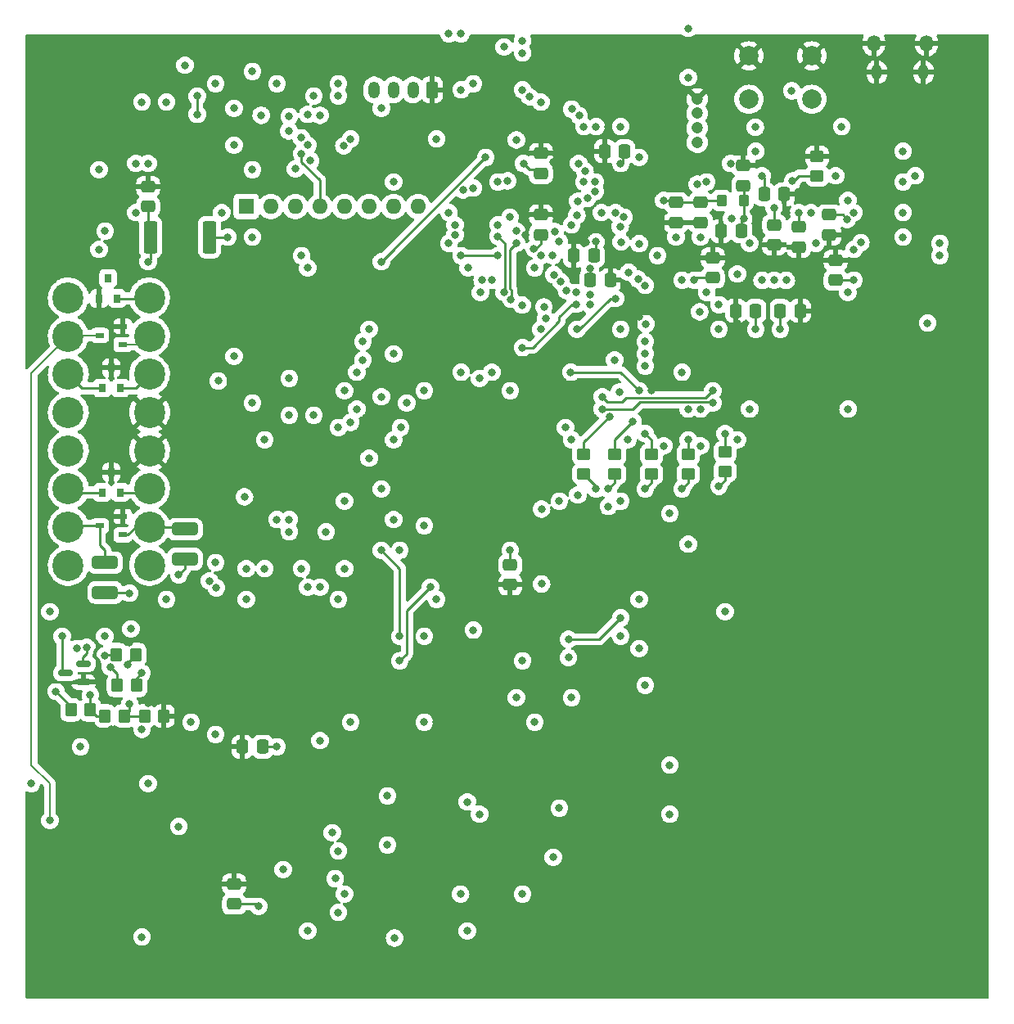
<source format=gbr>
%TF.GenerationSoftware,KiCad,Pcbnew,(6.0.10)*%
%TF.CreationDate,2023-01-27T04:18:18-05:00*%
%TF.ProjectId,vehicle-can-collector,76656869-636c-4652-9d63-616e2d636f6c,rev?*%
%TF.SameCoordinates,Original*%
%TF.FileFunction,Copper,L4,Bot*%
%TF.FilePolarity,Positive*%
%FSLAX46Y46*%
G04 Gerber Fmt 4.6, Leading zero omitted, Abs format (unit mm)*
G04 Created by KiCad (PCBNEW (6.0.10)) date 2023-01-27 04:18:18*
%MOMM*%
%LPD*%
G01*
G04 APERTURE LIST*
G04 Aperture macros list*
%AMRoundRect*
0 Rectangle with rounded corners*
0 $1 Rounding radius*
0 $2 $3 $4 $5 $6 $7 $8 $9 X,Y pos of 4 corners*
0 Add a 4 corners polygon primitive as box body*
4,1,4,$2,$3,$4,$5,$6,$7,$8,$9,$2,$3,0*
0 Add four circle primitives for the rounded corners*
1,1,$1+$1,$2,$3*
1,1,$1+$1,$4,$5*
1,1,$1+$1,$6,$7*
1,1,$1+$1,$8,$9*
0 Add four rect primitives between the rounded corners*
20,1,$1+$1,$2,$3,$4,$5,0*
20,1,$1+$1,$4,$5,$6,$7,0*
20,1,$1+$1,$6,$7,$8,$9,0*
20,1,$1+$1,$8,$9,$2,$3,0*%
G04 Aperture macros list end*
%TA.AperFunction,ComponentPad*%
%ADD10RoundRect,0.250000X0.350000X0.625000X-0.350000X0.625000X-0.350000X-0.625000X0.350000X-0.625000X0*%
%TD*%
%TA.AperFunction,ComponentPad*%
%ADD11O,1.200000X1.750000*%
%TD*%
%TA.AperFunction,ComponentPad*%
%ADD12O,1.350000X1.700000*%
%TD*%
%TA.AperFunction,ComponentPad*%
%ADD13O,1.100000X1.500000*%
%TD*%
%TA.AperFunction,ComponentPad*%
%ADD14C,3.215640*%
%TD*%
%TA.AperFunction,ComponentPad*%
%ADD15C,2.000000*%
%TD*%
%TA.AperFunction,ComponentPad*%
%ADD16C,1.206500*%
%TD*%
%TA.AperFunction,ComponentPad*%
%ADD17R,1.600000X1.600000*%
%TD*%
%TA.AperFunction,ComponentPad*%
%ADD18O,1.600000X1.600000*%
%TD*%
%TA.AperFunction,SMDPad,CuDef*%
%ADD19RoundRect,0.250000X0.450000X-0.350000X0.450000X0.350000X-0.450000X0.350000X-0.450000X-0.350000X0*%
%TD*%
%TA.AperFunction,SMDPad,CuDef*%
%ADD20RoundRect,0.250000X-0.337500X-0.475000X0.337500X-0.475000X0.337500X0.475000X-0.337500X0.475000X0*%
%TD*%
%TA.AperFunction,SMDPad,CuDef*%
%ADD21RoundRect,0.250000X-0.475000X0.337500X-0.475000X-0.337500X0.475000X-0.337500X0.475000X0.337500X0*%
%TD*%
%TA.AperFunction,SMDPad,CuDef*%
%ADD22RoundRect,0.250000X1.075000X-0.400000X1.075000X0.400000X-1.075000X0.400000X-1.075000X-0.400000X0*%
%TD*%
%TA.AperFunction,SMDPad,CuDef*%
%ADD23R,0.797560X0.899160*%
%TD*%
%TA.AperFunction,SMDPad,CuDef*%
%ADD24RoundRect,0.250000X0.275000X0.350000X-0.275000X0.350000X-0.275000X-0.350000X0.275000X-0.350000X0*%
%TD*%
%TA.AperFunction,SMDPad,CuDef*%
%ADD25RoundRect,0.249999X-0.450001X-1.425001X0.450001X-1.425001X0.450001X1.425001X-0.450001X1.425001X0*%
%TD*%
%TA.AperFunction,SMDPad,CuDef*%
%ADD26RoundRect,0.250000X0.475000X-0.337500X0.475000X0.337500X-0.475000X0.337500X-0.475000X-0.337500X0*%
%TD*%
%TA.AperFunction,SMDPad,CuDef*%
%ADD27RoundRect,0.250000X-0.350000X-0.450000X0.350000X-0.450000X0.350000X0.450000X-0.350000X0.450000X0*%
%TD*%
%TA.AperFunction,SMDPad,CuDef*%
%ADD28RoundRect,0.250000X0.337500X0.475000X-0.337500X0.475000X-0.337500X-0.475000X0.337500X-0.475000X0*%
%TD*%
%TA.AperFunction,SMDPad,CuDef*%
%ADD29R,0.914400X0.558800*%
%TD*%
%TA.AperFunction,SMDPad,CuDef*%
%ADD30RoundRect,0.250000X0.350000X0.450000X-0.350000X0.450000X-0.350000X-0.450000X0.350000X-0.450000X0*%
%TD*%
%TA.AperFunction,SMDPad,CuDef*%
%ADD31RoundRect,0.150000X0.587500X0.150000X-0.587500X0.150000X-0.587500X-0.150000X0.587500X-0.150000X0*%
%TD*%
%TA.AperFunction,ViaPad*%
%ADD32C,0.800000*%
%TD*%
%TA.AperFunction,Conductor*%
%ADD33C,0.250000*%
%TD*%
%TA.AperFunction,Conductor*%
%ADD34C,0.200000*%
%TD*%
G04 APERTURE END LIST*
D10*
%TO.P,J303,1,1*%
%TO.N,GND*%
X114490000Y-46990000D03*
D11*
%TO.P,J303,2,2*%
%TO.N,+3V3*%
X112490000Y-46990000D03*
%TO.P,J303,3,3*%
%TO.N,SDA*%
X110490000Y-46990000D03*
%TO.P,J303,4,4*%
%TO.N,SCL*%
X108490000Y-46990000D03*
%TD*%
D12*
%TO.P,J302,6,Shield*%
%TO.N,GND*%
X160155000Y-42180000D03*
D13*
X165305000Y-45180000D03*
X160465000Y-45180000D03*
D12*
X165615000Y-42180000D03*
%TD*%
D14*
%TO.P,J401,1,1*%
%TO.N,SW_CAN*%
X85234780Y-68519040D03*
%TO.P,J401,2,J1850BUS+*%
%TO.N,J1850_BUS+*%
X85234780Y-72468740D03*
%TO.P,J401,3,3*%
%TO.N,MS_CAN_HI*%
X85234780Y-76418440D03*
%TO.P,J401,4,CHASGND*%
%TO.N,GND*%
X85234780Y-80368140D03*
%TO.P,J401,5,SIGGND*%
X85234780Y-84315300D03*
%TO.P,J401,6,CANHIGH*%
%TO.N,HS_CAN_HI*%
X85234780Y-88265000D03*
%TO.P,J401,7,ISOK-LINE*%
%TO.N,K_LINE*%
X85234780Y-92214700D03*
%TO.P,J401,8,8*%
%TO.N,unconnected-(J401-Pad8)*%
X85234780Y-96166940D03*
%TO.P,J401,9,9*%
%TO.N,unconnected-(J401-Pad9)*%
X76835000Y-68519040D03*
%TO.P,J401,10,J1850BUS*%
%TO.N,J1850_BUS-*%
X76835000Y-72468740D03*
%TO.P,J401,11,11*%
%TO.N,MS_CAN_LO*%
X76835000Y-76418440D03*
%TO.P,J401,12,12*%
%TO.N,unconnected-(J401-Pad12)*%
X76835000Y-80368140D03*
%TO.P,J401,13,13*%
%TO.N,unconnected-(J401-Pad13)*%
X76835000Y-84315300D03*
%TO.P,J401,14,CANLOW*%
%TO.N,HS_CAN_LO*%
X76835000Y-88265000D03*
%TO.P,J401,15,ISOL-LINE*%
%TO.N,L_LINE*%
X76835000Y-92214700D03*
%TO.P,J401,16,BATTPOWER*%
%TO.N,VBAT*%
X76835000Y-96166940D03*
%TD*%
D15*
%TO.P,SW201,1,1*%
%TO.N,GND*%
X147245000Y-43470000D03*
X153745000Y-43470000D03*
%TO.P,SW201,2,2*%
%TO.N,Net-(R201-Pad2)*%
X147245000Y-47970000D03*
X153745000Y-47970000D03*
%TD*%
D16*
%TO.P,J304,1,1*%
%TO.N,GND*%
X141889480Y-47914560D03*
%TO.P,J304,2,2*%
%TO.N,+3V3*%
X141889480Y-49413160D03*
%TO.P,J304,3,3*%
%TO.N,~{LINBUS_RX}*%
X141889480Y-50914300D03*
%TO.P,J304,4,4*%
%TO.N,~{LINBUS_TX}*%
X141889480Y-52412900D03*
%TD*%
D17*
%TO.P,RN701,1,common*%
%TO.N,+3V3*%
X95240000Y-59055000D03*
D18*
%TO.P,RN701,2,R1*%
%TO.N,~{SW_CAN_STATUS_INT}*%
X97780000Y-59055000D03*
%TO.P,RN701,3,R2*%
%TO.N,~{SW_CAN_RX0BF}*%
X100320000Y-59055000D03*
%TO.P,RN701,4,R3*%
%TO.N,~{SW_CAN_RX1BF}*%
X102860000Y-59055000D03*
%TO.P,RN701,5,R4*%
%TO.N,~{SW_CAN_TX0RTS}*%
X105400000Y-59055000D03*
%TO.P,RN701,6,R5*%
%TO.N,~{SW_CAN_TX1RTS}*%
X107940000Y-59055000D03*
%TO.P,RN701,7,R6*%
%TO.N,~{SW_CAN_TX2RTS}*%
X110480000Y-59055000D03*
%TO.P,RN701,8,R7*%
%TO.N,~{SW_CAN_RESET}*%
X113020000Y-59055000D03*
%TD*%
D19*
%TO.P,R303,1*%
%TO.N,Net-(R303-Pad1)*%
X154305000Y-55880000D03*
%TO.P,R303,2*%
%TO.N,GND*%
X154305000Y-53880000D03*
%TD*%
D20*
%TO.P,C1011,1*%
%TO.N,GND*%
X145880000Y-69850000D03*
%TO.P,C1011,2*%
%TO.N,+1V8*%
X147955000Y-69850000D03*
%TD*%
D21*
%TO.P,C1002,1*%
%TO.N,GND*%
X125730000Y-53572500D03*
%TO.P,C1002,2*%
%TO.N,+3V3*%
X125730000Y-55647500D03*
%TD*%
D22*
%TO.P,R902,1*%
%TO.N,+12V_ISO*%
X88900000Y-95530000D03*
%TO.P,R902,2*%
%TO.N,K_LINE*%
X88900000Y-92430000D03*
%TD*%
D23*
%TO.P,D403,1,A1*%
%TO.N,SW_CAN*%
X81909920Y-68580000D03*
%TO.P,D403,2,A2*%
%TO.N,GND*%
X80010000Y-68580000D03*
%TO.P,D403,3,C*%
%TO.N,unconnected-(D403-Pad3)*%
X80959960Y-66481960D03*
%TD*%
D24*
%TO.P,L501,1,1*%
%TO.N,+3V3*%
X146700000Y-58420000D03*
%TO.P,L501,2,2*%
%TO.N,+3.3VA*%
X144400000Y-58420000D03*
%TD*%
D25*
%TO.P,R721,1*%
%TO.N,SW_CAN*%
X85340000Y-62230000D03*
%TO.P,R721,2*%
%TO.N,Net-(Q707-Pad3)*%
X91440000Y-62230000D03*
%TD*%
D20*
%TO.P,C602,1*%
%TO.N,GND*%
X94847500Y-114935000D03*
%TO.P,C602,2*%
%TO.N,+3V3*%
X96922500Y-114935000D03*
%TD*%
D19*
%TO.P,R1101,1*%
%TO.N,Net-(D1101-Pad1)*%
X130175000Y-86725000D03*
%TO.P,R1101,2*%
%TO.N,~{LED_UART_RX}*%
X130175000Y-84725000D03*
%TD*%
D20*
%TO.P,C201,1*%
%TO.N,Net-(C201-Pad1)*%
X130810000Y-66675000D03*
%TO.P,C201,2*%
%TO.N,GND*%
X132885000Y-66675000D03*
%TD*%
D21*
%TO.P,C1006,1*%
%TO.N,GND*%
X143510000Y-64367500D03*
%TO.P,C1006,2*%
%TO.N,+3V3*%
X143510000Y-66442500D03*
%TD*%
D19*
%TO.P,R1104,1*%
%TO.N,Net-(D1113-Pad1)*%
X140970000Y-86725000D03*
%TO.P,R1104,2*%
%TO.N,~{LED_HOST_ACT}*%
X140970000Y-84725000D03*
%TD*%
D26*
%TO.P,C1012,1*%
%TO.N,GND*%
X155575000Y-61997500D03*
%TO.P,C1012,2*%
%TO.N,+1V8*%
X155575000Y-59922500D03*
%TD*%
D21*
%TO.P,C708,1*%
%TO.N,GND*%
X85090000Y-56980000D03*
%TO.P,C708,2*%
%TO.N,SW_CAN*%
X85090000Y-59055000D03*
%TD*%
D19*
%TO.P,R1102,1*%
%TO.N,Net-(D1102-Pad1)*%
X133350000Y-86725000D03*
%TO.P,R1102,2*%
%TO.N,~{LED_UART_TX}*%
X133350000Y-84725000D03*
%TD*%
D20*
%TO.P,C1001,1*%
%TO.N,GND*%
X132312500Y-53340000D03*
%TO.P,C1001,2*%
%TO.N,+3V3*%
X134387500Y-53340000D03*
%TD*%
D27*
%TO.P,R906,1*%
%TO.N,+3V3*%
X81915000Y-108585000D03*
%TO.P,R906,2*%
%TO.N,~{ISO_RX}*%
X83915000Y-108585000D03*
%TD*%
D28*
%TO.P,C1007,1*%
%TO.N,GND*%
X152570000Y-69850000D03*
%TO.P,C1007,2*%
%TO.N,+3V3*%
X150495000Y-69850000D03*
%TD*%
D26*
%TO.P,C514,1*%
%TO.N,GND*%
X139715000Y-60727500D03*
%TO.P,C514,2*%
%TO.N,+3.3VA*%
X139715000Y-58652500D03*
%TD*%
D21*
%TO.P,C510,1*%
%TO.N,Net-(C510-Pad1)*%
X122555000Y-96117500D03*
%TO.P,C510,2*%
%TO.N,GND*%
X122555000Y-98192500D03*
%TD*%
D29*
%TO.P,D402,1,1*%
%TO.N,GND*%
X82473800Y-71439999D03*
%TO.P,D402,2,2*%
%TO.N,J1850_BUS+*%
X82473800Y-73340001D03*
%TO.P,D402,3,3*%
%TO.N,J1850_BUS-*%
X80086200Y-72390000D03*
%TD*%
D27*
%TO.P,R909,1*%
%TO.N,Net-(R905-Pad2)*%
X84725000Y-111760000D03*
%TO.P,R909,2*%
%TO.N,GND*%
X86725000Y-111760000D03*
%TD*%
D21*
%TO.P,C801,1*%
%TO.N,GND*%
X93980000Y-129137500D03*
%TO.P,C801,2*%
%TO.N,+3V3*%
X93980000Y-131212500D03*
%TD*%
D30*
%TO.P,R904,1*%
%TO.N,+12V_ISO*%
X79105000Y-111125000D03*
%TO.P,R904,2*%
%TO.N,ISO_LINE*%
X77105000Y-111125000D03*
%TD*%
D28*
%TO.P,C1010,1*%
%TO.N,GND*%
X150897500Y-57785000D03*
%TO.P,C1010,2*%
%TO.N,+1V8*%
X148822500Y-57785000D03*
%TD*%
D26*
%TO.P,C1014,1*%
%TO.N,GND*%
X152400000Y-63267500D03*
%TO.P,C1014,2*%
%TO.N,VPHY*%
X152400000Y-61192500D03*
%TD*%
D21*
%TO.P,C513,1*%
%TO.N,+3.3VA*%
X142255000Y-58652500D03*
%TO.P,C513,2*%
%TO.N,GND*%
X142255000Y-60727500D03*
%TD*%
D22*
%TO.P,R903,1*%
%TO.N,+12V_ISO*%
X80645000Y-98985000D03*
%TO.P,R903,2*%
%TO.N,L_LINE*%
X80645000Y-95885000D03*
%TD*%
D21*
%TO.P,C1008,1*%
%TO.N,GND*%
X156210000Y-64600000D03*
%TO.P,C1008,2*%
%TO.N,+3V3*%
X156210000Y-66675000D03*
%TD*%
D30*
%TO.P,R908,1*%
%TO.N,Net-(D901-Pad3)*%
X83820000Y-105410000D03*
%TO.P,R908,2*%
%TO.N,ISO_LINE*%
X81820000Y-105410000D03*
%TD*%
D19*
%TO.P,R1103,1*%
%TO.N,Net-(D1112-Pad1)*%
X144780000Y-86455000D03*
%TO.P,R1103,2*%
%TO.N,~{LED_OBD_ACT}*%
X144780000Y-84455000D03*
%TD*%
D23*
%TO.P,D404,1,1*%
%TO.N,HS_CAN_HI*%
X82229960Y-88628220D03*
%TO.P,D404,2,2*%
%TO.N,HS_CAN_LO*%
X80330040Y-88628220D03*
%TO.P,D404,3,3*%
%TO.N,GND*%
X81280000Y-86530180D03*
%TD*%
D19*
%TO.P,R1105,1*%
%TO.N,Net-(D1111-Pad1)*%
X137160000Y-86725000D03*
%TO.P,R1105,2*%
%TO.N,~{LED_STATUS}*%
X137160000Y-84725000D03*
%TD*%
D21*
%TO.P,C1003,1*%
%TO.N,GND*%
X125730000Y-59922500D03*
%TO.P,C1003,2*%
%TO.N,+3V3*%
X125730000Y-61997500D03*
%TD*%
D23*
%TO.P,D405,1,1*%
%TO.N,MS_CAN_HI*%
X82229960Y-77833220D03*
%TO.P,D405,2,2*%
%TO.N,MS_CAN_LO*%
X80330040Y-77833220D03*
%TO.P,D405,3,3*%
%TO.N,GND*%
X81280000Y-75735180D03*
%TD*%
D27*
%TO.P,R905,1*%
%TO.N,+12V_ISO*%
X80645000Y-111760000D03*
%TO.P,R905,2*%
%TO.N,Net-(R905-Pad2)*%
X82645000Y-111760000D03*
%TD*%
D31*
%TO.P,Q901,1,G*%
%TO.N,ISO_K*%
X78407500Y-106365000D03*
%TO.P,Q901,2,S*%
%TO.N,GND*%
X78407500Y-108265000D03*
%TO.P,Q901,3,D*%
%TO.N,ISO_L*%
X76532500Y-107315000D03*
%TD*%
D26*
%TO.P,C1013,1*%
%TO.N,GND*%
X149860000Y-63035000D03*
%TO.P,C1013,2*%
%TO.N,VPLL*%
X149860000Y-60960000D03*
%TD*%
D21*
%TO.P,C1009,1*%
%TO.N,GND*%
X146685000Y-54842500D03*
%TO.P,C1009,2*%
%TO.N,+3V3*%
X146685000Y-56917500D03*
%TD*%
D20*
%TO.P,C1005,1*%
%TO.N,GND*%
X144377500Y-61595000D03*
%TO.P,C1005,2*%
%TO.N,+3V3*%
X146452500Y-61595000D03*
%TD*%
D29*
%TO.P,D401,1,1*%
%TO.N,GND*%
X82473800Y-91124999D03*
%TO.P,D401,2,2*%
%TO.N,K_LINE*%
X82473800Y-93025001D03*
%TO.P,D401,3,3*%
%TO.N,L_LINE*%
X80086200Y-92075000D03*
%TD*%
D20*
%TO.P,C1004,1*%
%TO.N,GND*%
X129137500Y-64135000D03*
%TO.P,C1004,2*%
%TO.N,+3V3*%
X131212500Y-64135000D03*
%TD*%
D32*
%TO.N,GND*%
X101600000Y-110871000D03*
%TO.N,ISO_K*%
X83312359Y-102743359D03*
%TO.N,MS_CAN_HI*%
X93980000Y-74549000D03*
%TO.N,K_LINE*%
X77724000Y-104775000D03*
%TO.N,HS_CAN_HI*%
X95059500Y-89090500D03*
%TO.N,J1850_TX+*%
X125794511Y-90359489D03*
X125794511Y-98106489D03*
%TO.N,J1850_RX*%
X113665000Y-92075000D03*
%TO.N,Net-(C201-Pad1)*%
X130805775Y-65456676D03*
%TO.N,GND*%
X104886289Y-54109113D03*
X135255000Y-118745000D03*
X144780000Y-55880000D03*
X86995000Y-59055000D03*
X86995000Y-63500000D03*
X145415000Y-104140000D03*
X101600000Y-50800000D03*
X124123599Y-61961489D03*
X137160000Y-78105000D03*
X83185000Y-104140000D03*
X146685000Y-64135000D03*
X90805000Y-111125000D03*
X77470000Y-113665000D03*
X95885000Y-135890000D03*
X112395000Y-96520000D03*
X97790000Y-85725000D03*
X116840000Y-127635000D03*
X130354011Y-62732101D03*
X116840000Y-139065000D03*
X153670000Y-66675000D03*
X129540000Y-43815000D03*
X146050000Y-71120000D03*
X151130000Y-59690000D03*
X91440000Y-105410000D03*
X85725000Y-127635000D03*
X154940000Y-57785000D03*
X162247500Y-69537500D03*
X125095000Y-99695000D03*
X130810000Y-108585000D03*
X140970000Y-81915000D03*
X131445000Y-42545000D03*
X118745000Y-105320500D03*
X143510000Y-110490000D03*
X114935000Y-112395000D03*
X135915000Y-70460000D03*
X85090537Y-110460642D03*
X107315000Y-91440000D03*
X127975000Y-77130000D03*
X145415000Y-94615000D03*
X80645000Y-116840000D03*
X154325000Y-75565000D03*
X135255000Y-58420000D03*
X88900000Y-75565000D03*
X102235000Y-44450000D03*
X152400000Y-53975000D03*
X121285000Y-117475000D03*
X124460000Y-81915000D03*
X132080000Y-112395000D03*
X104140000Y-68580000D03*
X121285000Y-126365000D03*
X140970000Y-114935000D03*
X157500000Y-78105000D03*
X108917500Y-132382500D03*
X118110000Y-84455000D03*
X87630000Y-62230000D03*
X132715000Y-50800000D03*
X121285000Y-94615000D03*
X88900000Y-69215000D03*
X90805000Y-53975000D03*
X109220000Y-128270000D03*
X147955000Y-59690000D03*
X128270000Y-100965000D03*
X127000000Y-54445499D03*
X139065000Y-102870000D03*
X97790000Y-69850000D03*
X114935000Y-95885000D03*
X116205000Y-122555000D03*
X90805000Y-87540500D03*
X97790000Y-123190000D03*
X91440000Y-84455000D03*
X109855000Y-117475000D03*
X132080000Y-99060000D03*
X91440000Y-125095000D03*
X132715000Y-126365000D03*
X96180000Y-116545000D03*
X81280000Y-113119500D03*
X121920000Y-121285000D03*
X101600000Y-136525000D03*
X100965000Y-108585000D03*
X112395000Y-117475000D03*
%TO.N,+1V8*%
X147955000Y-71755000D03*
X157408245Y-60396755D03*
X157480000Y-67945000D03*
X148590000Y-55880000D03*
%TO.N,+5V*%
X105410000Y-89535000D03*
X97155000Y-83185000D03*
X135890000Y-104775000D03*
X135890000Y-99695000D03*
X125095000Y-112395000D03*
X101600000Y-65405000D03*
X105410000Y-78105000D03*
X140970000Y-93980000D03*
X92075000Y-95885000D03*
X99695000Y-80645000D03*
%TO.N,+12V_SW*%
X113665000Y-112395000D03*
X106045000Y-112395000D03*
X80645000Y-61595000D03*
X89535000Y-112395000D03*
%TO.N,V_J1850*%
X123825000Y-130175000D03*
X127635000Y-121285000D03*
%TO.N,Net-(C510-Pad1)*%
X122555000Y-94615000D03*
%TO.N,+3V3*%
X97155000Y-96520000D03*
X126030219Y-69450321D03*
X104775000Y-81915000D03*
X142240000Y-83820000D03*
X128905000Y-83185000D03*
X118745000Y-102870000D03*
X150495000Y-71755000D03*
X140970000Y-45720000D03*
X96520000Y-131445000D03*
X163195000Y-56515000D03*
X109855000Y-125095000D03*
X84455000Y-113119500D03*
X156845000Y-50800000D03*
X100965000Y-96520000D03*
X139065000Y-116840000D03*
X146050000Y-83185000D03*
X81190500Y-106680000D03*
X133985000Y-54610000D03*
X146700000Y-60325000D03*
X134709500Y-83185000D03*
X147904200Y-50850800D03*
X106680000Y-76200000D03*
X157500000Y-80010000D03*
X141605000Y-66675000D03*
X128572500Y-105712500D03*
X98425000Y-114935000D03*
X158115000Y-66675000D03*
X95250000Y-96520000D03*
X163195000Y-59690000D03*
X80601218Y-103512022D03*
X105410000Y-96520000D03*
X123825000Y-43180000D03*
X123914500Y-54610000D03*
X100965000Y-64135000D03*
X131406926Y-62715950D03*
X109220000Y-48895000D03*
X147320000Y-80010000D03*
X165735000Y-71120000D03*
X140335000Y-76200000D03*
X88900000Y-44450000D03*
X80010000Y-55245000D03*
X99060000Y-127635000D03*
X136525000Y-108585000D03*
X163195000Y-53340000D03*
X158115000Y-63500000D03*
X138430000Y-83820000D03*
X125005500Y-63410500D03*
X92345000Y-77105000D03*
%TO.N,+3.3VA*%
X138430000Y-58420000D03*
%TO.N,BAT_LEVEL*%
X92075000Y-113665000D03*
X135890000Y-53975000D03*
X125730000Y-48260000D03*
X101600000Y-98425000D03*
X109220000Y-64770000D03*
X120015000Y-53975000D03*
X107950000Y-85090000D03*
%TO.N,SAE_LEVEL*%
X134797122Y-65862878D03*
X129450500Y-71755000D03*
X102870000Y-114300000D03*
X111125000Y-94615000D03*
X133439500Y-68580000D03*
X102870000Y-98425000D03*
%TO.N,+5V_SW*%
X111125000Y-103505000D03*
X109220000Y-88265000D03*
X109220000Y-94615000D03*
X107950000Y-71755000D03*
X109220000Y-78740000D03*
X127000000Y-126365000D03*
X88265000Y-123190000D03*
X123190000Y-109855000D03*
X128905000Y-109855000D03*
%TO.N,+3V3_SW*%
X133822650Y-78267350D03*
X133985000Y-89535000D03*
X104775000Y-47625000D03*
X133985000Y-101600000D03*
X128587500Y-103822500D03*
X126202650Y-70647350D03*
%TO.N,SW_CAN*%
X85090000Y-64770000D03*
%TO.N,VPLL*%
X157480000Y-58420000D03*
X149834500Y-59169011D03*
%TO.N,VPHY*%
X152400000Y-59690000D03*
X158115000Y-59690000D03*
%TO.N,J1850_BUS+*%
X109855000Y-120015000D03*
X110585000Y-134715000D03*
X84455000Y-134620000D03*
%TO.N,J1850_BUS-*%
X117410500Y-130175000D03*
X74930000Y-122555000D03*
X101600000Y-133985000D03*
%TO.N,VBUS*%
X144780000Y-100965000D03*
X164465000Y-55880000D03*
%TO.N,Net-(D901-Pad3)*%
X82990201Y-106485201D03*
%TO.N,Net-(D1101-Pad1)*%
X131445000Y-88265000D03*
%TO.N,Net-(D1102-Pad1)*%
X132715000Y-88265000D03*
%TO.N,Net-(D1111-Pad1)*%
X136525000Y-88265000D03*
%TO.N,Net-(D1112-Pad1)*%
X144145000Y-87995000D03*
%TO.N,Net-(D1113-Pad1)*%
X140335000Y-88265000D03*
%TO.N,VBAT*%
X85090000Y-118745000D03*
X74930000Y-100965000D03*
X73025000Y-118745000D03*
%TO.N,~{SDCARD_CS}*%
X129450500Y-59958511D03*
X133439500Y-59690000D03*
X136525000Y-73025000D03*
%TO.N,SDCARD_MOSI*%
X129540000Y-58509500D03*
X136525000Y-74295000D03*
X129348158Y-67945000D03*
%TO.N,SDCARD_SCK*%
X136525000Y-75565000D03*
X131990500Y-59690000D03*
X130797169Y-68203232D03*
%TO.N,SDCARD_MISO*%
X135890000Y-78105000D03*
X128815500Y-76200000D03*
X123190000Y-61604561D03*
X123785351Y-69254649D03*
%TO.N,~{SDCARD_DETECT}*%
X130810000Y-69215000D03*
X133985000Y-50800000D03*
%TO.N,SDA*%
X119650497Y-66675000D03*
X118745000Y-57150000D03*
X119380000Y-76835000D03*
X132080000Y-80010000D03*
X143510000Y-79375000D03*
%TO.N,SCL*%
X120650000Y-76200000D03*
X119469500Y-67945000D03*
X117669799Y-57344799D03*
X143510000Y-78105000D03*
X132080000Y-78740000D03*
%TO.N,~{PWR_CTRL}*%
X113665000Y-103505000D03*
X123825000Y-106045000D03*
X131445000Y-50800000D03*
X129540000Y-88900000D03*
%TO.N,+12V_ISO*%
X95250000Y-99695000D03*
X88265000Y-97155000D03*
X79121000Y-109601000D03*
X104775000Y-99695000D03*
X83185000Y-99060000D03*
X114935000Y-99695000D03*
%TO.N,SAE_PWM*%
X128369365Y-67742586D03*
X122555000Y-78105000D03*
X104775000Y-132080000D03*
X125730000Y-71755000D03*
X139065000Y-90805000D03*
X127635000Y-89535000D03*
X139065000Y-121920000D03*
%TO.N,HS_CAN_TX*%
X127071755Y-66111755D03*
X110490000Y-91440000D03*
X125095000Y-65405000D03*
X103505000Y-92710000D03*
X110490000Y-83185000D03*
X118199500Y-65405000D03*
%TO.N,MS_CAN_TX*%
X121285000Y-60960000D03*
X107315000Y-73025000D03*
X130280803Y-55368162D03*
X116840000Y-61959503D03*
%TO.N,HS_CAN_RX*%
X102235000Y-80645000D03*
X106680000Y-80010000D03*
X117475000Y-64135000D03*
X121285000Y-64135000D03*
X127778510Y-66818510D03*
%TO.N,MS_CAN_RX*%
X129629500Y-54610000D03*
X95885000Y-62230000D03*
X122527194Y-60155550D03*
X116840000Y-60960000D03*
%TO.N,~{HS_CAN_EN}*%
X120650000Y-66675000D03*
X130175000Y-50800000D03*
X99695000Y-92710000D03*
X126955798Y-64135000D03*
X111214500Y-81915000D03*
X131355500Y-56515000D03*
%TO.N,~{MS_CAN_EN}*%
X107315000Y-74930000D03*
X95885000Y-79375000D03*
X99695000Y-76835000D03*
X125730000Y-64135000D03*
X116205000Y-62865000D03*
X130175000Y-56515000D03*
%TO.N,SW_CAN_LOAD*%
X110490000Y-56515000D03*
X114935000Y-52070000D03*
X123190000Y-52159500D03*
X92710000Y-59690000D03*
%TO.N,Net-(Q707-Pad3)*%
X93345000Y-62230000D03*
%TO.N,SAE_VPW*%
X105410000Y-130175000D03*
X104775000Y-125730000D03*
%TO.N,J1850_RX*%
X117475000Y-76200000D03*
X114300000Y-98425000D03*
X123825000Y-73660000D03*
X104451250Y-128581250D03*
X111125000Y-106045000D03*
X129360989Y-69165878D03*
X104140000Y-123825000D03*
%TO.N,J1850_TX+*%
X133985000Y-71755000D03*
X118110000Y-133985000D03*
X128270000Y-81915000D03*
X136525000Y-67220500D03*
X118110000Y-120650000D03*
%TO.N,J1850_TX-*%
X132715000Y-90080500D03*
X136593404Y-71194011D03*
X135766838Y-66569197D03*
X119380000Y-121920000D03*
X133350000Y-74930000D03*
X133985000Y-103505000D03*
%TO.N,ISO_K*%
X110490000Y-74295000D03*
X106045000Y-81369500D03*
X78740000Y-104648000D03*
X86995000Y-99695000D03*
X116205000Y-59690000D03*
%TO.N,ISO_L*%
X76200000Y-103505000D03*
%TO.N,ISO_LINE*%
X80645000Y-105499500D03*
X75565000Y-109220000D03*
%TO.N,~{RESET}*%
X147320000Y-62865000D03*
X127635000Y-62697298D03*
X147955000Y-53340000D03*
X139700000Y-62230000D03*
X151110000Y-66695000D03*
%TO.N,Net-(R302-Pad2)*%
X145360500Y-54610000D03*
X156210000Y-55880000D03*
%TO.N,Net-(R303-Pad1)*%
X151765000Y-56419020D03*
%TO.N,SWDIO*%
X144145000Y-71755000D03*
X142875000Y-67945000D03*
X149860000Y-66675000D03*
%TO.N,Net-(R306-Pad2)*%
X167005000Y-62865000D03*
X163195000Y-62230000D03*
%TO.N,Net-(R307-Pad2)*%
X167005000Y-64135000D03*
X158821755Y-62793245D03*
X154162412Y-62875761D03*
%TO.N,SW_CAN_MODE0*%
X86995000Y-48260000D03*
X117475000Y-46990000D03*
X116205000Y-41185500D03*
X85090000Y-54610000D03*
X130521074Y-58218139D03*
%TO.N,SW_CAN_MODE1*%
X84455000Y-48260000D03*
X118745000Y-46355000D03*
X83820000Y-54610000D03*
X131355500Y-57514503D03*
X117475000Y-41185500D03*
%TO.N,Net-(R720-Pad2)*%
X83820000Y-59690000D03*
X80010000Y-63500000D03*
%TO.N,Net-(R905-Pad2)*%
X83185000Y-110490000D03*
%TO.N,~{ISO_RX}*%
X99695000Y-91440000D03*
X134317567Y-60167497D03*
X128905000Y-60960000D03*
X121920000Y-67945000D03*
X84455000Y-107315000D03*
X92146755Y-98496755D03*
X121285000Y-62140500D03*
X111849500Y-79375000D03*
%TO.N,~{ISO_TX}*%
X98425000Y-91440000D03*
X127167702Y-61640174D03*
X78105000Y-114935000D03*
X122626755Y-68651755D03*
X133923597Y-61139011D03*
X123190000Y-62865000D03*
X113665000Y-78105000D03*
X91440000Y-97790000D03*
%TO.N,~{LED_UART_RX}*%
X140335000Y-66675000D03*
X140970000Y-80010000D03*
X132837693Y-80767693D03*
%TO.N,~{LED_UART_TX}*%
X135255000Y-81280000D03*
X142150500Y-69939500D03*
X142240000Y-80010000D03*
X146050000Y-66040000D03*
%TO.N,~{LED_OBD_ACT}*%
X144780000Y-82550000D03*
X137795000Y-64135000D03*
%TO.N,~{LED_HOST_ACT}*%
X135890000Y-62894500D03*
X140970000Y-83185000D03*
%TO.N,~{LED_STATUS}*%
X136525000Y-82550000D03*
X134026624Y-62728482D03*
%TO.N,~{SW_CAN_STATUS_INT}*%
X100941199Y-51953344D03*
%TO.N,~{SW_CAN_RX0BF}*%
X101600000Y-52705000D03*
%TO.N,~{SW_CAN_RX1BF}*%
X100965000Y-53605500D03*
%TO.N,~{SW_CAN_TX0RTS}*%
X101880000Y-54330000D03*
%TO.N,~{SW_CAN_TX2RTS}*%
X100330000Y-55155500D03*
X95885000Y-55245000D03*
%TO.N,~{SW_CAN_RESET}*%
X105338245Y-52776755D03*
X102870000Y-49619500D03*
%TO.N,SW_CAN_SOF*%
X93980000Y-48895000D03*
X106045000Y-52070000D03*
%TO.N,~{OUTPUT_RTS}*%
X142240000Y-62230000D03*
X141901950Y-56743428D03*
%TO.N,~{OUTPUT_CTS}*%
X145447847Y-60303309D03*
X142875000Y-56515000D03*
%TO.N,SW_CAN_CS*%
X96783501Y-49619500D03*
X95885000Y-45085000D03*
X124545795Y-47698180D03*
X122278593Y-56406470D03*
%TO.N,SW_CAN_MISO*%
X123825000Y-46990000D03*
X99695000Y-49750500D03*
X121285000Y-56515000D03*
X98425000Y-46355000D03*
%TO.N,SW_CAN_MOSI*%
X101600000Y-49530000D03*
X129672870Y-49645845D03*
X104775000Y-46355000D03*
%TO.N,SW_CAN_SCK*%
X128919499Y-48989006D03*
X99652582Y-51246522D03*
X102235000Y-47625000D03*
%TO.N,SWCLK*%
X144145000Y-69215000D03*
X148610000Y-66695000D03*
%TO.N,CLK_USB*%
X153670000Y-59690000D03*
X151675489Y-47079511D03*
X123825000Y-41910000D03*
X140970000Y-40640000D03*
%TO.N,CLK_CAN*%
X92075000Y-46355000D03*
X121920000Y-42545000D03*
X93980000Y-52705000D03*
%TO.N,SW_CAN_TX*%
X90170000Y-49530000D03*
X90170000Y-47625000D03*
%TD*%
D33*
%TO.N,GND*%
X79883000Y-104140000D02*
X79375000Y-103632000D01*
X79502000Y-105029000D02*
X79883000Y-104648000D01*
X79883000Y-104648000D02*
X79883000Y-104140000D01*
X79502000Y-105537000D02*
X79502000Y-105029000D01*
X80010000Y-106045000D02*
X79502000Y-105537000D01*
X80010000Y-107569000D02*
X80010000Y-106045000D01*
%TO.N,+12V_ISO*%
X79105000Y-109617000D02*
X79105000Y-111125000D01*
X79121000Y-109601000D02*
X79105000Y-109617000D01*
%TO.N,ISO_K*%
X78359000Y-105664000D02*
X78359000Y-106316500D01*
X78740000Y-105283000D02*
X78359000Y-105664000D01*
X78359000Y-106316500D02*
X78407500Y-106365000D01*
X78740000Y-104648000D02*
X78740000Y-105283000D01*
%TO.N,GND*%
X75946000Y-108204000D02*
X75184000Y-108204000D01*
%TO.N,HS_CAN_HI*%
X84871560Y-88628220D02*
X85234780Y-88265000D01*
X82229960Y-88628220D02*
X84871560Y-88628220D01*
%TO.N,K_LINE*%
X88684700Y-92214700D02*
X85234780Y-92214700D01*
X88900000Y-92430000D02*
X88684700Y-92214700D01*
X83807300Y-92214700D02*
X85234780Y-92214700D01*
X82996999Y-93025001D02*
X83807300Y-92214700D01*
X82473800Y-93025001D02*
X82996999Y-93025001D01*
%TO.N,Net-(C201-Pad1)*%
X130805775Y-66670775D02*
X130810000Y-66675000D01*
X130805775Y-65456676D02*
X130805775Y-66670775D01*
%TO.N,+1V8*%
X148822500Y-56112500D02*
X148590000Y-55880000D01*
X156933990Y-59922500D02*
X155575000Y-59922500D01*
X157408245Y-60396755D02*
X156933990Y-59922500D01*
X147955000Y-69850000D02*
X147955000Y-71755000D01*
X148822500Y-57785000D02*
X148822500Y-56112500D01*
%TO.N,Net-(C510-Pad1)*%
X122555000Y-96117500D02*
X122555000Y-94615000D01*
%TO.N,+3V3*%
X125730000Y-62865000D02*
X125184500Y-63410500D01*
X146700000Y-56932500D02*
X146685000Y-56917500D01*
X156210000Y-66675000D02*
X158115000Y-66675000D01*
X131406926Y-63940574D02*
X131212500Y-64135000D01*
X81915000Y-107404500D02*
X81190500Y-106680000D01*
X146452500Y-61595000D02*
X146452500Y-60572500D01*
X96922500Y-114935000D02*
X98425000Y-114935000D01*
X146700000Y-60325000D02*
X146700000Y-58420000D01*
X141837500Y-66442500D02*
X141605000Y-66675000D01*
X81915000Y-108585000D02*
X81915000Y-107404500D01*
X146452500Y-60572500D02*
X146700000Y-60325000D01*
X93980000Y-131212500D02*
X96287500Y-131212500D01*
X134155000Y-54440000D02*
X133985000Y-54610000D01*
X146700000Y-58420000D02*
X146700000Y-56932500D01*
X125184500Y-63410500D02*
X125005500Y-63410500D01*
X124549500Y-55245000D02*
X123914500Y-54610000D01*
X131406926Y-62715950D02*
X131406926Y-63940574D01*
X96287500Y-131212500D02*
X96520000Y-131445000D01*
X143510000Y-66442500D02*
X141837500Y-66442500D01*
X125730000Y-55245000D02*
X124549500Y-55245000D01*
X134155000Y-53340000D02*
X134155000Y-54440000D01*
X125730000Y-61997500D02*
X125730000Y-62865000D01*
X150495000Y-69850000D02*
X150495000Y-71755000D01*
%TO.N,+3.3VA*%
X138430000Y-58420000D02*
X139482500Y-58420000D01*
X142255000Y-58652500D02*
X139715000Y-58652500D01*
X144400000Y-58420000D02*
X142487500Y-58420000D01*
X142487500Y-58420000D02*
X142255000Y-58652500D01*
X139482500Y-58420000D02*
X139715000Y-58652500D01*
%TO.N,BAT_LEVEL*%
X109220000Y-64770000D02*
X120015000Y-53975000D01*
%TO.N,SAE_LEVEL*%
X129739047Y-71755000D02*
X129450500Y-71755000D01*
X132914047Y-68580000D02*
X129739047Y-71755000D01*
X133439500Y-68580000D02*
X132914047Y-68580000D01*
%TO.N,+5V_SW*%
X111125000Y-103505000D02*
X111125000Y-96520000D01*
X111125000Y-96520000D02*
X109220000Y-94615000D01*
%TO.N,+3V3_SW*%
X128587500Y-103822500D02*
X131762500Y-103822500D01*
X131762500Y-103822500D02*
X133985000Y-101600000D01*
%TO.N,SW_CAN*%
X81909920Y-68580000D02*
X85173820Y-68580000D01*
X85340000Y-64520000D02*
X85090000Y-64770000D01*
X85340000Y-62230000D02*
X85340000Y-64520000D01*
X85173820Y-68580000D02*
X85234780Y-68519040D01*
X85090000Y-61980000D02*
X85340000Y-62230000D01*
X85090000Y-59055000D02*
X85090000Y-61980000D01*
%TO.N,VPLL*%
X149834500Y-60934500D02*
X149860000Y-60960000D01*
X149834500Y-59169011D02*
X149834500Y-60934500D01*
%TO.N,VPHY*%
X152400000Y-59690000D02*
X152400000Y-61192500D01*
%TO.N,L_LINE*%
X76974700Y-92075000D02*
X76835000Y-92214700D01*
X80086200Y-94056200D02*
X80645000Y-94615000D01*
X80086200Y-92075000D02*
X80086200Y-94056200D01*
X80645000Y-94615000D02*
X80645000Y-95885000D01*
X80086200Y-92075000D02*
X76974700Y-92075000D01*
D34*
%TO.N,J1850_BUS+*%
X84363519Y-73340001D02*
X85234780Y-72468740D01*
X82473800Y-73340001D02*
X84363519Y-73340001D01*
%TO.N,J1850_BUS-*%
X73025000Y-116840000D02*
X74930000Y-118745000D01*
X74930000Y-118745000D02*
X74930000Y-122555000D01*
X73025000Y-76278740D02*
X73025000Y-116840000D01*
X76835000Y-72468740D02*
X73025000Y-76278740D01*
X80086200Y-72390000D02*
X76913740Y-72390000D01*
X76913740Y-72390000D02*
X76835000Y-72468740D01*
D33*
%TO.N,HS_CAN_LO*%
X77198220Y-88628220D02*
X76835000Y-88265000D01*
X80330040Y-88628220D02*
X77198220Y-88628220D01*
%TO.N,MS_CAN_HI*%
X82229960Y-77833220D02*
X83820000Y-77833220D01*
X83820000Y-77833220D02*
X85234780Y-76418440D01*
%TO.N,MS_CAN_LO*%
X78249780Y-77833220D02*
X76835000Y-76418440D01*
X80330040Y-77833220D02*
X78249780Y-77833220D01*
%TO.N,Net-(D901-Pad3)*%
X82990201Y-106485201D02*
X82990201Y-106239799D01*
X82990201Y-106239799D02*
X83820000Y-105410000D01*
%TO.N,Net-(D1101-Pad1)*%
X131445000Y-88265000D02*
X131445000Y-87995000D01*
X131445000Y-87995000D02*
X130175000Y-86725000D01*
%TO.N,Net-(D1102-Pad1)*%
X132715000Y-88265000D02*
X133350000Y-87630000D01*
X133350000Y-87630000D02*
X133350000Y-86725000D01*
%TO.N,Net-(D1111-Pad1)*%
X137160000Y-87630000D02*
X137160000Y-86725000D01*
X136525000Y-88265000D02*
X137160000Y-87630000D01*
%TO.N,Net-(D1112-Pad1)*%
X144145000Y-87995000D02*
X144780000Y-87360000D01*
X144780000Y-87360000D02*
X144780000Y-86455000D01*
%TO.N,Net-(D1113-Pad1)*%
X140970000Y-87630000D02*
X140335000Y-88265000D01*
X140970000Y-86725000D02*
X140970000Y-87630000D01*
%TO.N,SDCARD_MISO*%
X133985000Y-76200000D02*
X128815500Y-76200000D01*
X135890000Y-78105000D02*
X133985000Y-76200000D01*
%TO.N,SDA*%
X143510000Y-79375000D02*
X143420489Y-79285489D01*
X143420489Y-79285489D02*
X135979511Y-79285489D01*
X135979511Y-79285489D02*
X135255000Y-80010000D01*
X135255000Y-80010000D02*
X132080000Y-80010000D01*
%TO.N,SCL*%
X132625489Y-79285489D02*
X132080000Y-78740000D01*
X142785489Y-78829511D02*
X134530489Y-78829511D01*
X134530489Y-78829511D02*
X134074511Y-79285489D01*
X134074511Y-79285489D02*
X132625489Y-79285489D01*
X143510000Y-78105000D02*
X142785489Y-78829511D01*
%TO.N,+12V_ISO*%
X88900000Y-95530000D02*
X88900000Y-96520000D01*
X79740000Y-111760000D02*
X79105000Y-111125000D01*
X83110000Y-98985000D02*
X83185000Y-99060000D01*
X80645000Y-98985000D02*
X83110000Y-98985000D01*
X88900000Y-96520000D02*
X88265000Y-97155000D01*
X80645000Y-111760000D02*
X79740000Y-111760000D01*
%TO.N,HS_CAN_RX*%
X117475000Y-64135000D02*
X121285000Y-64135000D01*
%TO.N,Net-(Q707-Pad3)*%
X91440000Y-62230000D02*
X93345000Y-62230000D01*
%TO.N,J1850_RX*%
X129360989Y-69165878D02*
X128954122Y-69165878D01*
X128954122Y-69165878D02*
X127635000Y-70485000D01*
X111849511Y-105320489D02*
X111849511Y-100875489D01*
X111125000Y-106045000D02*
X111849511Y-105320489D01*
X124849614Y-73660000D02*
X123825000Y-73660000D01*
X127635000Y-70485000D02*
X127635000Y-70874614D01*
X127635000Y-70874614D02*
X124849614Y-73660000D01*
X111849511Y-100875489D02*
X114300000Y-98425000D01*
%TO.N,ISO_L*%
X76200000Y-106982500D02*
X76200000Y-103505000D01*
X76532500Y-107315000D02*
X76200000Y-106982500D01*
%TO.N,ISO_LINE*%
X77105000Y-111125000D02*
X77105000Y-110760000D01*
X81820000Y-105410000D02*
X80734500Y-105410000D01*
X80734500Y-105410000D02*
X80645000Y-105499500D01*
X77105000Y-110760000D02*
X75565000Y-109220000D01*
%TO.N,Net-(R303-Pad1)*%
X151860980Y-56419020D02*
X152400000Y-55880000D01*
X152400000Y-55880000D02*
X154305000Y-55880000D01*
X151765000Y-56419020D02*
X151860980Y-56419020D01*
%TO.N,Net-(R905-Pad2)*%
X83185000Y-110490000D02*
X83185000Y-111220000D01*
X82645000Y-111760000D02*
X84725000Y-111760000D01*
X83185000Y-111220000D02*
X82645000Y-111760000D01*
%TO.N,~{ISO_RX}*%
X122009511Y-62865011D02*
X122009511Y-67855489D01*
X83915000Y-107855000D02*
X84455000Y-107315000D01*
X121285000Y-62140500D02*
X122009511Y-62865011D01*
X122009511Y-67855489D02*
X121920000Y-67945000D01*
X83915000Y-108585000D02*
X83915000Y-107855000D01*
%TO.N,~{ISO_TX}*%
X122644511Y-67644897D02*
X122555000Y-67555386D01*
X122626755Y-68651755D02*
X122644511Y-68633999D01*
X122644511Y-68633999D02*
X122644511Y-67644897D01*
X122555000Y-63500000D02*
X123190000Y-62865000D01*
X122555000Y-67555386D02*
X122555000Y-63500000D01*
%TO.N,~{LED_UART_RX}*%
X130175000Y-84725000D02*
X130175000Y-83430386D01*
X130175000Y-83430386D02*
X132837693Y-80767693D01*
%TO.N,~{LED_UART_TX}*%
X133350000Y-83185000D02*
X135255000Y-81280000D01*
X133350000Y-84725000D02*
X133350000Y-83185000D01*
%TO.N,~{LED_OBD_ACT}*%
X144780000Y-84455000D02*
X144780000Y-82550000D01*
%TO.N,~{LED_HOST_ACT}*%
X140970000Y-84725000D02*
X140970000Y-83185000D01*
%TO.N,~{LED_STATUS}*%
X137160000Y-83185000D02*
X136525000Y-82550000D01*
X137160000Y-84725000D02*
X137160000Y-83185000D01*
%TO.N,~{SW_CAN_RX1BF}*%
X100965000Y-53605500D02*
X100965000Y-54439614D01*
X102860000Y-56334614D02*
X102860000Y-59055000D01*
X100965000Y-54439614D02*
X102860000Y-56334614D01*
%TO.N,SW_CAN_TX*%
X90170000Y-47625000D02*
X90170000Y-49530000D01*
%TD*%
%TA.AperFunction,Conductor*%
%TO.N,GND*%
G36*
X115256905Y-41295002D02*
G01*
X115303398Y-41348658D01*
X115311094Y-41371966D01*
X115311458Y-41375428D01*
X115370473Y-41557056D01*
X115373776Y-41562778D01*
X115373777Y-41562779D01*
X115407686Y-41621510D01*
X115465960Y-41722444D01*
X115470378Y-41727351D01*
X115470379Y-41727352D01*
X115530611Y-41794246D01*
X115593747Y-41864366D01*
X115748248Y-41976618D01*
X115754276Y-41979302D01*
X115754278Y-41979303D01*
X115875482Y-42033266D01*
X115922712Y-42054294D01*
X116016112Y-42074147D01*
X116103056Y-42092628D01*
X116103061Y-42092628D01*
X116109513Y-42094000D01*
X116300487Y-42094000D01*
X116306939Y-42092628D01*
X116306944Y-42092628D01*
X116393887Y-42074147D01*
X116487288Y-42054294D01*
X116534518Y-42033266D01*
X116655722Y-41979303D01*
X116655724Y-41979302D01*
X116661752Y-41976618D01*
X116765940Y-41900921D01*
X116832806Y-41877063D01*
X116901958Y-41893143D01*
X116914056Y-41900918D01*
X117018248Y-41976618D01*
X117024276Y-41979302D01*
X117024278Y-41979303D01*
X117145482Y-42033266D01*
X117192712Y-42054294D01*
X117286112Y-42074147D01*
X117373056Y-42092628D01*
X117373061Y-42092628D01*
X117379513Y-42094000D01*
X117570487Y-42094000D01*
X117576939Y-42092628D01*
X117576944Y-42092628D01*
X117663887Y-42074147D01*
X117757288Y-42054294D01*
X117804518Y-42033266D01*
X117925722Y-41979303D01*
X117925724Y-41979302D01*
X117931752Y-41976618D01*
X118086253Y-41864366D01*
X118149389Y-41794246D01*
X118209621Y-41727352D01*
X118209622Y-41727351D01*
X118214040Y-41722444D01*
X118272314Y-41621510D01*
X118306223Y-41562779D01*
X118306224Y-41562778D01*
X118309527Y-41557056D01*
X118368542Y-41375428D01*
X118368762Y-41373333D01*
X118401700Y-41312327D01*
X118463850Y-41278008D01*
X118491216Y-41275000D01*
X122924334Y-41275000D01*
X122992455Y-41295002D01*
X123038948Y-41348658D01*
X123049052Y-41418932D01*
X123033453Y-41464000D01*
X123007591Y-41508794D01*
X122990473Y-41538444D01*
X122931458Y-41720072D01*
X122930768Y-41726633D01*
X122930768Y-41726635D01*
X122926870Y-41763724D01*
X122911496Y-41910000D01*
X122912186Y-41916565D01*
X122918320Y-41974930D01*
X122905547Y-42044768D01*
X122857045Y-42096615D01*
X122788212Y-42114009D01*
X122720903Y-42091427D01*
X122683893Y-42051102D01*
X122659040Y-42008056D01*
X122570386Y-41909595D01*
X122535675Y-41871045D01*
X122535674Y-41871044D01*
X122531253Y-41866134D01*
X122416736Y-41782932D01*
X122382094Y-41757763D01*
X122382093Y-41757762D01*
X122376752Y-41753882D01*
X122370724Y-41751198D01*
X122370722Y-41751197D01*
X122208319Y-41678891D01*
X122208318Y-41678891D01*
X122202288Y-41676206D01*
X122108888Y-41656353D01*
X122021944Y-41637872D01*
X122021939Y-41637872D01*
X122015487Y-41636500D01*
X121824513Y-41636500D01*
X121818061Y-41637872D01*
X121818056Y-41637872D01*
X121731113Y-41656353D01*
X121637712Y-41676206D01*
X121631682Y-41678891D01*
X121631681Y-41678891D01*
X121469278Y-41751197D01*
X121469276Y-41751198D01*
X121463248Y-41753882D01*
X121457907Y-41757762D01*
X121457906Y-41757763D01*
X121423264Y-41782932D01*
X121308747Y-41866134D01*
X121304326Y-41871044D01*
X121304325Y-41871045D01*
X121269615Y-41909595D01*
X121180960Y-42008056D01*
X121085473Y-42173444D01*
X121026458Y-42355072D01*
X121025768Y-42361633D01*
X121025768Y-42361635D01*
X121017692Y-42438475D01*
X121006496Y-42545000D01*
X121026458Y-42734928D01*
X121085473Y-42916556D01*
X121180960Y-43081944D01*
X121185378Y-43086851D01*
X121185379Y-43086852D01*
X121263339Y-43173435D01*
X121308747Y-43223866D01*
X121463248Y-43336118D01*
X121469276Y-43338802D01*
X121469278Y-43338803D01*
X121630302Y-43410495D01*
X121637712Y-43413794D01*
X121731113Y-43433647D01*
X121818056Y-43452128D01*
X121818061Y-43452128D01*
X121824513Y-43453500D01*
X122015487Y-43453500D01*
X122021939Y-43452128D01*
X122021944Y-43452128D01*
X122108888Y-43433647D01*
X122202288Y-43413794D01*
X122209698Y-43410495D01*
X122370722Y-43338803D01*
X122370724Y-43338802D01*
X122376752Y-43336118D01*
X122531253Y-43223866D01*
X122576661Y-43173435D01*
X122654621Y-43086852D01*
X122654622Y-43086851D01*
X122659040Y-43081944D01*
X122683892Y-43038899D01*
X122735273Y-42989907D01*
X122804986Y-42976470D01*
X122870897Y-43002857D01*
X122912080Y-43060688D01*
X122918320Y-43115070D01*
X122911496Y-43180000D01*
X122912186Y-43186565D01*
X122928187Y-43338803D01*
X122931458Y-43369928D01*
X122990473Y-43551556D01*
X123085960Y-43716944D01*
X123090378Y-43721851D01*
X123090379Y-43721852D01*
X123209325Y-43853955D01*
X123213747Y-43858866D01*
X123281578Y-43908148D01*
X123357013Y-43962955D01*
X123368248Y-43971118D01*
X123374276Y-43973802D01*
X123374278Y-43973803D01*
X123536681Y-44046109D01*
X123542712Y-44048794D01*
X123636113Y-44068647D01*
X123723056Y-44087128D01*
X123723061Y-44087128D01*
X123729513Y-44088500D01*
X123920487Y-44088500D01*
X123926939Y-44087128D01*
X123926944Y-44087128D01*
X124013887Y-44068647D01*
X124107288Y-44048794D01*
X124113319Y-44046109D01*
X124275722Y-43973803D01*
X124275724Y-43973802D01*
X124281752Y-43971118D01*
X124292988Y-43962955D01*
X124368422Y-43908148D01*
X124436253Y-43858866D01*
X124440675Y-43853955D01*
X124559621Y-43721852D01*
X124559622Y-43721851D01*
X124564040Y-43716944D01*
X124659527Y-43551556D01*
X124684425Y-43474930D01*
X145732725Y-43474930D01*
X145750572Y-43701699D01*
X145752115Y-43711446D01*
X145805217Y-43932627D01*
X145808266Y-43942012D01*
X145895313Y-44152163D01*
X145899795Y-44160958D01*
X146002432Y-44328445D01*
X146012890Y-44337907D01*
X146021666Y-44334124D01*
X146872978Y-43482812D01*
X146879356Y-43471132D01*
X147609408Y-43471132D01*
X147609539Y-43472965D01*
X147613790Y-43479580D01*
X148465290Y-44331080D01*
X148477670Y-44337840D01*
X148485320Y-44332113D01*
X148590205Y-44160958D01*
X148594687Y-44152163D01*
X148681734Y-43942012D01*
X148684783Y-43932627D01*
X148737885Y-43711446D01*
X148739428Y-43701699D01*
X148757275Y-43474930D01*
X152232725Y-43474930D01*
X152250572Y-43701699D01*
X152252115Y-43711446D01*
X152305217Y-43932627D01*
X152308266Y-43942012D01*
X152395313Y-44152163D01*
X152399795Y-44160958D01*
X152502432Y-44328445D01*
X152512890Y-44337907D01*
X152521666Y-44334124D01*
X153372978Y-43482812D01*
X153379356Y-43471132D01*
X154109408Y-43471132D01*
X154109539Y-43472965D01*
X154113790Y-43479580D01*
X154965290Y-44331080D01*
X154977670Y-44337840D01*
X154985320Y-44332113D01*
X155090205Y-44160958D01*
X155094687Y-44152163D01*
X155181734Y-43942012D01*
X155184783Y-43932627D01*
X155237885Y-43711446D01*
X155239428Y-43701699D01*
X155257275Y-43474930D01*
X155257275Y-43465070D01*
X155239428Y-43238301D01*
X155237885Y-43228554D01*
X155184783Y-43007373D01*
X155181734Y-42997988D01*
X155094687Y-42787837D01*
X155090205Y-42779042D01*
X154987568Y-42611555D01*
X154977110Y-42602093D01*
X154968334Y-42605876D01*
X154117022Y-43457188D01*
X154109408Y-43471132D01*
X153379356Y-43471132D01*
X153380592Y-43468868D01*
X153380461Y-43467035D01*
X153376210Y-43460420D01*
X152524710Y-42608920D01*
X152512330Y-42602160D01*
X152504680Y-42607887D01*
X152399795Y-42779042D01*
X152395313Y-42787837D01*
X152308266Y-42997988D01*
X152305217Y-43007373D01*
X152252115Y-43228554D01*
X152250572Y-43238301D01*
X152232725Y-43465070D01*
X152232725Y-43474930D01*
X148757275Y-43474930D01*
X148757275Y-43465070D01*
X148739428Y-43238301D01*
X148737885Y-43228554D01*
X148684783Y-43007373D01*
X148681734Y-42997988D01*
X148594687Y-42787837D01*
X148590205Y-42779042D01*
X148487568Y-42611555D01*
X148477110Y-42602093D01*
X148468334Y-42605876D01*
X147617022Y-43457188D01*
X147609408Y-43471132D01*
X146879356Y-43471132D01*
X146880592Y-43468868D01*
X146880461Y-43467035D01*
X146876210Y-43460420D01*
X146024710Y-42608920D01*
X146012330Y-42602160D01*
X146004680Y-42607887D01*
X145899795Y-42779042D01*
X145895313Y-42787837D01*
X145808266Y-42997988D01*
X145805217Y-43007373D01*
X145752115Y-43228554D01*
X145750572Y-43238301D01*
X145732725Y-43465070D01*
X145732725Y-43474930D01*
X124684425Y-43474930D01*
X124718542Y-43369928D01*
X124721814Y-43338803D01*
X124737814Y-43186565D01*
X124738504Y-43180000D01*
X124731680Y-43115070D01*
X124719232Y-42996635D01*
X124719232Y-42996633D01*
X124718542Y-42990072D01*
X124659527Y-42808444D01*
X124564040Y-42643056D01*
X124551662Y-42629309D01*
X124520946Y-42565303D01*
X124529710Y-42494850D01*
X124551661Y-42460693D01*
X124564040Y-42446944D01*
X124659527Y-42281556D01*
X124673715Y-42237890D01*
X146377093Y-42237890D01*
X146380876Y-42246666D01*
X147232188Y-43097978D01*
X147246132Y-43105592D01*
X147247965Y-43105461D01*
X147254580Y-43101210D01*
X148106080Y-42249710D01*
X148112534Y-42237890D01*
X152877093Y-42237890D01*
X152880876Y-42246666D01*
X153732188Y-43097978D01*
X153746132Y-43105592D01*
X153747965Y-43105461D01*
X153754580Y-43101210D01*
X154405385Y-42450405D01*
X158975698Y-42450405D01*
X158986297Y-42565754D01*
X158988394Y-42577068D01*
X159044275Y-42775206D01*
X159048397Y-42785945D01*
X159139451Y-42970583D01*
X159145462Y-42980392D01*
X159268640Y-43145349D01*
X159276329Y-43153889D01*
X159427510Y-43293639D01*
X159436635Y-43300640D01*
X159610745Y-43410495D01*
X159620992Y-43415716D01*
X159812207Y-43492003D01*
X159823233Y-43495270D01*
X159883230Y-43507203D01*
X159896106Y-43506051D01*
X159900107Y-43493663D01*
X160409000Y-43493663D01*
X160412806Y-43506625D01*
X160427722Y-43508561D01*
X160456798Y-43503565D01*
X160467918Y-43500585D01*
X160661060Y-43429331D01*
X160671438Y-43424381D01*
X160848361Y-43319123D01*
X160857673Y-43312357D01*
X161012453Y-43176619D01*
X161020370Y-43168276D01*
X161147820Y-43006606D01*
X161154091Y-42996950D01*
X161249940Y-42814771D01*
X161254345Y-42804137D01*
X161315393Y-42607530D01*
X161317785Y-42596276D01*
X161334863Y-42451988D01*
X161334595Y-42450405D01*
X164435698Y-42450405D01*
X164446297Y-42565754D01*
X164448394Y-42577068D01*
X164504275Y-42775206D01*
X164508397Y-42785945D01*
X164599451Y-42970583D01*
X164605462Y-42980392D01*
X164728640Y-43145349D01*
X164736329Y-43153889D01*
X164887510Y-43293639D01*
X164896635Y-43300640D01*
X165070745Y-43410495D01*
X165080992Y-43415716D01*
X165272207Y-43492003D01*
X165283233Y-43495270D01*
X165343230Y-43507203D01*
X165356106Y-43506051D01*
X165360107Y-43493663D01*
X165869000Y-43493663D01*
X165872806Y-43506625D01*
X165887722Y-43508561D01*
X165916798Y-43503565D01*
X165927918Y-43500585D01*
X166121060Y-43429331D01*
X166131438Y-43424381D01*
X166308361Y-43319123D01*
X166317673Y-43312357D01*
X166472453Y-43176619D01*
X166480370Y-43168276D01*
X166607820Y-43006606D01*
X166614091Y-42996950D01*
X166709940Y-42814771D01*
X166714345Y-42804137D01*
X166775393Y-42607530D01*
X166777785Y-42596276D01*
X166794863Y-42451988D01*
X166792421Y-42437569D01*
X166779679Y-42434000D01*
X165887115Y-42434000D01*
X165871876Y-42438475D01*
X165870671Y-42439865D01*
X165869000Y-42447548D01*
X165869000Y-43493663D01*
X165360107Y-43493663D01*
X165361000Y-43490898D01*
X165361000Y-42452115D01*
X165356525Y-42436876D01*
X165355135Y-42435671D01*
X165347452Y-42434000D01*
X164452306Y-42434000D01*
X164437761Y-42438271D01*
X164435698Y-42450405D01*
X161334595Y-42450405D01*
X161332421Y-42437569D01*
X161319679Y-42434000D01*
X160427115Y-42434000D01*
X160411876Y-42438475D01*
X160410671Y-42439865D01*
X160409000Y-42447548D01*
X160409000Y-43493663D01*
X159900107Y-43493663D01*
X159901000Y-43490898D01*
X159901000Y-42452115D01*
X159896525Y-42436876D01*
X159895135Y-42435671D01*
X159887452Y-42434000D01*
X158992306Y-42434000D01*
X158977761Y-42438271D01*
X158975698Y-42450405D01*
X154405385Y-42450405D01*
X154606080Y-42249710D01*
X154612840Y-42237330D01*
X154607113Y-42229680D01*
X154435958Y-42124795D01*
X154427163Y-42120313D01*
X154217012Y-42033266D01*
X154207627Y-42030217D01*
X153986446Y-41977115D01*
X153976699Y-41975572D01*
X153749930Y-41957725D01*
X153740070Y-41957725D01*
X153513301Y-41975572D01*
X153503554Y-41977115D01*
X153282373Y-42030217D01*
X153272988Y-42033266D01*
X153062837Y-42120313D01*
X153054042Y-42124795D01*
X152886555Y-42227432D01*
X152877093Y-42237890D01*
X148112534Y-42237890D01*
X148112840Y-42237330D01*
X148107113Y-42229680D01*
X147935958Y-42124795D01*
X147927163Y-42120313D01*
X147717012Y-42033266D01*
X147707627Y-42030217D01*
X147486446Y-41977115D01*
X147476699Y-41975572D01*
X147249930Y-41957725D01*
X147240070Y-41957725D01*
X147013301Y-41975572D01*
X147003554Y-41977115D01*
X146782373Y-42030217D01*
X146772988Y-42033266D01*
X146562837Y-42120313D01*
X146554042Y-42124795D01*
X146386555Y-42227432D01*
X146377093Y-42237890D01*
X124673715Y-42237890D01*
X124718542Y-42099928D01*
X124719436Y-42091427D01*
X124737814Y-41916565D01*
X124738504Y-41910000D01*
X124723130Y-41763724D01*
X124719232Y-41726635D01*
X124719232Y-41726633D01*
X124718542Y-41720072D01*
X124659527Y-41538444D01*
X124642409Y-41508794D01*
X124616547Y-41464000D01*
X124599809Y-41395004D01*
X124623030Y-41327913D01*
X124678837Y-41284026D01*
X124725666Y-41275000D01*
X140263152Y-41275000D01*
X140331273Y-41295002D01*
X140348969Y-41310045D01*
X140349423Y-41309541D01*
X140354325Y-41313954D01*
X140358747Y-41318866D01*
X140513248Y-41431118D01*
X140519276Y-41433802D01*
X140519278Y-41433803D01*
X140681681Y-41506109D01*
X140687712Y-41508794D01*
X140781113Y-41528647D01*
X140868056Y-41547128D01*
X140868061Y-41547128D01*
X140874513Y-41548500D01*
X141065487Y-41548500D01*
X141071939Y-41547128D01*
X141071944Y-41547128D01*
X141158888Y-41528647D01*
X141252288Y-41508794D01*
X141258319Y-41506109D01*
X141420722Y-41433803D01*
X141420724Y-41433802D01*
X141426752Y-41431118D01*
X141581253Y-41318866D01*
X141585675Y-41313954D01*
X141590577Y-41309541D01*
X141592090Y-41311222D01*
X141643649Y-41279452D01*
X141676848Y-41275000D01*
X158993569Y-41275000D01*
X159061690Y-41295002D01*
X159108183Y-41348658D01*
X159118287Y-41418932D01*
X159105077Y-41459668D01*
X159060058Y-41545234D01*
X159055655Y-41555863D01*
X158994607Y-41752470D01*
X158992215Y-41763724D01*
X158975137Y-41908012D01*
X158977579Y-41922431D01*
X158990321Y-41926000D01*
X161317694Y-41926000D01*
X161332239Y-41921729D01*
X161334302Y-41909595D01*
X161323703Y-41794246D01*
X161321606Y-41782932D01*
X161265725Y-41584794D01*
X161261604Y-41574060D01*
X161203743Y-41456729D01*
X161191553Y-41386786D01*
X161219112Y-41321357D01*
X161277670Y-41281213D01*
X161316749Y-41275000D01*
X164453569Y-41275000D01*
X164521690Y-41295002D01*
X164568183Y-41348658D01*
X164578287Y-41418932D01*
X164565077Y-41459668D01*
X164520058Y-41545234D01*
X164515655Y-41555863D01*
X164454607Y-41752470D01*
X164452215Y-41763724D01*
X164435137Y-41908012D01*
X164437579Y-41922431D01*
X164450321Y-41926000D01*
X166777694Y-41926000D01*
X166792239Y-41921729D01*
X166794302Y-41909595D01*
X166783703Y-41794246D01*
X166781606Y-41782932D01*
X166725725Y-41584794D01*
X166721604Y-41574060D01*
X166663743Y-41456729D01*
X166651553Y-41386786D01*
X166679112Y-41321357D01*
X166737670Y-41281213D01*
X166776749Y-41275000D01*
X171959000Y-41275000D01*
X172027121Y-41295002D01*
X172073614Y-41348658D01*
X172085000Y-41401000D01*
X172085000Y-140844000D01*
X172064998Y-140912121D01*
X172011342Y-140958614D01*
X171959000Y-140970000D01*
X72516000Y-140970000D01*
X72447879Y-140949998D01*
X72401386Y-140896342D01*
X72390000Y-140844000D01*
X72390000Y-134620000D01*
X83541496Y-134620000D01*
X83542186Y-134626565D01*
X83558187Y-134778803D01*
X83561458Y-134809928D01*
X83620473Y-134991556D01*
X83715960Y-135156944D01*
X83843747Y-135298866D01*
X83998248Y-135411118D01*
X84004276Y-135413802D01*
X84004278Y-135413803D01*
X84166681Y-135486109D01*
X84172712Y-135488794D01*
X84254215Y-135506118D01*
X84353056Y-135527128D01*
X84353061Y-135527128D01*
X84359513Y-135528500D01*
X84550487Y-135528500D01*
X84556939Y-135527128D01*
X84556944Y-135527128D01*
X84655785Y-135506118D01*
X84737288Y-135488794D01*
X84743319Y-135486109D01*
X84905722Y-135413803D01*
X84905724Y-135413802D01*
X84911752Y-135411118D01*
X85066253Y-135298866D01*
X85194040Y-135156944D01*
X85289527Y-134991556D01*
X85348542Y-134809928D01*
X85351814Y-134778803D01*
X85367814Y-134626565D01*
X85368504Y-134620000D01*
X85348542Y-134430072D01*
X85289527Y-134248444D01*
X85194040Y-134083056D01*
X85105750Y-133985000D01*
X100686496Y-133985000D01*
X100706458Y-134174928D01*
X100765473Y-134356556D01*
X100860960Y-134521944D01*
X100988747Y-134663866D01*
X101143248Y-134776118D01*
X101149276Y-134778802D01*
X101149278Y-134778803D01*
X101311681Y-134851109D01*
X101317712Y-134853794D01*
X101411112Y-134873647D01*
X101498056Y-134892128D01*
X101498061Y-134892128D01*
X101504513Y-134893500D01*
X101695487Y-134893500D01*
X101701939Y-134892128D01*
X101701944Y-134892128D01*
X101788888Y-134873647D01*
X101882288Y-134853794D01*
X101888319Y-134851109D01*
X102050722Y-134778803D01*
X102050724Y-134778802D01*
X102056752Y-134776118D01*
X102140873Y-134715000D01*
X109671496Y-134715000D01*
X109672186Y-134721565D01*
X109690113Y-134892128D01*
X109691458Y-134904928D01*
X109750473Y-135086556D01*
X109845960Y-135251944D01*
X109973747Y-135393866D01*
X110001188Y-135413803D01*
X110104404Y-135488794D01*
X110128248Y-135506118D01*
X110134276Y-135508802D01*
X110134278Y-135508803D01*
X110296681Y-135581109D01*
X110302712Y-135583794D01*
X110396113Y-135603647D01*
X110483056Y-135622128D01*
X110483061Y-135622128D01*
X110489513Y-135623500D01*
X110680487Y-135623500D01*
X110686939Y-135622128D01*
X110686944Y-135622128D01*
X110773887Y-135603647D01*
X110867288Y-135583794D01*
X110873319Y-135581109D01*
X111035722Y-135508803D01*
X111035724Y-135508802D01*
X111041752Y-135506118D01*
X111065597Y-135488794D01*
X111168812Y-135413803D01*
X111196253Y-135393866D01*
X111324040Y-135251944D01*
X111419527Y-135086556D01*
X111478542Y-134904928D01*
X111479888Y-134892128D01*
X111497814Y-134721565D01*
X111498504Y-134715000D01*
X111478542Y-134525072D01*
X111419527Y-134343444D01*
X111324040Y-134178056D01*
X111196253Y-134036134D01*
X111125873Y-133985000D01*
X117196496Y-133985000D01*
X117216458Y-134174928D01*
X117275473Y-134356556D01*
X117370960Y-134521944D01*
X117498747Y-134663866D01*
X117653248Y-134776118D01*
X117659276Y-134778802D01*
X117659278Y-134778803D01*
X117821681Y-134851109D01*
X117827712Y-134853794D01*
X117921112Y-134873647D01*
X118008056Y-134892128D01*
X118008061Y-134892128D01*
X118014513Y-134893500D01*
X118205487Y-134893500D01*
X118211939Y-134892128D01*
X118211944Y-134892128D01*
X118298888Y-134873647D01*
X118392288Y-134853794D01*
X118398319Y-134851109D01*
X118560722Y-134778803D01*
X118560724Y-134778802D01*
X118566752Y-134776118D01*
X118721253Y-134663866D01*
X118849040Y-134521944D01*
X118944527Y-134356556D01*
X119003542Y-134174928D01*
X119023504Y-133985000D01*
X119008772Y-133844834D01*
X119004232Y-133801635D01*
X119004232Y-133801633D01*
X119003542Y-133795072D01*
X118944527Y-133613444D01*
X118849040Y-133448056D01*
X118721253Y-133306134D01*
X118566752Y-133193882D01*
X118560724Y-133191198D01*
X118560722Y-133191197D01*
X118398319Y-133118891D01*
X118398318Y-133118891D01*
X118392288Y-133116206D01*
X118298887Y-133096353D01*
X118211944Y-133077872D01*
X118211939Y-133077872D01*
X118205487Y-133076500D01*
X118014513Y-133076500D01*
X118008061Y-133077872D01*
X118008056Y-133077872D01*
X117921113Y-133096353D01*
X117827712Y-133116206D01*
X117821682Y-133118891D01*
X117821681Y-133118891D01*
X117659278Y-133191197D01*
X117659276Y-133191198D01*
X117653248Y-133193882D01*
X117498747Y-133306134D01*
X117370960Y-133448056D01*
X117275473Y-133613444D01*
X117216458Y-133795072D01*
X117215768Y-133801633D01*
X117215768Y-133801635D01*
X117211228Y-133844834D01*
X117196496Y-133985000D01*
X111125873Y-133985000D01*
X111041752Y-133923882D01*
X111035724Y-133921198D01*
X111035722Y-133921197D01*
X110873319Y-133848891D01*
X110873318Y-133848891D01*
X110867288Y-133846206D01*
X110773154Y-133826197D01*
X110686944Y-133807872D01*
X110686939Y-133807872D01*
X110680487Y-133806500D01*
X110489513Y-133806500D01*
X110483061Y-133807872D01*
X110483056Y-133807872D01*
X110396846Y-133826197D01*
X110302712Y-133846206D01*
X110296682Y-133848891D01*
X110296681Y-133848891D01*
X110134278Y-133921197D01*
X110134276Y-133921198D01*
X110128248Y-133923882D01*
X109973747Y-134036134D01*
X109845960Y-134178056D01*
X109750473Y-134343444D01*
X109691458Y-134525072D01*
X109671496Y-134715000D01*
X102140873Y-134715000D01*
X102211253Y-134663866D01*
X102339040Y-134521944D01*
X102434527Y-134356556D01*
X102493542Y-134174928D01*
X102513504Y-133985000D01*
X102498772Y-133844834D01*
X102494232Y-133801635D01*
X102494232Y-133801633D01*
X102493542Y-133795072D01*
X102434527Y-133613444D01*
X102339040Y-133448056D01*
X102211253Y-133306134D01*
X102056752Y-133193882D01*
X102050724Y-133191198D01*
X102050722Y-133191197D01*
X101888319Y-133118891D01*
X101888318Y-133118891D01*
X101882288Y-133116206D01*
X101788887Y-133096353D01*
X101701944Y-133077872D01*
X101701939Y-133077872D01*
X101695487Y-133076500D01*
X101504513Y-133076500D01*
X101498061Y-133077872D01*
X101498056Y-133077872D01*
X101411113Y-133096353D01*
X101317712Y-133116206D01*
X101311682Y-133118891D01*
X101311681Y-133118891D01*
X101149278Y-133191197D01*
X101149276Y-133191198D01*
X101143248Y-133193882D01*
X100988747Y-133306134D01*
X100860960Y-133448056D01*
X100765473Y-133613444D01*
X100706458Y-133795072D01*
X100705768Y-133801633D01*
X100705768Y-133801635D01*
X100701228Y-133844834D01*
X100686496Y-133985000D01*
X85105750Y-133985000D01*
X85066253Y-133941134D01*
X84939292Y-133848891D01*
X84917094Y-133832763D01*
X84917093Y-133832762D01*
X84911752Y-133828882D01*
X84905724Y-133826198D01*
X84905722Y-133826197D01*
X84743319Y-133753891D01*
X84743318Y-133753891D01*
X84737288Y-133751206D01*
X84643888Y-133731353D01*
X84556944Y-133712872D01*
X84556939Y-133712872D01*
X84550487Y-133711500D01*
X84359513Y-133711500D01*
X84353061Y-133712872D01*
X84353056Y-133712872D01*
X84266112Y-133731353D01*
X84172712Y-133751206D01*
X84166682Y-133753891D01*
X84166681Y-133753891D01*
X84004278Y-133826197D01*
X84004276Y-133826198D01*
X83998248Y-133828882D01*
X83992907Y-133832762D01*
X83992906Y-133832763D01*
X83970708Y-133848891D01*
X83843747Y-133941134D01*
X83715960Y-134083056D01*
X83620473Y-134248444D01*
X83561458Y-134430072D01*
X83541496Y-134620000D01*
X72390000Y-134620000D01*
X72390000Y-131600400D01*
X92746500Y-131600400D01*
X92746837Y-131603646D01*
X92746837Y-131603650D01*
X92750083Y-131634928D01*
X92757474Y-131706166D01*
X92813450Y-131873946D01*
X92906522Y-132024348D01*
X93031697Y-132149305D01*
X93037927Y-132153145D01*
X93037928Y-132153146D01*
X93175090Y-132237694D01*
X93182262Y-132242115D01*
X93246329Y-132263365D01*
X93343611Y-132295632D01*
X93343613Y-132295632D01*
X93350139Y-132297797D01*
X93356975Y-132298497D01*
X93356978Y-132298498D01*
X93400031Y-132302909D01*
X93454600Y-132308500D01*
X94505400Y-132308500D01*
X94508646Y-132308163D01*
X94508650Y-132308163D01*
X94604308Y-132298238D01*
X94604312Y-132298237D01*
X94611166Y-132297526D01*
X94617702Y-132295345D01*
X94617704Y-132295345D01*
X94749806Y-132251272D01*
X94778946Y-132241550D01*
X94929348Y-132148478D01*
X95054305Y-132023303D01*
X95126684Y-131905883D01*
X95179455Y-131858391D01*
X95233943Y-131846000D01*
X95629727Y-131846000D01*
X95697848Y-131866002D01*
X95738846Y-131909000D01*
X95780960Y-131981944D01*
X95908747Y-132123866D01*
X96063248Y-132236118D01*
X96069276Y-132238802D01*
X96069278Y-132238803D01*
X96225821Y-132308500D01*
X96237712Y-132313794D01*
X96331113Y-132333647D01*
X96418056Y-132352128D01*
X96418061Y-132352128D01*
X96424513Y-132353500D01*
X96615487Y-132353500D01*
X96621939Y-132352128D01*
X96621944Y-132352128D01*
X96708887Y-132333647D01*
X96802288Y-132313794D01*
X96814179Y-132308500D01*
X96970722Y-132238803D01*
X96970724Y-132238802D01*
X96976752Y-132236118D01*
X97131253Y-132123866D01*
X97259040Y-131981944D01*
X97330374Y-131858391D01*
X97351223Y-131822279D01*
X97351224Y-131822278D01*
X97354527Y-131816556D01*
X97413542Y-131634928D01*
X97416830Y-131603650D01*
X97432814Y-131451565D01*
X97433504Y-131445000D01*
X97419466Y-131311436D01*
X97414232Y-131261635D01*
X97414232Y-131261633D01*
X97413542Y-131255072D01*
X97354527Y-131073444D01*
X97259040Y-130908056D01*
X97213744Y-130857749D01*
X97135675Y-130771045D01*
X97135674Y-130771044D01*
X97131253Y-130766134D01*
X96976752Y-130653882D01*
X96970724Y-130651198D01*
X96970722Y-130651197D01*
X96808319Y-130578891D01*
X96808318Y-130578891D01*
X96802288Y-130576206D01*
X96683958Y-130551054D01*
X96621944Y-130537872D01*
X96621939Y-130537872D01*
X96615487Y-130536500D01*
X96424513Y-130536500D01*
X96418061Y-130537872D01*
X96418056Y-130537872D01*
X96237712Y-130576206D01*
X96237428Y-130574870D01*
X96211389Y-130579000D01*
X95234046Y-130579000D01*
X95165925Y-130558998D01*
X95126902Y-130519303D01*
X95057332Y-130406880D01*
X95053478Y-130400652D01*
X94928303Y-130275695D01*
X94923765Y-130272898D01*
X94883176Y-130215647D01*
X94879946Y-130144724D01*
X94915572Y-130083313D01*
X94924068Y-130075938D01*
X94934207Y-130067902D01*
X95048739Y-129953171D01*
X95057751Y-129941760D01*
X95142816Y-129803757D01*
X95148963Y-129790576D01*
X95200138Y-129636290D01*
X95203005Y-129622914D01*
X95212672Y-129528562D01*
X95213000Y-129522146D01*
X95213000Y-129409615D01*
X95208525Y-129394376D01*
X95207135Y-129393171D01*
X95199452Y-129391500D01*
X92765116Y-129391500D01*
X92749877Y-129395975D01*
X92748672Y-129397365D01*
X92747001Y-129405048D01*
X92747001Y-129522095D01*
X92747338Y-129528614D01*
X92757257Y-129624206D01*
X92760149Y-129637600D01*
X92811588Y-129791784D01*
X92817761Y-129804962D01*
X92903063Y-129942807D01*
X92912099Y-129954208D01*
X93026828Y-130068738D01*
X93035762Y-130075794D01*
X93076823Y-130133712D01*
X93080053Y-130204635D01*
X93044426Y-130266046D01*
X93036593Y-130272846D01*
X93030652Y-130276522D01*
X92905695Y-130401697D01*
X92812885Y-130552262D01*
X92757203Y-130720139D01*
X92746500Y-130824600D01*
X92746500Y-131600400D01*
X72390000Y-131600400D01*
X72390000Y-128865385D01*
X92747000Y-128865385D01*
X92751475Y-128880624D01*
X92752865Y-128881829D01*
X92760548Y-128883500D01*
X93707885Y-128883500D01*
X93723124Y-128879025D01*
X93724329Y-128877635D01*
X93726000Y-128869952D01*
X93726000Y-128865385D01*
X94234000Y-128865385D01*
X94238475Y-128880624D01*
X94239865Y-128881829D01*
X94247548Y-128883500D01*
X95194884Y-128883500D01*
X95210123Y-128879025D01*
X95211328Y-128877635D01*
X95212999Y-128869952D01*
X95212999Y-128752905D01*
X95212662Y-128746386D01*
X95202743Y-128650794D01*
X95199851Y-128637400D01*
X95181118Y-128581250D01*
X103537746Y-128581250D01*
X103538436Y-128587815D01*
X103543648Y-128637400D01*
X103557708Y-128771178D01*
X103616723Y-128952806D01*
X103712210Y-129118194D01*
X103839997Y-129260116D01*
X103994498Y-129372368D01*
X104000526Y-129375052D01*
X104000528Y-129375053D01*
X104162931Y-129447359D01*
X104168962Y-129450044D01*
X104262362Y-129469897D01*
X104349306Y-129488378D01*
X104349311Y-129488378D01*
X104355763Y-129489750D01*
X104538346Y-129489750D01*
X104606467Y-129509752D01*
X104652960Y-129563408D01*
X104663064Y-129633682D01*
X104647465Y-129678750D01*
X104575473Y-129803444D01*
X104516458Y-129985072D01*
X104515768Y-129991633D01*
X104515768Y-129991635D01*
X104501520Y-130127203D01*
X104496496Y-130175000D01*
X104516458Y-130364928D01*
X104575473Y-130546556D01*
X104578776Y-130552278D01*
X104578777Y-130552279D01*
X104612686Y-130611010D01*
X104670960Y-130711944D01*
X104675378Y-130716851D01*
X104675379Y-130716852D01*
X104719753Y-130766134D01*
X104798747Y-130853866D01*
X104866578Y-130903148D01*
X104922205Y-130943564D01*
X104965559Y-130999787D01*
X104971634Y-131070523D01*
X104938502Y-131133314D01*
X104876682Y-131168226D01*
X104848144Y-131171500D01*
X104679513Y-131171500D01*
X104673061Y-131172872D01*
X104673056Y-131172872D01*
X104618461Y-131184477D01*
X104492712Y-131211206D01*
X104486682Y-131213891D01*
X104486681Y-131213891D01*
X104324278Y-131286197D01*
X104324276Y-131286198D01*
X104318248Y-131288882D01*
X104163747Y-131401134D01*
X104035960Y-131543056D01*
X103940473Y-131708444D01*
X103881458Y-131890072D01*
X103880768Y-131896633D01*
X103880768Y-131896635D01*
X103872403Y-131976226D01*
X103861496Y-132080000D01*
X103862186Y-132086565D01*
X103878187Y-132238803D01*
X103881458Y-132269928D01*
X103940473Y-132451556D01*
X104035960Y-132616944D01*
X104163747Y-132758866D01*
X104318248Y-132871118D01*
X104324276Y-132873802D01*
X104324278Y-132873803D01*
X104486681Y-132946109D01*
X104492712Y-132948794D01*
X104586113Y-132968647D01*
X104673056Y-132987128D01*
X104673061Y-132987128D01*
X104679513Y-132988500D01*
X104870487Y-132988500D01*
X104876939Y-132987128D01*
X104876944Y-132987128D01*
X104963887Y-132968647D01*
X105057288Y-132948794D01*
X105063319Y-132946109D01*
X105225722Y-132873803D01*
X105225724Y-132873802D01*
X105231752Y-132871118D01*
X105386253Y-132758866D01*
X105514040Y-132616944D01*
X105609527Y-132451556D01*
X105668542Y-132269928D01*
X105671814Y-132238803D01*
X105687814Y-132086565D01*
X105688504Y-132080000D01*
X105677597Y-131976226D01*
X105669232Y-131896635D01*
X105669232Y-131896633D01*
X105668542Y-131890072D01*
X105609527Y-131708444D01*
X105514040Y-131543056D01*
X105386253Y-131401134D01*
X105262795Y-131311436D01*
X105219441Y-131255213D01*
X105213366Y-131184477D01*
X105246498Y-131121686D01*
X105308318Y-131086774D01*
X105336856Y-131083500D01*
X105505487Y-131083500D01*
X105511939Y-131082128D01*
X105511944Y-131082128D01*
X105598888Y-131063647D01*
X105692288Y-131043794D01*
X105791130Y-130999787D01*
X105860722Y-130968803D01*
X105860724Y-130968802D01*
X105866752Y-130966118D01*
X106021253Y-130853866D01*
X106100247Y-130766134D01*
X106144621Y-130716852D01*
X106144622Y-130716851D01*
X106149040Y-130711944D01*
X106207314Y-130611010D01*
X106241223Y-130552279D01*
X106241224Y-130552278D01*
X106244527Y-130546556D01*
X106303542Y-130364928D01*
X106323504Y-130175000D01*
X116496996Y-130175000D01*
X116516958Y-130364928D01*
X116575973Y-130546556D01*
X116579276Y-130552278D01*
X116579277Y-130552279D01*
X116613186Y-130611010D01*
X116671460Y-130711944D01*
X116675878Y-130716851D01*
X116675879Y-130716852D01*
X116720253Y-130766134D01*
X116799247Y-130853866D01*
X116953748Y-130966118D01*
X116959776Y-130968802D01*
X116959778Y-130968803D01*
X117029370Y-130999787D01*
X117128212Y-131043794D01*
X117221612Y-131063647D01*
X117308556Y-131082128D01*
X117308561Y-131082128D01*
X117315013Y-131083500D01*
X117505987Y-131083500D01*
X117512439Y-131082128D01*
X117512444Y-131082128D01*
X117599388Y-131063647D01*
X117692788Y-131043794D01*
X117791630Y-130999787D01*
X117861222Y-130968803D01*
X117861224Y-130968802D01*
X117867252Y-130966118D01*
X118021753Y-130853866D01*
X118100747Y-130766134D01*
X118145121Y-130716852D01*
X118145122Y-130716851D01*
X118149540Y-130711944D01*
X118207814Y-130611010D01*
X118241723Y-130552279D01*
X118241724Y-130552278D01*
X118245027Y-130546556D01*
X118304042Y-130364928D01*
X118324004Y-130175000D01*
X122911496Y-130175000D01*
X122931458Y-130364928D01*
X122990473Y-130546556D01*
X122993776Y-130552278D01*
X122993777Y-130552279D01*
X123027686Y-130611010D01*
X123085960Y-130711944D01*
X123090378Y-130716851D01*
X123090379Y-130716852D01*
X123134753Y-130766134D01*
X123213747Y-130853866D01*
X123368248Y-130966118D01*
X123374276Y-130968802D01*
X123374278Y-130968803D01*
X123443870Y-130999787D01*
X123542712Y-131043794D01*
X123636112Y-131063647D01*
X123723056Y-131082128D01*
X123723061Y-131082128D01*
X123729513Y-131083500D01*
X123920487Y-131083500D01*
X123926939Y-131082128D01*
X123926944Y-131082128D01*
X124013888Y-131063647D01*
X124107288Y-131043794D01*
X124206130Y-130999787D01*
X124275722Y-130968803D01*
X124275724Y-130968802D01*
X124281752Y-130966118D01*
X124436253Y-130853866D01*
X124515247Y-130766134D01*
X124559621Y-130716852D01*
X124559622Y-130716851D01*
X124564040Y-130711944D01*
X124622314Y-130611010D01*
X124656223Y-130552279D01*
X124656224Y-130552278D01*
X124659527Y-130546556D01*
X124718542Y-130364928D01*
X124738504Y-130175000D01*
X124733480Y-130127203D01*
X124719232Y-129991635D01*
X124719232Y-129991633D01*
X124718542Y-129985072D01*
X124659527Y-129803444D01*
X124564040Y-129638056D01*
X124551570Y-129624206D01*
X124440675Y-129501045D01*
X124440674Y-129501044D01*
X124436253Y-129496134D01*
X124317170Y-129409615D01*
X124287094Y-129387763D01*
X124287093Y-129387762D01*
X124281752Y-129383882D01*
X124275724Y-129381198D01*
X124275722Y-129381197D01*
X124113319Y-129308891D01*
X124113318Y-129308891D01*
X124107288Y-129306206D01*
X124013887Y-129286353D01*
X123926944Y-129267872D01*
X123926939Y-129267872D01*
X123920487Y-129266500D01*
X123729513Y-129266500D01*
X123723061Y-129267872D01*
X123723056Y-129267872D01*
X123636113Y-129286353D01*
X123542712Y-129306206D01*
X123536682Y-129308891D01*
X123536681Y-129308891D01*
X123374278Y-129381197D01*
X123374276Y-129381198D01*
X123368248Y-129383882D01*
X123362907Y-129387762D01*
X123362906Y-129387763D01*
X123332830Y-129409615D01*
X123213747Y-129496134D01*
X123209326Y-129501044D01*
X123209325Y-129501045D01*
X123098431Y-129624206D01*
X123085960Y-129638056D01*
X122990473Y-129803444D01*
X122931458Y-129985072D01*
X122930768Y-129991633D01*
X122930768Y-129991635D01*
X122916520Y-130127203D01*
X122911496Y-130175000D01*
X118324004Y-130175000D01*
X118318980Y-130127203D01*
X118304732Y-129991635D01*
X118304732Y-129991633D01*
X118304042Y-129985072D01*
X118245027Y-129803444D01*
X118149540Y-129638056D01*
X118137070Y-129624206D01*
X118026175Y-129501045D01*
X118026174Y-129501044D01*
X118021753Y-129496134D01*
X117902670Y-129409615D01*
X117872594Y-129387763D01*
X117872593Y-129387762D01*
X117867252Y-129383882D01*
X117861224Y-129381198D01*
X117861222Y-129381197D01*
X117698819Y-129308891D01*
X117698818Y-129308891D01*
X117692788Y-129306206D01*
X117599387Y-129286353D01*
X117512444Y-129267872D01*
X117512439Y-129267872D01*
X117505987Y-129266500D01*
X117315013Y-129266500D01*
X117308561Y-129267872D01*
X117308556Y-129267872D01*
X117221613Y-129286353D01*
X117128212Y-129306206D01*
X117122182Y-129308891D01*
X117122181Y-129308891D01*
X116959778Y-129381197D01*
X116959776Y-129381198D01*
X116953748Y-129383882D01*
X116948407Y-129387762D01*
X116948406Y-129387763D01*
X116918330Y-129409615D01*
X116799247Y-129496134D01*
X116794826Y-129501044D01*
X116794825Y-129501045D01*
X116683931Y-129624206D01*
X116671460Y-129638056D01*
X116575973Y-129803444D01*
X116516958Y-129985072D01*
X116516268Y-129991633D01*
X116516268Y-129991635D01*
X116502020Y-130127203D01*
X116496996Y-130175000D01*
X106323504Y-130175000D01*
X106318480Y-130127203D01*
X106304232Y-129991635D01*
X106304232Y-129991633D01*
X106303542Y-129985072D01*
X106244527Y-129803444D01*
X106149040Y-129638056D01*
X106136570Y-129624206D01*
X106025675Y-129501045D01*
X106025674Y-129501044D01*
X106021253Y-129496134D01*
X105902170Y-129409615D01*
X105872094Y-129387763D01*
X105872093Y-129387762D01*
X105866752Y-129383882D01*
X105860724Y-129381198D01*
X105860722Y-129381197D01*
X105698319Y-129308891D01*
X105698318Y-129308891D01*
X105692288Y-129306206D01*
X105598887Y-129286353D01*
X105511944Y-129267872D01*
X105511939Y-129267872D01*
X105505487Y-129266500D01*
X105322904Y-129266500D01*
X105254783Y-129246498D01*
X105208290Y-129192842D01*
X105198186Y-129122568D01*
X105213785Y-129077500D01*
X105282473Y-128958529D01*
X105282474Y-128958528D01*
X105285777Y-128952806D01*
X105344792Y-128771178D01*
X105358853Y-128637400D01*
X105364064Y-128587815D01*
X105364754Y-128581250D01*
X105353065Y-128470038D01*
X105345482Y-128397885D01*
X105345482Y-128397883D01*
X105344792Y-128391322D01*
X105285777Y-128209694D01*
X105190290Y-128044306D01*
X105062503Y-127902384D01*
X104908002Y-127790132D01*
X104901974Y-127787448D01*
X104901972Y-127787447D01*
X104739569Y-127715141D01*
X104739568Y-127715141D01*
X104733538Y-127712456D01*
X104640138Y-127692603D01*
X104553194Y-127674122D01*
X104553189Y-127674122D01*
X104546737Y-127672750D01*
X104355763Y-127672750D01*
X104349311Y-127674122D01*
X104349306Y-127674122D01*
X104262362Y-127692603D01*
X104168962Y-127712456D01*
X104162932Y-127715141D01*
X104162931Y-127715141D01*
X104000528Y-127787447D01*
X104000526Y-127787448D01*
X103994498Y-127790132D01*
X103839997Y-127902384D01*
X103712210Y-128044306D01*
X103616723Y-128209694D01*
X103557708Y-128391322D01*
X103557018Y-128397883D01*
X103557018Y-128397885D01*
X103549435Y-128470038D01*
X103537746Y-128581250D01*
X95181118Y-128581250D01*
X95148412Y-128483216D01*
X95142239Y-128470038D01*
X95056937Y-128332193D01*
X95047901Y-128320792D01*
X94933171Y-128206261D01*
X94921760Y-128197249D01*
X94783757Y-128112184D01*
X94770576Y-128106037D01*
X94616290Y-128054862D01*
X94602914Y-128051995D01*
X94508562Y-128042328D01*
X94502145Y-128042000D01*
X94252115Y-128042000D01*
X94236876Y-128046475D01*
X94235671Y-128047865D01*
X94234000Y-128055548D01*
X94234000Y-128865385D01*
X93726000Y-128865385D01*
X93726000Y-128060116D01*
X93721525Y-128044877D01*
X93720135Y-128043672D01*
X93712452Y-128042001D01*
X93457905Y-128042001D01*
X93451386Y-128042338D01*
X93355794Y-128052257D01*
X93342400Y-128055149D01*
X93188216Y-128106588D01*
X93175038Y-128112761D01*
X93037193Y-128198063D01*
X93025792Y-128207099D01*
X92911261Y-128321829D01*
X92902249Y-128333240D01*
X92817184Y-128471243D01*
X92811037Y-128484424D01*
X92759862Y-128638710D01*
X92756995Y-128652086D01*
X92747328Y-128746438D01*
X92747000Y-128752855D01*
X92747000Y-128865385D01*
X72390000Y-128865385D01*
X72390000Y-127635000D01*
X98146496Y-127635000D01*
X98147186Y-127641565D01*
X98162519Y-127787447D01*
X98166458Y-127824928D01*
X98225473Y-128006556D01*
X98228776Y-128012278D01*
X98228777Y-128012279D01*
X98253528Y-128055149D01*
X98320960Y-128171944D01*
X98325378Y-128176851D01*
X98325379Y-128176852D01*
X98349797Y-128203971D01*
X98448747Y-128313866D01*
X98603248Y-128426118D01*
X98609276Y-128428802D01*
X98609278Y-128428803D01*
X98734206Y-128484424D01*
X98777712Y-128503794D01*
X98871113Y-128523647D01*
X98958056Y-128542128D01*
X98958061Y-128542128D01*
X98964513Y-128543500D01*
X99155487Y-128543500D01*
X99161939Y-128542128D01*
X99161944Y-128542128D01*
X99248887Y-128523647D01*
X99342288Y-128503794D01*
X99385794Y-128484424D01*
X99510722Y-128428803D01*
X99510724Y-128428802D01*
X99516752Y-128426118D01*
X99671253Y-128313866D01*
X99770203Y-128203971D01*
X99794621Y-128176852D01*
X99794622Y-128176851D01*
X99799040Y-128171944D01*
X99866472Y-128055149D01*
X99891223Y-128012279D01*
X99891224Y-128012278D01*
X99894527Y-128006556D01*
X99953542Y-127824928D01*
X99957482Y-127787447D01*
X99972814Y-127641565D01*
X99973504Y-127635000D01*
X99953542Y-127445072D01*
X99894527Y-127263444D01*
X99799040Y-127098056D01*
X99753744Y-127047749D01*
X99675675Y-126961045D01*
X99675674Y-126961044D01*
X99671253Y-126956134D01*
X99516752Y-126843882D01*
X99510724Y-126841198D01*
X99510722Y-126841197D01*
X99348319Y-126768891D01*
X99348318Y-126768891D01*
X99342288Y-126766206D01*
X99229721Y-126742279D01*
X99161944Y-126727872D01*
X99161939Y-126727872D01*
X99155487Y-126726500D01*
X98964513Y-126726500D01*
X98958061Y-126727872D01*
X98958056Y-126727872D01*
X98890279Y-126742279D01*
X98777712Y-126766206D01*
X98771682Y-126768891D01*
X98771681Y-126768891D01*
X98609278Y-126841197D01*
X98609276Y-126841198D01*
X98603248Y-126843882D01*
X98448747Y-126956134D01*
X98444326Y-126961044D01*
X98444325Y-126961045D01*
X98366257Y-127047749D01*
X98320960Y-127098056D01*
X98225473Y-127263444D01*
X98166458Y-127445072D01*
X98146496Y-127635000D01*
X72390000Y-127635000D01*
X72390000Y-119650648D01*
X72410002Y-119582527D01*
X72463658Y-119536034D01*
X72533932Y-119525930D01*
X72567595Y-119537585D01*
X72568248Y-119536118D01*
X72742712Y-119613794D01*
X72836112Y-119633647D01*
X72923056Y-119652128D01*
X72923061Y-119652128D01*
X72929513Y-119653500D01*
X73120487Y-119653500D01*
X73126939Y-119652128D01*
X73126944Y-119652128D01*
X73213888Y-119633647D01*
X73307288Y-119613794D01*
X73313319Y-119611109D01*
X73475722Y-119538803D01*
X73475724Y-119538802D01*
X73481752Y-119536118D01*
X73636253Y-119423866D01*
X73715247Y-119336134D01*
X73759621Y-119286852D01*
X73759622Y-119286851D01*
X73764040Y-119281944D01*
X73859527Y-119116556D01*
X73918542Y-118934928D01*
X73923346Y-118889223D01*
X73950360Y-118823567D01*
X74008582Y-118782938D01*
X74079527Y-118780235D01*
X74137751Y-118813300D01*
X74284595Y-118960144D01*
X74318621Y-119022456D01*
X74321500Y-119049239D01*
X74321500Y-121824710D01*
X74301498Y-121892831D01*
X74289136Y-121909020D01*
X74195379Y-122013148D01*
X74190960Y-122018056D01*
X74095473Y-122183444D01*
X74036458Y-122365072D01*
X74035768Y-122371633D01*
X74035768Y-122371635D01*
X74027403Y-122451226D01*
X74016496Y-122555000D01*
X74017186Y-122561565D01*
X74033187Y-122713803D01*
X74036458Y-122744928D01*
X74095473Y-122926556D01*
X74190960Y-123091944D01*
X74195378Y-123096851D01*
X74195379Y-123096852D01*
X74239753Y-123146134D01*
X74318747Y-123233866D01*
X74473248Y-123346118D01*
X74479276Y-123348802D01*
X74479278Y-123348803D01*
X74641681Y-123421109D01*
X74647712Y-123423794D01*
X74741112Y-123443647D01*
X74828056Y-123462128D01*
X74828061Y-123462128D01*
X74834513Y-123463500D01*
X75025487Y-123463500D01*
X75031939Y-123462128D01*
X75031944Y-123462128D01*
X75118888Y-123443647D01*
X75212288Y-123423794D01*
X75218319Y-123421109D01*
X75380722Y-123348803D01*
X75380724Y-123348802D01*
X75386752Y-123346118D01*
X75541253Y-123233866D01*
X75580750Y-123190000D01*
X87351496Y-123190000D01*
X87352186Y-123196565D01*
X87368187Y-123348803D01*
X87371458Y-123379928D01*
X87430473Y-123561556D01*
X87525960Y-123726944D01*
X87653747Y-123868866D01*
X87808248Y-123981118D01*
X87814276Y-123983802D01*
X87814278Y-123983803D01*
X87976681Y-124056109D01*
X87982712Y-124058794D01*
X88076112Y-124078647D01*
X88163056Y-124097128D01*
X88163061Y-124097128D01*
X88169513Y-124098500D01*
X88360487Y-124098500D01*
X88366939Y-124097128D01*
X88366944Y-124097128D01*
X88453888Y-124078647D01*
X88547288Y-124058794D01*
X88553319Y-124056109D01*
X88715722Y-123983803D01*
X88715724Y-123983802D01*
X88721752Y-123981118D01*
X88876253Y-123868866D01*
X88915750Y-123825000D01*
X103226496Y-123825000D01*
X103227186Y-123831565D01*
X103243187Y-123983803D01*
X103246458Y-124014928D01*
X103305473Y-124196556D01*
X103400960Y-124361944D01*
X103405378Y-124366851D01*
X103405379Y-124366852D01*
X103449753Y-124416134D01*
X103528747Y-124503866D01*
X103683248Y-124616118D01*
X103689276Y-124618802D01*
X103689278Y-124618803D01*
X103851681Y-124691109D01*
X103857712Y-124693794D01*
X103951113Y-124713647D01*
X104038056Y-124732128D01*
X104038061Y-124732128D01*
X104044513Y-124733500D01*
X104213144Y-124733500D01*
X104281265Y-124753502D01*
X104327758Y-124807158D01*
X104337862Y-124877432D01*
X104308368Y-124942012D01*
X104287205Y-124961436D01*
X104163747Y-125051134D01*
X104035960Y-125193056D01*
X103940473Y-125358444D01*
X103881458Y-125540072D01*
X103880768Y-125546633D01*
X103880768Y-125546635D01*
X103872403Y-125626226D01*
X103861496Y-125730000D01*
X103862186Y-125736565D01*
X103878187Y-125888803D01*
X103881458Y-125919928D01*
X103940473Y-126101556D01*
X104035960Y-126266944D01*
X104163747Y-126408866D01*
X104318248Y-126521118D01*
X104324276Y-126523802D01*
X104324278Y-126523803D01*
X104486681Y-126596109D01*
X104492712Y-126598794D01*
X104586113Y-126618647D01*
X104673056Y-126637128D01*
X104673061Y-126637128D01*
X104679513Y-126638500D01*
X104870487Y-126638500D01*
X104876939Y-126637128D01*
X104876944Y-126637128D01*
X104963887Y-126618647D01*
X105057288Y-126598794D01*
X105063319Y-126596109D01*
X105225722Y-126523803D01*
X105225724Y-126523802D01*
X105231752Y-126521118D01*
X105386253Y-126408866D01*
X105425750Y-126365000D01*
X126086496Y-126365000D01*
X126087186Y-126371565D01*
X126103187Y-126523803D01*
X126106458Y-126554928D01*
X126165473Y-126736556D01*
X126260960Y-126901944D01*
X126265378Y-126906851D01*
X126265379Y-126906852D01*
X126309753Y-126956134D01*
X126388747Y-127043866D01*
X126543248Y-127156118D01*
X126549276Y-127158802D01*
X126549278Y-127158803D01*
X126711681Y-127231109D01*
X126717712Y-127233794D01*
X126811112Y-127253647D01*
X126898056Y-127272128D01*
X126898061Y-127272128D01*
X126904513Y-127273500D01*
X127095487Y-127273500D01*
X127101939Y-127272128D01*
X127101944Y-127272128D01*
X127188888Y-127253647D01*
X127282288Y-127233794D01*
X127288319Y-127231109D01*
X127450722Y-127158803D01*
X127450724Y-127158802D01*
X127456752Y-127156118D01*
X127611253Y-127043866D01*
X127690247Y-126956134D01*
X127734621Y-126906852D01*
X127734622Y-126906851D01*
X127739040Y-126901944D01*
X127834527Y-126736556D01*
X127893542Y-126554928D01*
X127896814Y-126523803D01*
X127912814Y-126371565D01*
X127913504Y-126365000D01*
X127893542Y-126175072D01*
X127834527Y-125993444D01*
X127739040Y-125828056D01*
X127693744Y-125777749D01*
X127615675Y-125691045D01*
X127615674Y-125691044D01*
X127611253Y-125686134D01*
X127456752Y-125573882D01*
X127450724Y-125571198D01*
X127450722Y-125571197D01*
X127288319Y-125498891D01*
X127288318Y-125498891D01*
X127282288Y-125496206D01*
X127169721Y-125472279D01*
X127101944Y-125457872D01*
X127101939Y-125457872D01*
X127095487Y-125456500D01*
X126904513Y-125456500D01*
X126898061Y-125457872D01*
X126898056Y-125457872D01*
X126830279Y-125472279D01*
X126717712Y-125496206D01*
X126711682Y-125498891D01*
X126711681Y-125498891D01*
X126549278Y-125571197D01*
X126549276Y-125571198D01*
X126543248Y-125573882D01*
X126388747Y-125686134D01*
X126384326Y-125691044D01*
X126384325Y-125691045D01*
X126306257Y-125777749D01*
X126260960Y-125828056D01*
X126165473Y-125993444D01*
X126106458Y-126175072D01*
X126086496Y-126365000D01*
X105425750Y-126365000D01*
X105514040Y-126266944D01*
X105609527Y-126101556D01*
X105668542Y-125919928D01*
X105671814Y-125888803D01*
X105687814Y-125736565D01*
X105688504Y-125730000D01*
X105677597Y-125626226D01*
X105669232Y-125546635D01*
X105669232Y-125546633D01*
X105668542Y-125540072D01*
X105609527Y-125358444D01*
X105514040Y-125193056D01*
X105425750Y-125095000D01*
X108941496Y-125095000D01*
X108961458Y-125284928D01*
X109020473Y-125466556D01*
X109115960Y-125631944D01*
X109120378Y-125636851D01*
X109120379Y-125636852D01*
X109164753Y-125686134D01*
X109243747Y-125773866D01*
X109398248Y-125886118D01*
X109404276Y-125888802D01*
X109404278Y-125888803D01*
X109566681Y-125961109D01*
X109572712Y-125963794D01*
X109666112Y-125983647D01*
X109753056Y-126002128D01*
X109753061Y-126002128D01*
X109759513Y-126003500D01*
X109950487Y-126003500D01*
X109956939Y-126002128D01*
X109956944Y-126002128D01*
X110043888Y-125983647D01*
X110137288Y-125963794D01*
X110143319Y-125961109D01*
X110305722Y-125888803D01*
X110305724Y-125888802D01*
X110311752Y-125886118D01*
X110466253Y-125773866D01*
X110545247Y-125686134D01*
X110589621Y-125636852D01*
X110589622Y-125636851D01*
X110594040Y-125631944D01*
X110689527Y-125466556D01*
X110748542Y-125284928D01*
X110768504Y-125095000D01*
X110754466Y-124961436D01*
X110749232Y-124911635D01*
X110749232Y-124911633D01*
X110748542Y-124905072D01*
X110689527Y-124723444D01*
X110594040Y-124558056D01*
X110548744Y-124507749D01*
X110470675Y-124421045D01*
X110470674Y-124421044D01*
X110466253Y-124416134D01*
X110311752Y-124303882D01*
X110305724Y-124301198D01*
X110305722Y-124301197D01*
X110143319Y-124228891D01*
X110143318Y-124228891D01*
X110137288Y-124226206D01*
X110024721Y-124202279D01*
X109956944Y-124187872D01*
X109956939Y-124187872D01*
X109950487Y-124186500D01*
X109759513Y-124186500D01*
X109753061Y-124187872D01*
X109753056Y-124187872D01*
X109685279Y-124202279D01*
X109572712Y-124226206D01*
X109566682Y-124228891D01*
X109566681Y-124228891D01*
X109404278Y-124301197D01*
X109404276Y-124301198D01*
X109398248Y-124303882D01*
X109243747Y-124416134D01*
X109239326Y-124421044D01*
X109239325Y-124421045D01*
X109161257Y-124507749D01*
X109115960Y-124558056D01*
X109020473Y-124723444D01*
X108961458Y-124905072D01*
X108960768Y-124911633D01*
X108960768Y-124911635D01*
X108955534Y-124961436D01*
X108941496Y-125095000D01*
X105425750Y-125095000D01*
X105386253Y-125051134D01*
X105231752Y-124938882D01*
X105225724Y-124936198D01*
X105225722Y-124936197D01*
X105063319Y-124863891D01*
X105063318Y-124863891D01*
X105057288Y-124861206D01*
X104963888Y-124841353D01*
X104876944Y-124822872D01*
X104876939Y-124822872D01*
X104870487Y-124821500D01*
X104701856Y-124821500D01*
X104633735Y-124801498D01*
X104587242Y-124747842D01*
X104577138Y-124677568D01*
X104606632Y-124612988D01*
X104627795Y-124593564D01*
X104683422Y-124553148D01*
X104751253Y-124503866D01*
X104830247Y-124416134D01*
X104874621Y-124366852D01*
X104874622Y-124366851D01*
X104879040Y-124361944D01*
X104974527Y-124196556D01*
X105033542Y-124014928D01*
X105036814Y-123983803D01*
X105052814Y-123831565D01*
X105053504Y-123825000D01*
X105033542Y-123635072D01*
X104974527Y-123453444D01*
X104879040Y-123288056D01*
X104833744Y-123237749D01*
X104755675Y-123151045D01*
X104755674Y-123151044D01*
X104751253Y-123146134D01*
X104596752Y-123033882D01*
X104590724Y-123031198D01*
X104590722Y-123031197D01*
X104428319Y-122958891D01*
X104428318Y-122958891D01*
X104422288Y-122956206D01*
X104309721Y-122932279D01*
X104241944Y-122917872D01*
X104241939Y-122917872D01*
X104235487Y-122916500D01*
X104044513Y-122916500D01*
X104038061Y-122917872D01*
X104038056Y-122917872D01*
X103970279Y-122932279D01*
X103857712Y-122956206D01*
X103851682Y-122958891D01*
X103851681Y-122958891D01*
X103689278Y-123031197D01*
X103689276Y-123031198D01*
X103683248Y-123033882D01*
X103528747Y-123146134D01*
X103524326Y-123151044D01*
X103524325Y-123151045D01*
X103446257Y-123237749D01*
X103400960Y-123288056D01*
X103305473Y-123453444D01*
X103246458Y-123635072D01*
X103226496Y-123825000D01*
X88915750Y-123825000D01*
X89004040Y-123726944D01*
X89099527Y-123561556D01*
X89158542Y-123379928D01*
X89161814Y-123348803D01*
X89177814Y-123196565D01*
X89178504Y-123190000D01*
X89167597Y-123086226D01*
X89159232Y-123006635D01*
X89159232Y-123006633D01*
X89158542Y-123000072D01*
X89099527Y-122818444D01*
X89004040Y-122653056D01*
X88958744Y-122602749D01*
X88880675Y-122516045D01*
X88880674Y-122516044D01*
X88876253Y-122511134D01*
X88721752Y-122398882D01*
X88715724Y-122396198D01*
X88715722Y-122396197D01*
X88553319Y-122323891D01*
X88553318Y-122323891D01*
X88547288Y-122321206D01*
X88434721Y-122297279D01*
X88366944Y-122282872D01*
X88366939Y-122282872D01*
X88360487Y-122281500D01*
X88169513Y-122281500D01*
X88163061Y-122282872D01*
X88163056Y-122282872D01*
X88095279Y-122297279D01*
X87982712Y-122321206D01*
X87976682Y-122323891D01*
X87976681Y-122323891D01*
X87814278Y-122396197D01*
X87814276Y-122396198D01*
X87808248Y-122398882D01*
X87653747Y-122511134D01*
X87649326Y-122516044D01*
X87649325Y-122516045D01*
X87571257Y-122602749D01*
X87525960Y-122653056D01*
X87430473Y-122818444D01*
X87371458Y-123000072D01*
X87370768Y-123006633D01*
X87370768Y-123006635D01*
X87362403Y-123086226D01*
X87351496Y-123190000D01*
X75580750Y-123190000D01*
X75620247Y-123146134D01*
X75664621Y-123096852D01*
X75664622Y-123096851D01*
X75669040Y-123091944D01*
X75764527Y-122926556D01*
X75823542Y-122744928D01*
X75826814Y-122713803D01*
X75842814Y-122561565D01*
X75843504Y-122555000D01*
X75832597Y-122451226D01*
X75824232Y-122371635D01*
X75824232Y-122371633D01*
X75823542Y-122365072D01*
X75764527Y-122183444D01*
X75669040Y-122018056D01*
X75664621Y-122013148D01*
X75570864Y-121909020D01*
X75540146Y-121845013D01*
X75538500Y-121824710D01*
X75538500Y-120015000D01*
X108941496Y-120015000D01*
X108961458Y-120204928D01*
X109020473Y-120386556D01*
X109115960Y-120551944D01*
X109120378Y-120556851D01*
X109120379Y-120556852D01*
X109164753Y-120606134D01*
X109243747Y-120693866D01*
X109398248Y-120806118D01*
X109404276Y-120808802D01*
X109404278Y-120808803D01*
X109566041Y-120880824D01*
X109572712Y-120883794D01*
X109666112Y-120903647D01*
X109753056Y-120922128D01*
X109753061Y-120922128D01*
X109759513Y-120923500D01*
X109950487Y-120923500D01*
X109956939Y-120922128D01*
X109956944Y-120922128D01*
X110043888Y-120903647D01*
X110137288Y-120883794D01*
X110143959Y-120880824D01*
X110305722Y-120808803D01*
X110305724Y-120808802D01*
X110311752Y-120806118D01*
X110466253Y-120693866D01*
X110505750Y-120650000D01*
X117196496Y-120650000D01*
X117197186Y-120656565D01*
X117213187Y-120808803D01*
X117216458Y-120839928D01*
X117275473Y-121021556D01*
X117370960Y-121186944D01*
X117375378Y-121191851D01*
X117375379Y-121191852D01*
X117419753Y-121241134D01*
X117498747Y-121328866D01*
X117653248Y-121441118D01*
X117659276Y-121443802D01*
X117659278Y-121443803D01*
X117821681Y-121516109D01*
X117827712Y-121518794D01*
X117921113Y-121538647D01*
X118008056Y-121557128D01*
X118008061Y-121557128D01*
X118014513Y-121558500D01*
X118205487Y-121558500D01*
X118211939Y-121557128D01*
X118211944Y-121557128D01*
X118353716Y-121526993D01*
X118424507Y-121532395D01*
X118481139Y-121575212D01*
X118505633Y-121641850D01*
X118499746Y-121689176D01*
X118486458Y-121730072D01*
X118466496Y-121920000D01*
X118467186Y-121926565D01*
X118483187Y-122078803D01*
X118486458Y-122109928D01*
X118545473Y-122291556D01*
X118640960Y-122456944D01*
X118645378Y-122461851D01*
X118645379Y-122461852D01*
X118689753Y-122511134D01*
X118768747Y-122598866D01*
X118923248Y-122711118D01*
X118929276Y-122713802D01*
X118929278Y-122713803D01*
X119091681Y-122786109D01*
X119097712Y-122788794D01*
X119191113Y-122808647D01*
X119278056Y-122827128D01*
X119278061Y-122827128D01*
X119284513Y-122828500D01*
X119475487Y-122828500D01*
X119481939Y-122827128D01*
X119481944Y-122827128D01*
X119568887Y-122808647D01*
X119662288Y-122788794D01*
X119668319Y-122786109D01*
X119830722Y-122713803D01*
X119830724Y-122713802D01*
X119836752Y-122711118D01*
X119991253Y-122598866D01*
X120070247Y-122511134D01*
X120114621Y-122461852D01*
X120114622Y-122461851D01*
X120119040Y-122456944D01*
X120214527Y-122291556D01*
X120273542Y-122109928D01*
X120276814Y-122078803D01*
X120292814Y-121926565D01*
X120293504Y-121920000D01*
X120273542Y-121730072D01*
X120214527Y-121548444D01*
X120119040Y-121383056D01*
X120073744Y-121332749D01*
X120030750Y-121285000D01*
X126721496Y-121285000D01*
X126722186Y-121291565D01*
X126738187Y-121443803D01*
X126741458Y-121474928D01*
X126800473Y-121656556D01*
X126895960Y-121821944D01*
X127023747Y-121963866D01*
X127178248Y-122076118D01*
X127184276Y-122078802D01*
X127184278Y-122078803D01*
X127346681Y-122151109D01*
X127352712Y-122153794D01*
X127446112Y-122173647D01*
X127533056Y-122192128D01*
X127533061Y-122192128D01*
X127539513Y-122193500D01*
X127730487Y-122193500D01*
X127736939Y-122192128D01*
X127736944Y-122192128D01*
X127823888Y-122173647D01*
X127917288Y-122153794D01*
X127923319Y-122151109D01*
X128085722Y-122078803D01*
X128085724Y-122078802D01*
X128091752Y-122076118D01*
X128246253Y-121963866D01*
X128285750Y-121920000D01*
X138151496Y-121920000D01*
X138152186Y-121926565D01*
X138168187Y-122078803D01*
X138171458Y-122109928D01*
X138230473Y-122291556D01*
X138325960Y-122456944D01*
X138330378Y-122461851D01*
X138330379Y-122461852D01*
X138374753Y-122511134D01*
X138453747Y-122598866D01*
X138608248Y-122711118D01*
X138614276Y-122713802D01*
X138614278Y-122713803D01*
X138776681Y-122786109D01*
X138782712Y-122788794D01*
X138876113Y-122808647D01*
X138963056Y-122827128D01*
X138963061Y-122827128D01*
X138969513Y-122828500D01*
X139160487Y-122828500D01*
X139166939Y-122827128D01*
X139166944Y-122827128D01*
X139253887Y-122808647D01*
X139347288Y-122788794D01*
X139353319Y-122786109D01*
X139515722Y-122713803D01*
X139515724Y-122713802D01*
X139521752Y-122711118D01*
X139676253Y-122598866D01*
X139755247Y-122511134D01*
X139799621Y-122461852D01*
X139799622Y-122461851D01*
X139804040Y-122456944D01*
X139899527Y-122291556D01*
X139958542Y-122109928D01*
X139961814Y-122078803D01*
X139977814Y-121926565D01*
X139978504Y-121920000D01*
X139958542Y-121730072D01*
X139899527Y-121548444D01*
X139804040Y-121383056D01*
X139758744Y-121332749D01*
X139680675Y-121246045D01*
X139680674Y-121246044D01*
X139676253Y-121241134D01*
X139521752Y-121128882D01*
X139515724Y-121126198D01*
X139515722Y-121126197D01*
X139353319Y-121053891D01*
X139353318Y-121053891D01*
X139347288Y-121051206D01*
X139234721Y-121027279D01*
X139166944Y-121012872D01*
X139166939Y-121012872D01*
X139160487Y-121011500D01*
X138969513Y-121011500D01*
X138963061Y-121012872D01*
X138963056Y-121012872D01*
X138895279Y-121027279D01*
X138782712Y-121051206D01*
X138776682Y-121053891D01*
X138776681Y-121053891D01*
X138614278Y-121126197D01*
X138614276Y-121126198D01*
X138608248Y-121128882D01*
X138453747Y-121241134D01*
X138449326Y-121246044D01*
X138449325Y-121246045D01*
X138371257Y-121332749D01*
X138325960Y-121383056D01*
X138230473Y-121548444D01*
X138171458Y-121730072D01*
X138151496Y-121920000D01*
X128285750Y-121920000D01*
X128374040Y-121821944D01*
X128469527Y-121656556D01*
X128528542Y-121474928D01*
X128531814Y-121443803D01*
X128547814Y-121291565D01*
X128548504Y-121285000D01*
X128537447Y-121179801D01*
X128529232Y-121101635D01*
X128529232Y-121101633D01*
X128528542Y-121095072D01*
X128469527Y-120913444D01*
X128374040Y-120748056D01*
X128328744Y-120697749D01*
X128250675Y-120611045D01*
X128250674Y-120611044D01*
X128246253Y-120606134D01*
X128091752Y-120493882D01*
X128085724Y-120491198D01*
X128085722Y-120491197D01*
X127923319Y-120418891D01*
X127923318Y-120418891D01*
X127917288Y-120416206D01*
X127804721Y-120392279D01*
X127736944Y-120377872D01*
X127736939Y-120377872D01*
X127730487Y-120376500D01*
X127539513Y-120376500D01*
X127533061Y-120377872D01*
X127533056Y-120377872D01*
X127465279Y-120392279D01*
X127352712Y-120416206D01*
X127346682Y-120418891D01*
X127346681Y-120418891D01*
X127184278Y-120491197D01*
X127184276Y-120491198D01*
X127178248Y-120493882D01*
X127023747Y-120606134D01*
X127019326Y-120611044D01*
X127019325Y-120611045D01*
X126941257Y-120697749D01*
X126895960Y-120748056D01*
X126800473Y-120913444D01*
X126741458Y-121095072D01*
X126740768Y-121101633D01*
X126740768Y-121101635D01*
X126732553Y-121179801D01*
X126721496Y-121285000D01*
X120030750Y-121285000D01*
X119995675Y-121246045D01*
X119995674Y-121246044D01*
X119991253Y-121241134D01*
X119836752Y-121128882D01*
X119830724Y-121126198D01*
X119830722Y-121126197D01*
X119668319Y-121053891D01*
X119668318Y-121053891D01*
X119662288Y-121051206D01*
X119549721Y-121027279D01*
X119481944Y-121012872D01*
X119481939Y-121012872D01*
X119475487Y-121011500D01*
X119284513Y-121011500D01*
X119278061Y-121012872D01*
X119278056Y-121012872D01*
X119136284Y-121043007D01*
X119065493Y-121037605D01*
X119008861Y-120994788D01*
X118984367Y-120928150D01*
X118990254Y-120880824D01*
X119001502Y-120846206D01*
X119003542Y-120839928D01*
X119006814Y-120808803D01*
X119022814Y-120656565D01*
X119023504Y-120650000D01*
X119012597Y-120546226D01*
X119004232Y-120466635D01*
X119004232Y-120466633D01*
X119003542Y-120460072D01*
X118944527Y-120278444D01*
X118849040Y-120113056D01*
X118721253Y-119971134D01*
X118566752Y-119858882D01*
X118560724Y-119856198D01*
X118560722Y-119856197D01*
X118398319Y-119783891D01*
X118398318Y-119783891D01*
X118392288Y-119781206D01*
X118298888Y-119761353D01*
X118211944Y-119742872D01*
X118211939Y-119742872D01*
X118205487Y-119741500D01*
X118014513Y-119741500D01*
X118008061Y-119742872D01*
X118008056Y-119742872D01*
X117921112Y-119761353D01*
X117827712Y-119781206D01*
X117821682Y-119783891D01*
X117821681Y-119783891D01*
X117659278Y-119856197D01*
X117659276Y-119856198D01*
X117653248Y-119858882D01*
X117498747Y-119971134D01*
X117370960Y-120113056D01*
X117275473Y-120278444D01*
X117216458Y-120460072D01*
X117215768Y-120466633D01*
X117215768Y-120466635D01*
X117207403Y-120546226D01*
X117196496Y-120650000D01*
X110505750Y-120650000D01*
X110545247Y-120606134D01*
X110589621Y-120556852D01*
X110589622Y-120556851D01*
X110594040Y-120551944D01*
X110689527Y-120386556D01*
X110748542Y-120204928D01*
X110768504Y-120015000D01*
X110763485Y-119967251D01*
X110749232Y-119831635D01*
X110749232Y-119831633D01*
X110748542Y-119825072D01*
X110689527Y-119643444D01*
X110594040Y-119478056D01*
X110548744Y-119427749D01*
X110470675Y-119341045D01*
X110470674Y-119341044D01*
X110466253Y-119336134D01*
X110311752Y-119223882D01*
X110305724Y-119221198D01*
X110305722Y-119221197D01*
X110143319Y-119148891D01*
X110143318Y-119148891D01*
X110137288Y-119146206D01*
X110024721Y-119122279D01*
X109956944Y-119107872D01*
X109956939Y-119107872D01*
X109950487Y-119106500D01*
X109759513Y-119106500D01*
X109753061Y-119107872D01*
X109753056Y-119107872D01*
X109685279Y-119122279D01*
X109572712Y-119146206D01*
X109566682Y-119148891D01*
X109566681Y-119148891D01*
X109404278Y-119221197D01*
X109404276Y-119221198D01*
X109398248Y-119223882D01*
X109243747Y-119336134D01*
X109239326Y-119341044D01*
X109239325Y-119341045D01*
X109161257Y-119427749D01*
X109115960Y-119478056D01*
X109020473Y-119643444D01*
X108961458Y-119825072D01*
X108960768Y-119831633D01*
X108960768Y-119831635D01*
X108946515Y-119967251D01*
X108941496Y-120015000D01*
X75538500Y-120015000D01*
X75538500Y-118793136D01*
X75539578Y-118776690D01*
X75542672Y-118753188D01*
X75543750Y-118745000D01*
X84176496Y-118745000D01*
X84177186Y-118751565D01*
X84183675Y-118813300D01*
X84196458Y-118934928D01*
X84255473Y-119116556D01*
X84350960Y-119281944D01*
X84355378Y-119286851D01*
X84355379Y-119286852D01*
X84399753Y-119336134D01*
X84478747Y-119423866D01*
X84633248Y-119536118D01*
X84639276Y-119538802D01*
X84639278Y-119538803D01*
X84801681Y-119611109D01*
X84807712Y-119613794D01*
X84901112Y-119633647D01*
X84988056Y-119652128D01*
X84988061Y-119652128D01*
X84994513Y-119653500D01*
X85185487Y-119653500D01*
X85191939Y-119652128D01*
X85191944Y-119652128D01*
X85278888Y-119633647D01*
X85372288Y-119613794D01*
X85378319Y-119611109D01*
X85540722Y-119538803D01*
X85540724Y-119538802D01*
X85546752Y-119536118D01*
X85701253Y-119423866D01*
X85780247Y-119336134D01*
X85824621Y-119286852D01*
X85824622Y-119286851D01*
X85829040Y-119281944D01*
X85924527Y-119116556D01*
X85983542Y-118934928D01*
X85996326Y-118813300D01*
X86002814Y-118751565D01*
X86003504Y-118745000D01*
X86002643Y-118736811D01*
X85984232Y-118561635D01*
X85984232Y-118561633D01*
X85983542Y-118555072D01*
X85924527Y-118373444D01*
X85829040Y-118208056D01*
X85701253Y-118066134D01*
X85546752Y-117953882D01*
X85540724Y-117951198D01*
X85540722Y-117951197D01*
X85378319Y-117878891D01*
X85378318Y-117878891D01*
X85372288Y-117876206D01*
X85278888Y-117856353D01*
X85191944Y-117837872D01*
X85191939Y-117837872D01*
X85185487Y-117836500D01*
X84994513Y-117836500D01*
X84988061Y-117837872D01*
X84988056Y-117837872D01*
X84901112Y-117856353D01*
X84807712Y-117876206D01*
X84801682Y-117878891D01*
X84801681Y-117878891D01*
X84639278Y-117951197D01*
X84639276Y-117951198D01*
X84633248Y-117953882D01*
X84478747Y-118066134D01*
X84350960Y-118208056D01*
X84255473Y-118373444D01*
X84196458Y-118555072D01*
X84195768Y-118561633D01*
X84195768Y-118561635D01*
X84177357Y-118736811D01*
X84176496Y-118745000D01*
X75543750Y-118745000D01*
X75538500Y-118705120D01*
X75538500Y-118705115D01*
X75522838Y-118586150D01*
X75522838Y-118586149D01*
X75461524Y-118438124D01*
X75388478Y-118342929D01*
X75388474Y-118342925D01*
X75388471Y-118342921D01*
X75369016Y-118317566D01*
X75369013Y-118317563D01*
X75363987Y-118311013D01*
X75357432Y-118305983D01*
X75338621Y-118291548D01*
X75326230Y-118280681D01*
X73885549Y-116840000D01*
X138151496Y-116840000D01*
X138152186Y-116846565D01*
X138155688Y-116879880D01*
X138171458Y-117029928D01*
X138230473Y-117211556D01*
X138325960Y-117376944D01*
X138453747Y-117518866D01*
X138608248Y-117631118D01*
X138614276Y-117633802D01*
X138614278Y-117633803D01*
X138749816Y-117694148D01*
X138782712Y-117708794D01*
X138876113Y-117728647D01*
X138963056Y-117747128D01*
X138963061Y-117747128D01*
X138969513Y-117748500D01*
X139160487Y-117748500D01*
X139166939Y-117747128D01*
X139166944Y-117747128D01*
X139253887Y-117728647D01*
X139347288Y-117708794D01*
X139380184Y-117694148D01*
X139515722Y-117633803D01*
X139515724Y-117633802D01*
X139521752Y-117631118D01*
X139676253Y-117518866D01*
X139804040Y-117376944D01*
X139899527Y-117211556D01*
X139958542Y-117029928D01*
X139974313Y-116879880D01*
X139977814Y-116846565D01*
X139978504Y-116840000D01*
X139977814Y-116833435D01*
X139959232Y-116656635D01*
X139959232Y-116656633D01*
X139958542Y-116650072D01*
X139899527Y-116468444D01*
X139804040Y-116303056D01*
X139676253Y-116161134D01*
X139521752Y-116048882D01*
X139515724Y-116046198D01*
X139515722Y-116046197D01*
X139353319Y-115973891D01*
X139353318Y-115973891D01*
X139347288Y-115971206D01*
X139253888Y-115951353D01*
X139166944Y-115932872D01*
X139166939Y-115932872D01*
X139160487Y-115931500D01*
X138969513Y-115931500D01*
X138963061Y-115932872D01*
X138963056Y-115932872D01*
X138876112Y-115951353D01*
X138782712Y-115971206D01*
X138776682Y-115973891D01*
X138776681Y-115973891D01*
X138614278Y-116046197D01*
X138614276Y-116046198D01*
X138608248Y-116048882D01*
X138453747Y-116161134D01*
X138325960Y-116303056D01*
X138230473Y-116468444D01*
X138171458Y-116650072D01*
X138170768Y-116656633D01*
X138170768Y-116656635D01*
X138152186Y-116833435D01*
X138151496Y-116840000D01*
X73885549Y-116840000D01*
X73670405Y-116624856D01*
X73636379Y-116562544D01*
X73633500Y-116535761D01*
X73633500Y-114935000D01*
X77191496Y-114935000D01*
X77192186Y-114941565D01*
X77208187Y-115093803D01*
X77211458Y-115124928D01*
X77270473Y-115306556D01*
X77365960Y-115471944D01*
X77493747Y-115613866D01*
X77648248Y-115726118D01*
X77654276Y-115728802D01*
X77654278Y-115728803D01*
X77816679Y-115801108D01*
X77822712Y-115803794D01*
X77916113Y-115823647D01*
X78003056Y-115842128D01*
X78003061Y-115842128D01*
X78009513Y-115843500D01*
X78200487Y-115843500D01*
X78206939Y-115842128D01*
X78206944Y-115842128D01*
X78293887Y-115823647D01*
X78387288Y-115803794D01*
X78393321Y-115801108D01*
X78555722Y-115728803D01*
X78555724Y-115728802D01*
X78561752Y-115726118D01*
X78716253Y-115613866D01*
X78844040Y-115471944D01*
X78852613Y-115457095D01*
X93752001Y-115457095D01*
X93752338Y-115463614D01*
X93762257Y-115559206D01*
X93765149Y-115572600D01*
X93816588Y-115726784D01*
X93822761Y-115739962D01*
X93908063Y-115877807D01*
X93917099Y-115889208D01*
X94031829Y-116003739D01*
X94043240Y-116012751D01*
X94181243Y-116097816D01*
X94194424Y-116103963D01*
X94348710Y-116155138D01*
X94362086Y-116158005D01*
X94456438Y-116167672D01*
X94462854Y-116168000D01*
X94575385Y-116168000D01*
X94590624Y-116163525D01*
X94591829Y-116162135D01*
X94593500Y-116154452D01*
X94593500Y-116149884D01*
X95101500Y-116149884D01*
X95105975Y-116165123D01*
X95107365Y-116166328D01*
X95115048Y-116167999D01*
X95232095Y-116167999D01*
X95238614Y-116167662D01*
X95334206Y-116157743D01*
X95347600Y-116154851D01*
X95501784Y-116103412D01*
X95514962Y-116097239D01*
X95652807Y-116011937D01*
X95664208Y-116002901D01*
X95778738Y-115888172D01*
X95785794Y-115879238D01*
X95843712Y-115838177D01*
X95914635Y-115834947D01*
X95976046Y-115870574D01*
X95982846Y-115878407D01*
X95986522Y-115884348D01*
X96111697Y-116009305D01*
X96117927Y-116013145D01*
X96117928Y-116013146D01*
X96255288Y-116097816D01*
X96262262Y-116102115D01*
X96342005Y-116128564D01*
X96423611Y-116155632D01*
X96423613Y-116155632D01*
X96430139Y-116157797D01*
X96436975Y-116158497D01*
X96436978Y-116158498D01*
X96480031Y-116162909D01*
X96534600Y-116168500D01*
X97310400Y-116168500D01*
X97313646Y-116168163D01*
X97313650Y-116168163D01*
X97409308Y-116158238D01*
X97409312Y-116158237D01*
X97416166Y-116157526D01*
X97422702Y-116155345D01*
X97422704Y-116155345D01*
X97554806Y-116111272D01*
X97583946Y-116101550D01*
X97734348Y-116008478D01*
X97859305Y-115883303D01*
X97863148Y-115877069D01*
X97900963Y-115815723D01*
X97953735Y-115768230D01*
X98023807Y-115756808D01*
X98059470Y-115766733D01*
X98136677Y-115801108D01*
X98136685Y-115801111D01*
X98142712Y-115803794D01*
X98236113Y-115823647D01*
X98323056Y-115842128D01*
X98323061Y-115842128D01*
X98329513Y-115843500D01*
X98520487Y-115843500D01*
X98526939Y-115842128D01*
X98526944Y-115842128D01*
X98613887Y-115823647D01*
X98707288Y-115803794D01*
X98713321Y-115801108D01*
X98875722Y-115728803D01*
X98875724Y-115728802D01*
X98881752Y-115726118D01*
X99036253Y-115613866D01*
X99164040Y-115471944D01*
X99259527Y-115306556D01*
X99318542Y-115124928D01*
X99321814Y-115093803D01*
X99337814Y-114941565D01*
X99338504Y-114935000D01*
X99318542Y-114745072D01*
X99259527Y-114563444D01*
X99164040Y-114398056D01*
X99118744Y-114347749D01*
X99075750Y-114300000D01*
X101956496Y-114300000D01*
X101957186Y-114306565D01*
X101973187Y-114458803D01*
X101976458Y-114489928D01*
X102035473Y-114671556D01*
X102038776Y-114677278D01*
X102038777Y-114677279D01*
X102072686Y-114736010D01*
X102130960Y-114836944D01*
X102258747Y-114978866D01*
X102413248Y-115091118D01*
X102419276Y-115093802D01*
X102419278Y-115093803D01*
X102581681Y-115166109D01*
X102587712Y-115168794D01*
X102681112Y-115188647D01*
X102768056Y-115207128D01*
X102768061Y-115207128D01*
X102774513Y-115208500D01*
X102965487Y-115208500D01*
X102971939Y-115207128D01*
X102971944Y-115207128D01*
X103058888Y-115188647D01*
X103152288Y-115168794D01*
X103158319Y-115166109D01*
X103320722Y-115093803D01*
X103320724Y-115093802D01*
X103326752Y-115091118D01*
X103481253Y-114978866D01*
X103609040Y-114836944D01*
X103667314Y-114736010D01*
X103701223Y-114677279D01*
X103701224Y-114677278D01*
X103704527Y-114671556D01*
X103763542Y-114489928D01*
X103766814Y-114458803D01*
X103782814Y-114306565D01*
X103783504Y-114300000D01*
X103772597Y-114196226D01*
X103764232Y-114116635D01*
X103764232Y-114116633D01*
X103763542Y-114110072D01*
X103704527Y-113928444D01*
X103691995Y-113906737D01*
X103614643Y-113772761D01*
X103609040Y-113763056D01*
X103565905Y-113715149D01*
X103485675Y-113626045D01*
X103485674Y-113626044D01*
X103481253Y-113621134D01*
X103326752Y-113508882D01*
X103320724Y-113506198D01*
X103320722Y-113506197D01*
X103158319Y-113433891D01*
X103158318Y-113433891D01*
X103152288Y-113431206D01*
X103058887Y-113411353D01*
X102971944Y-113392872D01*
X102971939Y-113392872D01*
X102965487Y-113391500D01*
X102774513Y-113391500D01*
X102768061Y-113392872D01*
X102768056Y-113392872D01*
X102681113Y-113411353D01*
X102587712Y-113431206D01*
X102581682Y-113433891D01*
X102581681Y-113433891D01*
X102419278Y-113506197D01*
X102419276Y-113506198D01*
X102413248Y-113508882D01*
X102258747Y-113621134D01*
X102254326Y-113626044D01*
X102254325Y-113626045D01*
X102174096Y-113715149D01*
X102130960Y-113763056D01*
X102125357Y-113772761D01*
X102048006Y-113906737D01*
X102035473Y-113928444D01*
X101976458Y-114110072D01*
X101975768Y-114116633D01*
X101975768Y-114116635D01*
X101967403Y-114196226D01*
X101956496Y-114300000D01*
X99075750Y-114300000D01*
X99040675Y-114261045D01*
X99040674Y-114261044D01*
X99036253Y-114256134D01*
X98881752Y-114143882D01*
X98875724Y-114141198D01*
X98875722Y-114141197D01*
X98713319Y-114068891D01*
X98713318Y-114068891D01*
X98707288Y-114066206D01*
X98594721Y-114042279D01*
X98526944Y-114027872D01*
X98526939Y-114027872D01*
X98520487Y-114026500D01*
X98329513Y-114026500D01*
X98323061Y-114027872D01*
X98323056Y-114027872D01*
X98255279Y-114042279D01*
X98142712Y-114066206D01*
X98136685Y-114068889D01*
X98136677Y-114068892D01*
X98059456Y-114103273D01*
X97989089Y-114112707D01*
X97924792Y-114082600D01*
X97901064Y-114054470D01*
X97886089Y-114030271D01*
X97858478Y-113985652D01*
X97733303Y-113860695D01*
X97713300Y-113848365D01*
X97588968Y-113771725D01*
X97588966Y-113771724D01*
X97582738Y-113767885D01*
X97502995Y-113741436D01*
X97421389Y-113714368D01*
X97421387Y-113714368D01*
X97414861Y-113712203D01*
X97408025Y-113711503D01*
X97408022Y-113711502D01*
X97364969Y-113707091D01*
X97310400Y-113701500D01*
X96534600Y-113701500D01*
X96531354Y-113701837D01*
X96531350Y-113701837D01*
X96435692Y-113711762D01*
X96435688Y-113711763D01*
X96428834Y-113712474D01*
X96422298Y-113714655D01*
X96422296Y-113714655D01*
X96405928Y-113720116D01*
X96261054Y-113768450D01*
X96110652Y-113861522D01*
X96105479Y-113866704D01*
X96058961Y-113913303D01*
X95985695Y-113986697D01*
X95982898Y-113991235D01*
X95925647Y-114031824D01*
X95854724Y-114035054D01*
X95793313Y-113999428D01*
X95785938Y-113990932D01*
X95777902Y-113980793D01*
X95663171Y-113866261D01*
X95651760Y-113857249D01*
X95513757Y-113772184D01*
X95500576Y-113766037D01*
X95346290Y-113714862D01*
X95332914Y-113711995D01*
X95238562Y-113702328D01*
X95232145Y-113702000D01*
X95119615Y-113702000D01*
X95104376Y-113706475D01*
X95103171Y-113707865D01*
X95101500Y-113715548D01*
X95101500Y-116149884D01*
X94593500Y-116149884D01*
X94593500Y-115207115D01*
X94589025Y-115191876D01*
X94587635Y-115190671D01*
X94579952Y-115189000D01*
X93770116Y-115189000D01*
X93754877Y-115193475D01*
X93753672Y-115194865D01*
X93752001Y-115202548D01*
X93752001Y-115457095D01*
X78852613Y-115457095D01*
X78939527Y-115306556D01*
X78998542Y-115124928D01*
X79001814Y-115093803D01*
X79017814Y-114941565D01*
X79018504Y-114935000D01*
X78998542Y-114745072D01*
X78971838Y-114662885D01*
X93752000Y-114662885D01*
X93756475Y-114678124D01*
X93757865Y-114679329D01*
X93765548Y-114681000D01*
X94575385Y-114681000D01*
X94590624Y-114676525D01*
X94591829Y-114675135D01*
X94593500Y-114667452D01*
X94593500Y-113720116D01*
X94589025Y-113704877D01*
X94587635Y-113703672D01*
X94579952Y-113702001D01*
X94462905Y-113702001D01*
X94456386Y-113702338D01*
X94360794Y-113712257D01*
X94347400Y-113715149D01*
X94193216Y-113766588D01*
X94180038Y-113772761D01*
X94042193Y-113858063D01*
X94030792Y-113867099D01*
X93916261Y-113981829D01*
X93907249Y-113993240D01*
X93822184Y-114131243D01*
X93816037Y-114144424D01*
X93764862Y-114298710D01*
X93761995Y-114312086D01*
X93752328Y-114406438D01*
X93752000Y-114412855D01*
X93752000Y-114662885D01*
X78971838Y-114662885D01*
X78939527Y-114563444D01*
X78844040Y-114398056D01*
X78798744Y-114347749D01*
X78720675Y-114261045D01*
X78720674Y-114261044D01*
X78716253Y-114256134D01*
X78561752Y-114143882D01*
X78555724Y-114141198D01*
X78555722Y-114141197D01*
X78393319Y-114068891D01*
X78393318Y-114068891D01*
X78387288Y-114066206D01*
X78274721Y-114042279D01*
X78206944Y-114027872D01*
X78206939Y-114027872D01*
X78200487Y-114026500D01*
X78009513Y-114026500D01*
X78003061Y-114027872D01*
X78003056Y-114027872D01*
X77935279Y-114042279D01*
X77822712Y-114066206D01*
X77816682Y-114068891D01*
X77816681Y-114068891D01*
X77654278Y-114141197D01*
X77654276Y-114141198D01*
X77648248Y-114143882D01*
X77493747Y-114256134D01*
X77489326Y-114261044D01*
X77489325Y-114261045D01*
X77411257Y-114347749D01*
X77365960Y-114398056D01*
X77270473Y-114563444D01*
X77211458Y-114745072D01*
X77191496Y-114935000D01*
X73633500Y-114935000D01*
X73633500Y-109220000D01*
X74651496Y-109220000D01*
X74652186Y-109226565D01*
X74668187Y-109378803D01*
X74671458Y-109409928D01*
X74730473Y-109591556D01*
X74733776Y-109597278D01*
X74733777Y-109597279D01*
X74739716Y-109607565D01*
X74825960Y-109756944D01*
X74953747Y-109898866D01*
X75108248Y-110011118D01*
X75114276Y-110013802D01*
X75114278Y-110013803D01*
X75264905Y-110080866D01*
X75282712Y-110088794D01*
X75376113Y-110108647D01*
X75463056Y-110127128D01*
X75463061Y-110127128D01*
X75469513Y-110128500D01*
X75525405Y-110128500D01*
X75593526Y-110148502D01*
X75614501Y-110165405D01*
X75961321Y-110512226D01*
X75995346Y-110574538D01*
X75997569Y-110614159D01*
X75996828Y-110621391D01*
X75996827Y-110621406D01*
X75996500Y-110624600D01*
X75996500Y-111625400D01*
X75996837Y-111628646D01*
X75996837Y-111628650D01*
X76006424Y-111721045D01*
X76007474Y-111731166D01*
X76063450Y-111898946D01*
X76156522Y-112049348D01*
X76281697Y-112174305D01*
X76287927Y-112178145D01*
X76287928Y-112178146D01*
X76425090Y-112262694D01*
X76432262Y-112267115D01*
X76512005Y-112293564D01*
X76593611Y-112320632D01*
X76593613Y-112320632D01*
X76600139Y-112322797D01*
X76606975Y-112323497D01*
X76606978Y-112323498D01*
X76650031Y-112327909D01*
X76704600Y-112333500D01*
X77505400Y-112333500D01*
X77508646Y-112333163D01*
X77508650Y-112333163D01*
X77604308Y-112323238D01*
X77604312Y-112323237D01*
X77611166Y-112322526D01*
X77617702Y-112320345D01*
X77617704Y-112320345D01*
X77749806Y-112276272D01*
X77778946Y-112266550D01*
X77929348Y-112173478D01*
X78015784Y-112086891D01*
X78078066Y-112052812D01*
X78148886Y-112057815D01*
X78193976Y-112086736D01*
X78281697Y-112174305D01*
X78287927Y-112178145D01*
X78287928Y-112178146D01*
X78425090Y-112262694D01*
X78432262Y-112267115D01*
X78512005Y-112293564D01*
X78593611Y-112320632D01*
X78593613Y-112320632D01*
X78600139Y-112322797D01*
X78606975Y-112323497D01*
X78606978Y-112323498D01*
X78650031Y-112327909D01*
X78704600Y-112333500D01*
X79435854Y-112333500D01*
X79490414Y-112347508D01*
X79490631Y-112346961D01*
X79494184Y-112348368D01*
X79494390Y-112348529D01*
X79496552Y-112349084D01*
X79504939Y-112353694D01*
X79503759Y-112355840D01*
X79550155Y-112392046D01*
X79567316Y-112425640D01*
X79603450Y-112533946D01*
X79696522Y-112684348D01*
X79821697Y-112809305D01*
X79827927Y-112813145D01*
X79827928Y-112813146D01*
X79965288Y-112897816D01*
X79972262Y-112902115D01*
X80024562Y-112919462D01*
X80133611Y-112955632D01*
X80133613Y-112955632D01*
X80140139Y-112957797D01*
X80146975Y-112958497D01*
X80146978Y-112958498D01*
X80190031Y-112962909D01*
X80244600Y-112968500D01*
X81045400Y-112968500D01*
X81048646Y-112968163D01*
X81048650Y-112968163D01*
X81144308Y-112958238D01*
X81144312Y-112958237D01*
X81151166Y-112957526D01*
X81157702Y-112955345D01*
X81157704Y-112955345D01*
X81289806Y-112911272D01*
X81318946Y-112901550D01*
X81469348Y-112808478D01*
X81555784Y-112721891D01*
X81618066Y-112687812D01*
X81688886Y-112692815D01*
X81733976Y-112721736D01*
X81821697Y-112809305D01*
X81827927Y-112813145D01*
X81827928Y-112813146D01*
X81965288Y-112897816D01*
X81972262Y-112902115D01*
X82024562Y-112919462D01*
X82133611Y-112955632D01*
X82133613Y-112955632D01*
X82140139Y-112957797D01*
X82146975Y-112958497D01*
X82146978Y-112958498D01*
X82190031Y-112962909D01*
X82244600Y-112968500D01*
X83045400Y-112968500D01*
X83048646Y-112968163D01*
X83048650Y-112968163D01*
X83144308Y-112958238D01*
X83144312Y-112958237D01*
X83151166Y-112957526D01*
X83157702Y-112955345D01*
X83157704Y-112955345D01*
X83289806Y-112911272D01*
X83318946Y-112901550D01*
X83363013Y-112874280D01*
X83431464Y-112855444D01*
X83499233Y-112876606D01*
X83544804Y-112931047D01*
X83554624Y-112994596D01*
X83541496Y-113119500D01*
X83542186Y-113126065D01*
X83560439Y-113299729D01*
X83561458Y-113309428D01*
X83620473Y-113491056D01*
X83623776Y-113496778D01*
X83623777Y-113496779D01*
X83657686Y-113555510D01*
X83715960Y-113656444D01*
X83720378Y-113661351D01*
X83720379Y-113661352D01*
X83817102Y-113768774D01*
X83843747Y-113798366D01*
X83998248Y-113910618D01*
X84004276Y-113913302D01*
X84004278Y-113913303D01*
X84158191Y-113981829D01*
X84172712Y-113988294D01*
X84266113Y-114008147D01*
X84353056Y-114026628D01*
X84353061Y-114026628D01*
X84359513Y-114028000D01*
X84550487Y-114028000D01*
X84556939Y-114026628D01*
X84556944Y-114026628D01*
X84643888Y-114008147D01*
X84737288Y-113988294D01*
X84751809Y-113981829D01*
X84905722Y-113913303D01*
X84905724Y-113913302D01*
X84911752Y-113910618D01*
X85066253Y-113798366D01*
X85092898Y-113768774D01*
X85186336Y-113665000D01*
X91161496Y-113665000D01*
X91162186Y-113671565D01*
X91172310Y-113767885D01*
X91181458Y-113854928D01*
X91240473Y-114036556D01*
X91335960Y-114201944D01*
X91340378Y-114206851D01*
X91340379Y-114206852D01*
X91384753Y-114256134D01*
X91463747Y-114343866D01*
X91618248Y-114456118D01*
X91624276Y-114458802D01*
X91624278Y-114458803D01*
X91786681Y-114531109D01*
X91792712Y-114533794D01*
X91886113Y-114553647D01*
X91973056Y-114572128D01*
X91973061Y-114572128D01*
X91979513Y-114573500D01*
X92170487Y-114573500D01*
X92176939Y-114572128D01*
X92176944Y-114572128D01*
X92263887Y-114553647D01*
X92357288Y-114533794D01*
X92363319Y-114531109D01*
X92525722Y-114458803D01*
X92525724Y-114458802D01*
X92531752Y-114456118D01*
X92686253Y-114343866D01*
X92765247Y-114256134D01*
X92809621Y-114206852D01*
X92809622Y-114206851D01*
X92814040Y-114201944D01*
X92909527Y-114036556D01*
X92968542Y-113854928D01*
X92977691Y-113767885D01*
X92987814Y-113671565D01*
X92988504Y-113665000D01*
X92983485Y-113617251D01*
X92969232Y-113481635D01*
X92969232Y-113481633D01*
X92968542Y-113475072D01*
X92909527Y-113293444D01*
X92814040Y-113128056D01*
X92768744Y-113077749D01*
X92690675Y-112991045D01*
X92690674Y-112991044D01*
X92686253Y-112986134D01*
X92564694Y-112897816D01*
X92537094Y-112877763D01*
X92537093Y-112877762D01*
X92531752Y-112873882D01*
X92525724Y-112871198D01*
X92525722Y-112871197D01*
X92363319Y-112798891D01*
X92363318Y-112798891D01*
X92357288Y-112796206D01*
X92244721Y-112772279D01*
X92176944Y-112757872D01*
X92176939Y-112757872D01*
X92170487Y-112756500D01*
X91979513Y-112756500D01*
X91973061Y-112757872D01*
X91973056Y-112757872D01*
X91905279Y-112772279D01*
X91792712Y-112796206D01*
X91786682Y-112798891D01*
X91786681Y-112798891D01*
X91624278Y-112871197D01*
X91624276Y-112871198D01*
X91618248Y-112873882D01*
X91612907Y-112877762D01*
X91612906Y-112877763D01*
X91585306Y-112897816D01*
X91463747Y-112986134D01*
X91459326Y-112991044D01*
X91459325Y-112991045D01*
X91381257Y-113077749D01*
X91335960Y-113128056D01*
X91240473Y-113293444D01*
X91181458Y-113475072D01*
X91180768Y-113481633D01*
X91180768Y-113481635D01*
X91166515Y-113617251D01*
X91161496Y-113665000D01*
X85186336Y-113665000D01*
X85189621Y-113661352D01*
X85189622Y-113661351D01*
X85194040Y-113656444D01*
X85252314Y-113555510D01*
X85286223Y-113496779D01*
X85286224Y-113496778D01*
X85289527Y-113491056D01*
X85348542Y-113309428D01*
X85349562Y-113299729D01*
X85367814Y-113126065D01*
X85368504Y-113119500D01*
X85357124Y-113011228D01*
X85369896Y-112941391D01*
X85416130Y-112890916D01*
X85549348Y-112808478D01*
X85599866Y-112757872D01*
X85636138Y-112721537D01*
X85698421Y-112687458D01*
X85769241Y-112692461D01*
X85814329Y-112721382D01*
X85896829Y-112803739D01*
X85908240Y-112812751D01*
X86046243Y-112897816D01*
X86059424Y-112903963D01*
X86213710Y-112955138D01*
X86227086Y-112958005D01*
X86321438Y-112967672D01*
X86327854Y-112968000D01*
X86452885Y-112968000D01*
X86468124Y-112963525D01*
X86469329Y-112962135D01*
X86471000Y-112954452D01*
X86471000Y-112949884D01*
X86979000Y-112949884D01*
X86983475Y-112965123D01*
X86984865Y-112966328D01*
X86992548Y-112967999D01*
X87122095Y-112967999D01*
X87128614Y-112967662D01*
X87224206Y-112957743D01*
X87237600Y-112954851D01*
X87391784Y-112903412D01*
X87404962Y-112897239D01*
X87542807Y-112811937D01*
X87554208Y-112802901D01*
X87668739Y-112688171D01*
X87677751Y-112676760D01*
X87762816Y-112538757D01*
X87768963Y-112525576D01*
X87812274Y-112395000D01*
X88621496Y-112395000D01*
X88622186Y-112401565D01*
X88636100Y-112533946D01*
X88641458Y-112584928D01*
X88700473Y-112766556D01*
X88795960Y-112931944D01*
X88800378Y-112936851D01*
X88800379Y-112936852D01*
X88844753Y-112986134D01*
X88923747Y-113073866D01*
X89078248Y-113186118D01*
X89084276Y-113188802D01*
X89084278Y-113188803D01*
X89246681Y-113261109D01*
X89252712Y-113263794D01*
X89346112Y-113283647D01*
X89433056Y-113302128D01*
X89433061Y-113302128D01*
X89439513Y-113303500D01*
X89630487Y-113303500D01*
X89636939Y-113302128D01*
X89636944Y-113302128D01*
X89723887Y-113283647D01*
X89817288Y-113263794D01*
X89823319Y-113261109D01*
X89985722Y-113188803D01*
X89985724Y-113188802D01*
X89991752Y-113186118D01*
X90146253Y-113073866D01*
X90225247Y-112986134D01*
X90269621Y-112936852D01*
X90269622Y-112936851D01*
X90274040Y-112931944D01*
X90369527Y-112766556D01*
X90428542Y-112584928D01*
X90433901Y-112533946D01*
X90447814Y-112401565D01*
X90448504Y-112395000D01*
X105131496Y-112395000D01*
X105132186Y-112401565D01*
X105146100Y-112533946D01*
X105151458Y-112584928D01*
X105210473Y-112766556D01*
X105305960Y-112931944D01*
X105310378Y-112936851D01*
X105310379Y-112936852D01*
X105354753Y-112986134D01*
X105433747Y-113073866D01*
X105588248Y-113186118D01*
X105594276Y-113188802D01*
X105594278Y-113188803D01*
X105756681Y-113261109D01*
X105762712Y-113263794D01*
X105856112Y-113283647D01*
X105943056Y-113302128D01*
X105943061Y-113302128D01*
X105949513Y-113303500D01*
X106140487Y-113303500D01*
X106146939Y-113302128D01*
X106146944Y-113302128D01*
X106233887Y-113283647D01*
X106327288Y-113263794D01*
X106333319Y-113261109D01*
X106495722Y-113188803D01*
X106495724Y-113188802D01*
X106501752Y-113186118D01*
X106656253Y-113073866D01*
X106735247Y-112986134D01*
X106779621Y-112936852D01*
X106779622Y-112936851D01*
X106784040Y-112931944D01*
X106879527Y-112766556D01*
X106938542Y-112584928D01*
X106943901Y-112533946D01*
X106957814Y-112401565D01*
X106958504Y-112395000D01*
X112751496Y-112395000D01*
X112752186Y-112401565D01*
X112766100Y-112533946D01*
X112771458Y-112584928D01*
X112830473Y-112766556D01*
X112925960Y-112931944D01*
X112930378Y-112936851D01*
X112930379Y-112936852D01*
X112974753Y-112986134D01*
X113053747Y-113073866D01*
X113208248Y-113186118D01*
X113214276Y-113188802D01*
X113214278Y-113188803D01*
X113376681Y-113261109D01*
X113382712Y-113263794D01*
X113476112Y-113283647D01*
X113563056Y-113302128D01*
X113563061Y-113302128D01*
X113569513Y-113303500D01*
X113760487Y-113303500D01*
X113766939Y-113302128D01*
X113766944Y-113302128D01*
X113853887Y-113283647D01*
X113947288Y-113263794D01*
X113953319Y-113261109D01*
X114115722Y-113188803D01*
X114115724Y-113188802D01*
X114121752Y-113186118D01*
X114276253Y-113073866D01*
X114355247Y-112986134D01*
X114399621Y-112936852D01*
X114399622Y-112936851D01*
X114404040Y-112931944D01*
X114499527Y-112766556D01*
X114558542Y-112584928D01*
X114563901Y-112533946D01*
X114577814Y-112401565D01*
X114578504Y-112395000D01*
X124181496Y-112395000D01*
X124182186Y-112401565D01*
X124196100Y-112533946D01*
X124201458Y-112584928D01*
X124260473Y-112766556D01*
X124355960Y-112931944D01*
X124360378Y-112936851D01*
X124360379Y-112936852D01*
X124404753Y-112986134D01*
X124483747Y-113073866D01*
X124638248Y-113186118D01*
X124644276Y-113188802D01*
X124644278Y-113188803D01*
X124806681Y-113261109D01*
X124812712Y-113263794D01*
X124906112Y-113283647D01*
X124993056Y-113302128D01*
X124993061Y-113302128D01*
X124999513Y-113303500D01*
X125190487Y-113303500D01*
X125196939Y-113302128D01*
X125196944Y-113302128D01*
X125283887Y-113283647D01*
X125377288Y-113263794D01*
X125383319Y-113261109D01*
X125545722Y-113188803D01*
X125545724Y-113188802D01*
X125551752Y-113186118D01*
X125706253Y-113073866D01*
X125785247Y-112986134D01*
X125829621Y-112936852D01*
X125829622Y-112936851D01*
X125834040Y-112931944D01*
X125929527Y-112766556D01*
X125988542Y-112584928D01*
X125993901Y-112533946D01*
X126007814Y-112401565D01*
X126008504Y-112395000D01*
X125995004Y-112266550D01*
X125989232Y-112211635D01*
X125989232Y-112211633D01*
X125988542Y-112205072D01*
X125929527Y-112023444D01*
X125924075Y-112014000D01*
X125837341Y-111863774D01*
X125834040Y-111858056D01*
X125706253Y-111716134D01*
X125551752Y-111603882D01*
X125545724Y-111601198D01*
X125545722Y-111601197D01*
X125383319Y-111528891D01*
X125383318Y-111528891D01*
X125377288Y-111526206D01*
X125282227Y-111506000D01*
X125196944Y-111487872D01*
X125196939Y-111487872D01*
X125190487Y-111486500D01*
X124999513Y-111486500D01*
X124993061Y-111487872D01*
X124993056Y-111487872D01*
X124907773Y-111506000D01*
X124812712Y-111526206D01*
X124806682Y-111528891D01*
X124806681Y-111528891D01*
X124644278Y-111601197D01*
X124644276Y-111601198D01*
X124638248Y-111603882D01*
X124483747Y-111716134D01*
X124355960Y-111858056D01*
X124352659Y-111863774D01*
X124265926Y-112014000D01*
X124260473Y-112023444D01*
X124201458Y-112205072D01*
X124200768Y-112211633D01*
X124200768Y-112211635D01*
X124194996Y-112266550D01*
X124181496Y-112395000D01*
X114578504Y-112395000D01*
X114565004Y-112266550D01*
X114559232Y-112211635D01*
X114559232Y-112211633D01*
X114558542Y-112205072D01*
X114499527Y-112023444D01*
X114494075Y-112014000D01*
X114407341Y-111863774D01*
X114404040Y-111858056D01*
X114276253Y-111716134D01*
X114121752Y-111603882D01*
X114115724Y-111601198D01*
X114115722Y-111601197D01*
X113953319Y-111528891D01*
X113953318Y-111528891D01*
X113947288Y-111526206D01*
X113852227Y-111506000D01*
X113766944Y-111487872D01*
X113766939Y-111487872D01*
X113760487Y-111486500D01*
X113569513Y-111486500D01*
X113563061Y-111487872D01*
X113563056Y-111487872D01*
X113477773Y-111506000D01*
X113382712Y-111526206D01*
X113376682Y-111528891D01*
X113376681Y-111528891D01*
X113214278Y-111601197D01*
X113214276Y-111601198D01*
X113208248Y-111603882D01*
X113053747Y-111716134D01*
X112925960Y-111858056D01*
X112922659Y-111863774D01*
X112835926Y-112014000D01*
X112830473Y-112023444D01*
X112771458Y-112205072D01*
X112770768Y-112211633D01*
X112770768Y-112211635D01*
X112764996Y-112266550D01*
X112751496Y-112395000D01*
X106958504Y-112395000D01*
X106945004Y-112266550D01*
X106939232Y-112211635D01*
X106939232Y-112211633D01*
X106938542Y-112205072D01*
X106879527Y-112023444D01*
X106874075Y-112014000D01*
X106787341Y-111863774D01*
X106784040Y-111858056D01*
X106656253Y-111716134D01*
X106501752Y-111603882D01*
X106495724Y-111601198D01*
X106495722Y-111601197D01*
X106333319Y-111528891D01*
X106333318Y-111528891D01*
X106327288Y-111526206D01*
X106232227Y-111506000D01*
X106146944Y-111487872D01*
X106146939Y-111487872D01*
X106140487Y-111486500D01*
X105949513Y-111486500D01*
X105943061Y-111487872D01*
X105943056Y-111487872D01*
X105857773Y-111506000D01*
X105762712Y-111526206D01*
X105756682Y-111528891D01*
X105756681Y-111528891D01*
X105594278Y-111601197D01*
X105594276Y-111601198D01*
X105588248Y-111603882D01*
X105433747Y-111716134D01*
X105305960Y-111858056D01*
X105302659Y-111863774D01*
X105215926Y-112014000D01*
X105210473Y-112023444D01*
X105151458Y-112205072D01*
X105150768Y-112211633D01*
X105150768Y-112211635D01*
X105144996Y-112266550D01*
X105131496Y-112395000D01*
X90448504Y-112395000D01*
X90435004Y-112266550D01*
X90429232Y-112211635D01*
X90429232Y-112211633D01*
X90428542Y-112205072D01*
X90369527Y-112023444D01*
X90364075Y-112014000D01*
X90277341Y-111863774D01*
X90274040Y-111858056D01*
X90146253Y-111716134D01*
X89991752Y-111603882D01*
X89985724Y-111601198D01*
X89985722Y-111601197D01*
X89823319Y-111528891D01*
X89823318Y-111528891D01*
X89817288Y-111526206D01*
X89722227Y-111506000D01*
X89636944Y-111487872D01*
X89636939Y-111487872D01*
X89630487Y-111486500D01*
X89439513Y-111486500D01*
X89433061Y-111487872D01*
X89433056Y-111487872D01*
X89347773Y-111506000D01*
X89252712Y-111526206D01*
X89246682Y-111528891D01*
X89246681Y-111528891D01*
X89084278Y-111601197D01*
X89084276Y-111601198D01*
X89078248Y-111603882D01*
X88923747Y-111716134D01*
X88795960Y-111858056D01*
X88792659Y-111863774D01*
X88705926Y-112014000D01*
X88700473Y-112023444D01*
X88641458Y-112205072D01*
X88640768Y-112211633D01*
X88640768Y-112211635D01*
X88634996Y-112266550D01*
X88621496Y-112395000D01*
X87812274Y-112395000D01*
X87820138Y-112371290D01*
X87823005Y-112357914D01*
X87832672Y-112263562D01*
X87833000Y-112257146D01*
X87833000Y-112032115D01*
X87828525Y-112016876D01*
X87827135Y-112015671D01*
X87819452Y-112014000D01*
X86997115Y-112014000D01*
X86981876Y-112018475D01*
X86980671Y-112019865D01*
X86979000Y-112027548D01*
X86979000Y-112949884D01*
X86471000Y-112949884D01*
X86471000Y-111487885D01*
X86979000Y-111487885D01*
X86983475Y-111503124D01*
X86984865Y-111504329D01*
X86992548Y-111506000D01*
X87814884Y-111506000D01*
X87830123Y-111501525D01*
X87831328Y-111500135D01*
X87832999Y-111492452D01*
X87832999Y-111262905D01*
X87832662Y-111256386D01*
X87822743Y-111160794D01*
X87819851Y-111147400D01*
X87768412Y-110993216D01*
X87762239Y-110980038D01*
X87676937Y-110842193D01*
X87667901Y-110830792D01*
X87553171Y-110716261D01*
X87541760Y-110707249D01*
X87403757Y-110622184D01*
X87390576Y-110616037D01*
X87236290Y-110564862D01*
X87222914Y-110561995D01*
X87128562Y-110552328D01*
X87122145Y-110552000D01*
X86997115Y-110552000D01*
X86981876Y-110556475D01*
X86980671Y-110557865D01*
X86979000Y-110565548D01*
X86979000Y-111487885D01*
X86471000Y-111487885D01*
X86471000Y-110570116D01*
X86466525Y-110554877D01*
X86465135Y-110553672D01*
X86457452Y-110552001D01*
X86327905Y-110552001D01*
X86321386Y-110552338D01*
X86225794Y-110562257D01*
X86212400Y-110565149D01*
X86058216Y-110616588D01*
X86045038Y-110622761D01*
X85907193Y-110708063D01*
X85895792Y-110717099D01*
X85814570Y-110798462D01*
X85752287Y-110832541D01*
X85681467Y-110827538D01*
X85636380Y-110798617D01*
X85553488Y-110715870D01*
X85553483Y-110715866D01*
X85548303Y-110710695D01*
X85447896Y-110648803D01*
X85403968Y-110621725D01*
X85403966Y-110621724D01*
X85397738Y-110617885D01*
X85317995Y-110591436D01*
X85236389Y-110564368D01*
X85236387Y-110564368D01*
X85229861Y-110562203D01*
X85223025Y-110561503D01*
X85223022Y-110561502D01*
X85179969Y-110557091D01*
X85125400Y-110551500D01*
X84324600Y-110551500D01*
X84321356Y-110551837D01*
X84321348Y-110551837D01*
X84232497Y-110561056D01*
X84162676Y-110548191D01*
X84110894Y-110499620D01*
X84094184Y-110448899D01*
X84079232Y-110306635D01*
X84079232Y-110306633D01*
X84078542Y-110300072D01*
X84019527Y-110118444D01*
X84002409Y-110088794D01*
X83941040Y-109982500D01*
X83924302Y-109913504D01*
X83944551Y-109855000D01*
X122276496Y-109855000D01*
X122277186Y-109861565D01*
X122293187Y-110013803D01*
X122296458Y-110044928D01*
X122355473Y-110226556D01*
X122450960Y-110391944D01*
X122578747Y-110533866D01*
X122733248Y-110646118D01*
X122739276Y-110648802D01*
X122739278Y-110648803D01*
X122901681Y-110721109D01*
X122907712Y-110723794D01*
X123001112Y-110743647D01*
X123088056Y-110762128D01*
X123088061Y-110762128D01*
X123094513Y-110763500D01*
X123285487Y-110763500D01*
X123291939Y-110762128D01*
X123291944Y-110762128D01*
X123378888Y-110743647D01*
X123472288Y-110723794D01*
X123478319Y-110721109D01*
X123640722Y-110648803D01*
X123640724Y-110648802D01*
X123646752Y-110646118D01*
X123801253Y-110533866D01*
X123929040Y-110391944D01*
X124024527Y-110226556D01*
X124083542Y-110044928D01*
X124086814Y-110013803D01*
X124102814Y-109861565D01*
X124103504Y-109855000D01*
X127991496Y-109855000D01*
X127992186Y-109861565D01*
X128008187Y-110013803D01*
X128011458Y-110044928D01*
X128070473Y-110226556D01*
X128165960Y-110391944D01*
X128293747Y-110533866D01*
X128448248Y-110646118D01*
X128454276Y-110648802D01*
X128454278Y-110648803D01*
X128616681Y-110721109D01*
X128622712Y-110723794D01*
X128716112Y-110743647D01*
X128803056Y-110762128D01*
X128803061Y-110762128D01*
X128809513Y-110763500D01*
X129000487Y-110763500D01*
X129006939Y-110762128D01*
X129006944Y-110762128D01*
X129093888Y-110743647D01*
X129187288Y-110723794D01*
X129193319Y-110721109D01*
X129355722Y-110648803D01*
X129355724Y-110648802D01*
X129361752Y-110646118D01*
X129516253Y-110533866D01*
X129644040Y-110391944D01*
X129739527Y-110226556D01*
X129798542Y-110044928D01*
X129801814Y-110013803D01*
X129817814Y-109861565D01*
X129818504Y-109855000D01*
X129812430Y-109797206D01*
X129799232Y-109671635D01*
X129799232Y-109671633D01*
X129798542Y-109665072D01*
X129739527Y-109483444D01*
X129644040Y-109318056D01*
X129598744Y-109267749D01*
X129520675Y-109181045D01*
X129520674Y-109181044D01*
X129516253Y-109176134D01*
X129361752Y-109063882D01*
X129355724Y-109061198D01*
X129355722Y-109061197D01*
X129193319Y-108988891D01*
X129193318Y-108988891D01*
X129187288Y-108986206D01*
X129074721Y-108962279D01*
X129006944Y-108947872D01*
X129006939Y-108947872D01*
X129000487Y-108946500D01*
X128809513Y-108946500D01*
X128803061Y-108947872D01*
X128803056Y-108947872D01*
X128735279Y-108962279D01*
X128622712Y-108986206D01*
X128616682Y-108988891D01*
X128616681Y-108988891D01*
X128454278Y-109061197D01*
X128454276Y-109061198D01*
X128448248Y-109063882D01*
X128293747Y-109176134D01*
X128289326Y-109181044D01*
X128289325Y-109181045D01*
X128211257Y-109267749D01*
X128165960Y-109318056D01*
X128070473Y-109483444D01*
X128011458Y-109665072D01*
X128010768Y-109671633D01*
X128010768Y-109671635D01*
X127997570Y-109797206D01*
X127991496Y-109855000D01*
X124103504Y-109855000D01*
X124097430Y-109797206D01*
X124084232Y-109671635D01*
X124084232Y-109671633D01*
X124083542Y-109665072D01*
X124024527Y-109483444D01*
X123929040Y-109318056D01*
X123883744Y-109267749D01*
X123805675Y-109181045D01*
X123805674Y-109181044D01*
X123801253Y-109176134D01*
X123646752Y-109063882D01*
X123640724Y-109061198D01*
X123640722Y-109061197D01*
X123478319Y-108988891D01*
X123478318Y-108988891D01*
X123472288Y-108986206D01*
X123359721Y-108962279D01*
X123291944Y-108947872D01*
X123291939Y-108947872D01*
X123285487Y-108946500D01*
X123094513Y-108946500D01*
X123088061Y-108947872D01*
X123088056Y-108947872D01*
X123020279Y-108962279D01*
X122907712Y-108986206D01*
X122901682Y-108988891D01*
X122901681Y-108988891D01*
X122739278Y-109061197D01*
X122739276Y-109061198D01*
X122733248Y-109063882D01*
X122578747Y-109176134D01*
X122574326Y-109181044D01*
X122574325Y-109181045D01*
X122496257Y-109267749D01*
X122450960Y-109318056D01*
X122355473Y-109483444D01*
X122296458Y-109665072D01*
X122295768Y-109671633D01*
X122295768Y-109671635D01*
X122282570Y-109797206D01*
X122276496Y-109855000D01*
X83944551Y-109855000D01*
X83947523Y-109846413D01*
X84003330Y-109802526D01*
X84050159Y-109793500D01*
X84315400Y-109793500D01*
X84318646Y-109793163D01*
X84318650Y-109793163D01*
X84414308Y-109783238D01*
X84414312Y-109783237D01*
X84421166Y-109782526D01*
X84427702Y-109780345D01*
X84427704Y-109780345D01*
X84559806Y-109736272D01*
X84588946Y-109726550D01*
X84739348Y-109633478D01*
X84864305Y-109508303D01*
X84873430Y-109493500D01*
X84953275Y-109363968D01*
X84953276Y-109363966D01*
X84957115Y-109357738D01*
X85001566Y-109223721D01*
X85010632Y-109196389D01*
X85010632Y-109196387D01*
X85012797Y-109189861D01*
X85013701Y-109181045D01*
X85019756Y-109121944D01*
X85023500Y-109085400D01*
X85023500Y-108585000D01*
X135611496Y-108585000D01*
X135612186Y-108591565D01*
X135622795Y-108692500D01*
X135631458Y-108774928D01*
X135690473Y-108956556D01*
X135785960Y-109121944D01*
X135790378Y-109126851D01*
X135790379Y-109126852D01*
X135864259Y-109208904D01*
X135913747Y-109263866D01*
X135981578Y-109313148D01*
X136053188Y-109365176D01*
X136068248Y-109376118D01*
X136074276Y-109378802D01*
X136074278Y-109378803D01*
X136236681Y-109451109D01*
X136242712Y-109453794D01*
X136336113Y-109473647D01*
X136423056Y-109492128D01*
X136423061Y-109492128D01*
X136429513Y-109493500D01*
X136620487Y-109493500D01*
X136626939Y-109492128D01*
X136626944Y-109492128D01*
X136713887Y-109473647D01*
X136807288Y-109453794D01*
X136813319Y-109451109D01*
X136975722Y-109378803D01*
X136975724Y-109378802D01*
X136981752Y-109376118D01*
X136996813Y-109365176D01*
X137068422Y-109313148D01*
X137136253Y-109263866D01*
X137185741Y-109208904D01*
X137259621Y-109126852D01*
X137259622Y-109126851D01*
X137264040Y-109121944D01*
X137359527Y-108956556D01*
X137418542Y-108774928D01*
X137427206Y-108692500D01*
X137437814Y-108591565D01*
X137438504Y-108585000D01*
X137433485Y-108537251D01*
X137419232Y-108401635D01*
X137419232Y-108401633D01*
X137418542Y-108395072D01*
X137359527Y-108213444D01*
X137264040Y-108048056D01*
X137227098Y-108007027D01*
X137140675Y-107911045D01*
X137140674Y-107911044D01*
X137136253Y-107906134D01*
X137037157Y-107834136D01*
X136987094Y-107797763D01*
X136987093Y-107797762D01*
X136981752Y-107793882D01*
X136975724Y-107791198D01*
X136975722Y-107791197D01*
X136813319Y-107718891D01*
X136813318Y-107718891D01*
X136807288Y-107716206D01*
X136694721Y-107692279D01*
X136626944Y-107677872D01*
X136626939Y-107677872D01*
X136620487Y-107676500D01*
X136429513Y-107676500D01*
X136423061Y-107677872D01*
X136423056Y-107677872D01*
X136355279Y-107692279D01*
X136242712Y-107716206D01*
X136236682Y-107718891D01*
X136236681Y-107718891D01*
X136074278Y-107791197D01*
X136074276Y-107791198D01*
X136068248Y-107793882D01*
X136062907Y-107797762D01*
X136062906Y-107797763D01*
X136012843Y-107834136D01*
X135913747Y-107906134D01*
X135909326Y-107911044D01*
X135909325Y-107911045D01*
X135822903Y-108007027D01*
X135785960Y-108048056D01*
X135690473Y-108213444D01*
X135631458Y-108395072D01*
X135630768Y-108401633D01*
X135630768Y-108401635D01*
X135616515Y-108537251D01*
X135611496Y-108585000D01*
X85023500Y-108585000D01*
X85023500Y-108087531D01*
X85043502Y-108019410D01*
X85063534Y-107995841D01*
X85066253Y-107993866D01*
X85145247Y-107906134D01*
X85189621Y-107856852D01*
X85189622Y-107856851D01*
X85194040Y-107851944D01*
X85289527Y-107686556D01*
X85348542Y-107504928D01*
X85351676Y-107475116D01*
X85367814Y-107321565D01*
X85368504Y-107315000D01*
X85353323Y-107170562D01*
X85349232Y-107131635D01*
X85349232Y-107131633D01*
X85348542Y-107125072D01*
X85289527Y-106943444D01*
X85194040Y-106778056D01*
X85182303Y-106765020D01*
X85070675Y-106641045D01*
X85070674Y-106641044D01*
X85066253Y-106636134D01*
X84911752Y-106523882D01*
X84905726Y-106521199D01*
X84905719Y-106521195D01*
X84839405Y-106491671D01*
X84785309Y-106445691D01*
X84764659Y-106377764D01*
X84783393Y-106310448D01*
X84795617Y-106290618D01*
X84826075Y-106241206D01*
X84858275Y-106188968D01*
X84858276Y-106188966D01*
X84862115Y-106182738D01*
X84899448Y-106070181D01*
X84915632Y-106021389D01*
X84915632Y-106021387D01*
X84917797Y-106014861D01*
X84928500Y-105910400D01*
X84928500Y-104909600D01*
X84919779Y-104825545D01*
X84918238Y-104810692D01*
X84918237Y-104810688D01*
X84917526Y-104803834D01*
X84910097Y-104781565D01*
X84865887Y-104649054D01*
X84861550Y-104636054D01*
X84768478Y-104485652D01*
X84643303Y-104360695D01*
X84630127Y-104352573D01*
X84498968Y-104271725D01*
X84498966Y-104271724D01*
X84492738Y-104267885D01*
X84332254Y-104214655D01*
X84331389Y-104214368D01*
X84331387Y-104214368D01*
X84324861Y-104212203D01*
X84318025Y-104211503D01*
X84318022Y-104211502D01*
X84274969Y-104207091D01*
X84220400Y-104201500D01*
X83419600Y-104201500D01*
X83416354Y-104201837D01*
X83416350Y-104201837D01*
X83320692Y-104211762D01*
X83320688Y-104211763D01*
X83313834Y-104212474D01*
X83307298Y-104214655D01*
X83307296Y-104214655D01*
X83175194Y-104258728D01*
X83146054Y-104268450D01*
X82995652Y-104361522D01*
X82916339Y-104440974D01*
X82909216Y-104448109D01*
X82846934Y-104482188D01*
X82776114Y-104477185D01*
X82731025Y-104448264D01*
X82648483Y-104365866D01*
X82643303Y-104360695D01*
X82630127Y-104352573D01*
X82498968Y-104271725D01*
X82498966Y-104271724D01*
X82492738Y-104267885D01*
X82332254Y-104214655D01*
X82331389Y-104214368D01*
X82331387Y-104214368D01*
X82324861Y-104212203D01*
X82318025Y-104211503D01*
X82318022Y-104211502D01*
X82274969Y-104207091D01*
X82220400Y-104201500D01*
X81470431Y-104201500D01*
X81402310Y-104181498D01*
X81355817Y-104127842D01*
X81345713Y-104057568D01*
X81361312Y-104012500D01*
X81432441Y-103889301D01*
X81432442Y-103889300D01*
X81435745Y-103883578D01*
X81494760Y-103701950D01*
X81498770Y-103663803D01*
X81514032Y-103518587D01*
X81514722Y-103512022D01*
X81494760Y-103322094D01*
X81435745Y-103140466D01*
X81417365Y-103108630D01*
X81343559Y-102980796D01*
X81340258Y-102975078D01*
X81333936Y-102968056D01*
X81216893Y-102838067D01*
X81216892Y-102838066D01*
X81212471Y-102833156D01*
X81113375Y-102761158D01*
X81088877Y-102743359D01*
X82398855Y-102743359D01*
X82418817Y-102933287D01*
X82477832Y-103114915D01*
X82481135Y-103120637D01*
X82481136Y-103120638D01*
X82497248Y-103148545D01*
X82573319Y-103280303D01*
X82701106Y-103422225D01*
X82740634Y-103450944D01*
X82815665Y-103505457D01*
X82855607Y-103534477D01*
X82861635Y-103537161D01*
X82861637Y-103537162D01*
X83024040Y-103609468D01*
X83030071Y-103612153D01*
X83123471Y-103632006D01*
X83210415Y-103650487D01*
X83210420Y-103650487D01*
X83216872Y-103651859D01*
X83407846Y-103651859D01*
X83414298Y-103650487D01*
X83414303Y-103650487D01*
X83501247Y-103632006D01*
X83594647Y-103612153D01*
X83600678Y-103609468D01*
X83763081Y-103537162D01*
X83763083Y-103537161D01*
X83769111Y-103534477D01*
X83809054Y-103505457D01*
X83884084Y-103450944D01*
X83923612Y-103422225D01*
X84051399Y-103280303D01*
X84127470Y-103148545D01*
X84143582Y-103120638D01*
X84143583Y-103120637D01*
X84146886Y-103114915D01*
X84205901Y-102933287D01*
X84225863Y-102743359D01*
X84205901Y-102553431D01*
X84146886Y-102371803D01*
X84051399Y-102206415D01*
X83923612Y-102064493D01*
X83769111Y-101952241D01*
X83763083Y-101949557D01*
X83763081Y-101949556D01*
X83600678Y-101877250D01*
X83600677Y-101877250D01*
X83594647Y-101874565D01*
X83501246Y-101854712D01*
X83414303Y-101836231D01*
X83414298Y-101836231D01*
X83407846Y-101834859D01*
X83216872Y-101834859D01*
X83210420Y-101836231D01*
X83210415Y-101836231D01*
X83123471Y-101854712D01*
X83030071Y-101874565D01*
X83024041Y-101877250D01*
X83024040Y-101877250D01*
X82861637Y-101949556D01*
X82861635Y-101949557D01*
X82855607Y-101952241D01*
X82701106Y-102064493D01*
X82573319Y-102206415D01*
X82477832Y-102371803D01*
X82418817Y-102553431D01*
X82398855Y-102743359D01*
X81088877Y-102743359D01*
X81063312Y-102724785D01*
X81063311Y-102724784D01*
X81057970Y-102720904D01*
X81051942Y-102718220D01*
X81051940Y-102718219D01*
X80889537Y-102645913D01*
X80889536Y-102645913D01*
X80883506Y-102643228D01*
X80781882Y-102621627D01*
X80703162Y-102604894D01*
X80703157Y-102604894D01*
X80696705Y-102603522D01*
X80505731Y-102603522D01*
X80499279Y-102604894D01*
X80499274Y-102604894D01*
X80420554Y-102621627D01*
X80318930Y-102643228D01*
X80312900Y-102645913D01*
X80312899Y-102645913D01*
X80150496Y-102718219D01*
X80150494Y-102718220D01*
X80144466Y-102720904D01*
X80139125Y-102724784D01*
X80139124Y-102724785D01*
X80089061Y-102761158D01*
X79989965Y-102833156D01*
X79985544Y-102838066D01*
X79985543Y-102838067D01*
X79868501Y-102968056D01*
X79862178Y-102975078D01*
X79858877Y-102980796D01*
X79785072Y-103108630D01*
X79766691Y-103140466D01*
X79707676Y-103322094D01*
X79687714Y-103512022D01*
X79688404Y-103518587D01*
X79703667Y-103663803D01*
X79707676Y-103701950D01*
X79766691Y-103883578D01*
X79862178Y-104048966D01*
X79866596Y-104053873D01*
X79866597Y-104053874D01*
X79929030Y-104123213D01*
X79989965Y-104190888D01*
X80048131Y-104233148D01*
X80138497Y-104298803D01*
X80144466Y-104303140D01*
X80150494Y-104305824D01*
X80150496Y-104305825D01*
X80311235Y-104377390D01*
X80318930Y-104380816D01*
X80325382Y-104382188D01*
X80325387Y-104382189D01*
X80351716Y-104387785D01*
X80414190Y-104421514D01*
X80448511Y-104483663D01*
X80443783Y-104554502D01*
X80401507Y-104611540D01*
X80366169Y-104629971D01*
X80362712Y-104630706D01*
X80356685Y-104633389D01*
X80356683Y-104633390D01*
X80194278Y-104705697D01*
X80194276Y-104705698D01*
X80188248Y-104708382D01*
X80033747Y-104820634D01*
X79905960Y-104962556D01*
X79810473Y-105127944D01*
X79751458Y-105309572D01*
X79750768Y-105316133D01*
X79750768Y-105316135D01*
X79732186Y-105492935D01*
X79731496Y-105499500D01*
X79732186Y-105506065D01*
X79750439Y-105679729D01*
X79751458Y-105689428D01*
X79767307Y-105738206D01*
X79769335Y-105809172D01*
X79732673Y-105869970D01*
X79668961Y-105901295D01*
X79598427Y-105893203D01*
X79543465Y-105848262D01*
X79539021Y-105841281D01*
X79519453Y-105808193D01*
X79401807Y-105690547D01*
X79394983Y-105686511D01*
X79394980Y-105686509D01*
X79383042Y-105679449D01*
X79334591Y-105627555D01*
X79321887Y-105557704D01*
X79329983Y-105524812D01*
X79333695Y-105518060D01*
X79335665Y-105510387D01*
X79335667Y-105510382D01*
X79338732Y-105498442D01*
X79345138Y-105479730D01*
X79350034Y-105468417D01*
X79353181Y-105461145D01*
X79356001Y-105443345D01*
X79360097Y-105417481D01*
X79362504Y-105405860D01*
X79371528Y-105370711D01*
X79371528Y-105370710D01*
X79373500Y-105363030D01*
X79373500Y-105350525D01*
X79393502Y-105282404D01*
X79405864Y-105266214D01*
X79474621Y-105189852D01*
X79474622Y-105189851D01*
X79479040Y-105184944D01*
X79574527Y-105019556D01*
X79633542Y-104837928D01*
X79634844Y-104825545D01*
X79652814Y-104654565D01*
X79653504Y-104648000D01*
X79642100Y-104539500D01*
X79634232Y-104464635D01*
X79634232Y-104464633D01*
X79633542Y-104458072D01*
X79574527Y-104276444D01*
X79569586Y-104267885D01*
X79525131Y-104190888D01*
X79479040Y-104111056D01*
X79417986Y-104043248D01*
X79355675Y-103974045D01*
X79355674Y-103974044D01*
X79351253Y-103969134D01*
X79223831Y-103876556D01*
X79202094Y-103860763D01*
X79202093Y-103860762D01*
X79196752Y-103856882D01*
X79190724Y-103854198D01*
X79190722Y-103854197D01*
X79028319Y-103781891D01*
X79028318Y-103781891D01*
X79022288Y-103779206D01*
X78928887Y-103759353D01*
X78841944Y-103740872D01*
X78841939Y-103740872D01*
X78835487Y-103739500D01*
X78644513Y-103739500D01*
X78638061Y-103740872D01*
X78638056Y-103740872D01*
X78551113Y-103759353D01*
X78457712Y-103779206D01*
X78451682Y-103781891D01*
X78451681Y-103781891D01*
X78289278Y-103854197D01*
X78289276Y-103854198D01*
X78283248Y-103856882D01*
X78194772Y-103921164D01*
X78127907Y-103945021D01*
X78069465Y-103934334D01*
X78006288Y-103906206D01*
X77912887Y-103886353D01*
X77825944Y-103867872D01*
X77825939Y-103867872D01*
X77819487Y-103866500D01*
X77628513Y-103866500D01*
X77622061Y-103867872D01*
X77622056Y-103867872D01*
X77535112Y-103886353D01*
X77441712Y-103906206D01*
X77435682Y-103908891D01*
X77435681Y-103908891D01*
X77273278Y-103981197D01*
X77273276Y-103981198D01*
X77267248Y-103983882D01*
X77230691Y-104010442D01*
X77163825Y-104034301D01*
X77094673Y-104018222D01*
X77045192Y-103967309D01*
X77031092Y-103897726D01*
X77036797Y-103869571D01*
X77080161Y-103736109D01*
X77093542Y-103694928D01*
X77096814Y-103663803D01*
X77112814Y-103511565D01*
X77113504Y-103505000D01*
X77093542Y-103315072D01*
X77034527Y-103133444D01*
X77027134Y-103120638D01*
X76942341Y-102973774D01*
X76939040Y-102968056D01*
X76811253Y-102826134D01*
X76706359Y-102749924D01*
X76662094Y-102717763D01*
X76662093Y-102717762D01*
X76656752Y-102713882D01*
X76650724Y-102711198D01*
X76650722Y-102711197D01*
X76488319Y-102638891D01*
X76488318Y-102638891D01*
X76482288Y-102636206D01*
X76388887Y-102616353D01*
X76301944Y-102597872D01*
X76301939Y-102597872D01*
X76295487Y-102596500D01*
X76104513Y-102596500D01*
X76098061Y-102597872D01*
X76098056Y-102597872D01*
X76011113Y-102616353D01*
X75917712Y-102636206D01*
X75911682Y-102638891D01*
X75911681Y-102638891D01*
X75749278Y-102711197D01*
X75749276Y-102711198D01*
X75743248Y-102713882D01*
X75737907Y-102717762D01*
X75737906Y-102717763D01*
X75693641Y-102749924D01*
X75588747Y-102826134D01*
X75460960Y-102968056D01*
X75457659Y-102973774D01*
X75372867Y-103120638D01*
X75365473Y-103133444D01*
X75306458Y-103315072D01*
X75286496Y-103505000D01*
X75287186Y-103511565D01*
X75303187Y-103663803D01*
X75306458Y-103694928D01*
X75365473Y-103876556D01*
X75368776Y-103882278D01*
X75368777Y-103882279D01*
X75381799Y-103904834D01*
X75460960Y-104041944D01*
X75534137Y-104123215D01*
X75564853Y-104187221D01*
X75566500Y-104207524D01*
X75566500Y-106560050D01*
X75546498Y-106628171D01*
X75529595Y-106649145D01*
X75420547Y-106758193D01*
X75416511Y-106765017D01*
X75416509Y-106765020D01*
X75376757Y-106832237D01*
X75335855Y-106901399D01*
X75333644Y-106909010D01*
X75333643Y-106909012D01*
X75323640Y-106943444D01*
X75289438Y-107061169D01*
X75286500Y-107098498D01*
X75286500Y-107531502D01*
X75286693Y-107533950D01*
X75286693Y-107533958D01*
X75286744Y-107534596D01*
X75289438Y-107568831D01*
X75312585Y-107648503D01*
X75332142Y-107715819D01*
X75335855Y-107728601D01*
X75339892Y-107735427D01*
X75416509Y-107864980D01*
X75416511Y-107864983D01*
X75420547Y-107871807D01*
X75538193Y-107989453D01*
X75545017Y-107993489D01*
X75545020Y-107993491D01*
X75681399Y-108074145D01*
X75680658Y-108075398D01*
X75728581Y-108115275D01*
X75749941Y-108182982D01*
X75731304Y-108251489D01*
X75678588Y-108299045D01*
X75623966Y-108311500D01*
X75469513Y-108311500D01*
X75463061Y-108312872D01*
X75463056Y-108312872D01*
X75376112Y-108331353D01*
X75282712Y-108351206D01*
X75276682Y-108353891D01*
X75276681Y-108353891D01*
X75114278Y-108426197D01*
X75114276Y-108426198D01*
X75108248Y-108428882D01*
X74953747Y-108541134D01*
X74825960Y-108683056D01*
X74730473Y-108848444D01*
X74671458Y-109030072D01*
X74670768Y-109036633D01*
X74670768Y-109036635D01*
X74666966Y-109072807D01*
X74651496Y-109220000D01*
X73633500Y-109220000D01*
X73633500Y-100965000D01*
X74016496Y-100965000D01*
X74017186Y-100971565D01*
X74034668Y-101137893D01*
X74036458Y-101154928D01*
X74095473Y-101336556D01*
X74190960Y-101501944D01*
X74318747Y-101643866D01*
X74473248Y-101756118D01*
X74479276Y-101758802D01*
X74479278Y-101758803D01*
X74641681Y-101831109D01*
X74647712Y-101833794D01*
X74741112Y-101853647D01*
X74828056Y-101872128D01*
X74828061Y-101872128D01*
X74834513Y-101873500D01*
X75025487Y-101873500D01*
X75031939Y-101872128D01*
X75031944Y-101872128D01*
X75118887Y-101853647D01*
X75212288Y-101833794D01*
X75218319Y-101831109D01*
X75380722Y-101758803D01*
X75380724Y-101758802D01*
X75386752Y-101756118D01*
X75541253Y-101643866D01*
X75669040Y-101501944D01*
X75764527Y-101336556D01*
X75823542Y-101154928D01*
X75825333Y-101137893D01*
X75842814Y-100971565D01*
X75843504Y-100965000D01*
X75838485Y-100917251D01*
X75824232Y-100781635D01*
X75824232Y-100781633D01*
X75823542Y-100775072D01*
X75764527Y-100593444D01*
X75669040Y-100428056D01*
X75623744Y-100377749D01*
X75545675Y-100291045D01*
X75545674Y-100291044D01*
X75541253Y-100286134D01*
X75386752Y-100173882D01*
X75380724Y-100171198D01*
X75380722Y-100171197D01*
X75218319Y-100098891D01*
X75218318Y-100098891D01*
X75212288Y-100096206D01*
X75104407Y-100073275D01*
X75031944Y-100057872D01*
X75031939Y-100057872D01*
X75025487Y-100056500D01*
X74834513Y-100056500D01*
X74828061Y-100057872D01*
X74828056Y-100057872D01*
X74755593Y-100073275D01*
X74647712Y-100096206D01*
X74641682Y-100098891D01*
X74641681Y-100098891D01*
X74479278Y-100171197D01*
X74479276Y-100171198D01*
X74473248Y-100173882D01*
X74318747Y-100286134D01*
X74314326Y-100291044D01*
X74314325Y-100291045D01*
X74236257Y-100377749D01*
X74190960Y-100428056D01*
X74095473Y-100593444D01*
X74036458Y-100775072D01*
X74035768Y-100781633D01*
X74035768Y-100781635D01*
X74021515Y-100917251D01*
X74016496Y-100965000D01*
X73633500Y-100965000D01*
X73633500Y-99435400D01*
X78811500Y-99435400D01*
X78811837Y-99438646D01*
X78811837Y-99438650D01*
X78818078Y-99498794D01*
X78822474Y-99541166D01*
X78824655Y-99547702D01*
X78824655Y-99547704D01*
X78848275Y-99618500D01*
X78878450Y-99708946D01*
X78971522Y-99859348D01*
X79096697Y-99984305D01*
X79102927Y-99988145D01*
X79102928Y-99988146D01*
X79240090Y-100072694D01*
X79247262Y-100077115D01*
X79304820Y-100096206D01*
X79408611Y-100130632D01*
X79408613Y-100130632D01*
X79415139Y-100132797D01*
X79421975Y-100133497D01*
X79421978Y-100133498D01*
X79465031Y-100137909D01*
X79519600Y-100143500D01*
X81770400Y-100143500D01*
X81773646Y-100143163D01*
X81773650Y-100143163D01*
X81869308Y-100133238D01*
X81869312Y-100133237D01*
X81876166Y-100132526D01*
X81882702Y-100130345D01*
X81882704Y-100130345D01*
X82014806Y-100086272D01*
X82043946Y-100076550D01*
X82194348Y-99983478D01*
X82319305Y-99858303D01*
X82378550Y-99762190D01*
X82431321Y-99714698D01*
X82501393Y-99703274D01*
X82569865Y-99734554D01*
X82573747Y-99738866D01*
X82579089Y-99742747D01*
X82579091Y-99742749D01*
X82670111Y-99808879D01*
X82728248Y-99851118D01*
X82734276Y-99853802D01*
X82734278Y-99853803D01*
X82896681Y-99926109D01*
X82902712Y-99928794D01*
X82996112Y-99948647D01*
X83083056Y-99967128D01*
X83083061Y-99967128D01*
X83089513Y-99968500D01*
X83280487Y-99968500D01*
X83286939Y-99967128D01*
X83286944Y-99967128D01*
X83373888Y-99948647D01*
X83467288Y-99928794D01*
X83473319Y-99926109D01*
X83635722Y-99853803D01*
X83635724Y-99853802D01*
X83641752Y-99851118D01*
X83796253Y-99738866D01*
X83835750Y-99695000D01*
X86081496Y-99695000D01*
X86082186Y-99701565D01*
X86098660Y-99858303D01*
X86101458Y-99884928D01*
X86160473Y-100066556D01*
X86255960Y-100231944D01*
X86260378Y-100236851D01*
X86260379Y-100236852D01*
X86304753Y-100286134D01*
X86383747Y-100373866D01*
X86538248Y-100486118D01*
X86544276Y-100488802D01*
X86544278Y-100488803D01*
X86706681Y-100561109D01*
X86712712Y-100563794D01*
X86806113Y-100583647D01*
X86893056Y-100602128D01*
X86893061Y-100602128D01*
X86899513Y-100603500D01*
X87090487Y-100603500D01*
X87096939Y-100602128D01*
X87096944Y-100602128D01*
X87183887Y-100583647D01*
X87277288Y-100563794D01*
X87283319Y-100561109D01*
X87445722Y-100488803D01*
X87445724Y-100488802D01*
X87451752Y-100486118D01*
X87606253Y-100373866D01*
X87685247Y-100286134D01*
X87729621Y-100236852D01*
X87729622Y-100236851D01*
X87734040Y-100231944D01*
X87829527Y-100066556D01*
X87888542Y-99884928D01*
X87891341Y-99858303D01*
X87907814Y-99701565D01*
X87908504Y-99695000D01*
X94336496Y-99695000D01*
X94337186Y-99701565D01*
X94353660Y-99858303D01*
X94356458Y-99884928D01*
X94415473Y-100066556D01*
X94510960Y-100231944D01*
X94515378Y-100236851D01*
X94515379Y-100236852D01*
X94559753Y-100286134D01*
X94638747Y-100373866D01*
X94793248Y-100486118D01*
X94799276Y-100488802D01*
X94799278Y-100488803D01*
X94961681Y-100561109D01*
X94967712Y-100563794D01*
X95061113Y-100583647D01*
X95148056Y-100602128D01*
X95148061Y-100602128D01*
X95154513Y-100603500D01*
X95345487Y-100603500D01*
X95351939Y-100602128D01*
X95351944Y-100602128D01*
X95438887Y-100583647D01*
X95532288Y-100563794D01*
X95538319Y-100561109D01*
X95700722Y-100488803D01*
X95700724Y-100488802D01*
X95706752Y-100486118D01*
X95861253Y-100373866D01*
X95940247Y-100286134D01*
X95984621Y-100236852D01*
X95984622Y-100236851D01*
X95989040Y-100231944D01*
X96084527Y-100066556D01*
X96143542Y-99884928D01*
X96146341Y-99858303D01*
X96162814Y-99701565D01*
X96163504Y-99695000D01*
X103861496Y-99695000D01*
X103862186Y-99701565D01*
X103878660Y-99858303D01*
X103881458Y-99884928D01*
X103940473Y-100066556D01*
X104035960Y-100231944D01*
X104040378Y-100236851D01*
X104040379Y-100236852D01*
X104084753Y-100286134D01*
X104163747Y-100373866D01*
X104318248Y-100486118D01*
X104324276Y-100488802D01*
X104324278Y-100488803D01*
X104486681Y-100561109D01*
X104492712Y-100563794D01*
X104586113Y-100583647D01*
X104673056Y-100602128D01*
X104673061Y-100602128D01*
X104679513Y-100603500D01*
X104870487Y-100603500D01*
X104876939Y-100602128D01*
X104876944Y-100602128D01*
X104963887Y-100583647D01*
X105057288Y-100563794D01*
X105063319Y-100561109D01*
X105225722Y-100488803D01*
X105225724Y-100488802D01*
X105231752Y-100486118D01*
X105386253Y-100373866D01*
X105465247Y-100286134D01*
X105509621Y-100236852D01*
X105509622Y-100236851D01*
X105514040Y-100231944D01*
X105609527Y-100066556D01*
X105668542Y-99884928D01*
X105671341Y-99858303D01*
X105687814Y-99701565D01*
X105688504Y-99695000D01*
X105668542Y-99505072D01*
X105609527Y-99323444D01*
X105583142Y-99277743D01*
X105563293Y-99243365D01*
X105514040Y-99158056D01*
X105498162Y-99140421D01*
X105390675Y-99021045D01*
X105390674Y-99021044D01*
X105386253Y-99016134D01*
X105231752Y-98903882D01*
X105225724Y-98901198D01*
X105225722Y-98901197D01*
X105063319Y-98828891D01*
X105063318Y-98828891D01*
X105057288Y-98826206D01*
X104944721Y-98802279D01*
X104876944Y-98787872D01*
X104876939Y-98787872D01*
X104870487Y-98786500D01*
X104679513Y-98786500D01*
X104673061Y-98787872D01*
X104673056Y-98787872D01*
X104605279Y-98802279D01*
X104492712Y-98826206D01*
X104486682Y-98828891D01*
X104486681Y-98828891D01*
X104324278Y-98901197D01*
X104324276Y-98901198D01*
X104318248Y-98903882D01*
X104163747Y-99016134D01*
X104159326Y-99021044D01*
X104159325Y-99021045D01*
X104051839Y-99140421D01*
X104035960Y-99158056D01*
X103986707Y-99243365D01*
X103966859Y-99277743D01*
X103940473Y-99323444D01*
X103881458Y-99505072D01*
X103861496Y-99695000D01*
X96163504Y-99695000D01*
X96143542Y-99505072D01*
X96084527Y-99323444D01*
X96058142Y-99277743D01*
X96038293Y-99243365D01*
X95989040Y-99158056D01*
X95973162Y-99140421D01*
X95865675Y-99021045D01*
X95865674Y-99021044D01*
X95861253Y-99016134D01*
X95706752Y-98903882D01*
X95700724Y-98901198D01*
X95700722Y-98901197D01*
X95538319Y-98828891D01*
X95538318Y-98828891D01*
X95532288Y-98826206D01*
X95419721Y-98802279D01*
X95351944Y-98787872D01*
X95351939Y-98787872D01*
X95345487Y-98786500D01*
X95154513Y-98786500D01*
X95148061Y-98787872D01*
X95148056Y-98787872D01*
X95080279Y-98802279D01*
X94967712Y-98826206D01*
X94961682Y-98828891D01*
X94961681Y-98828891D01*
X94799278Y-98901197D01*
X94799276Y-98901198D01*
X94793248Y-98903882D01*
X94638747Y-99016134D01*
X94634326Y-99021044D01*
X94634325Y-99021045D01*
X94526839Y-99140421D01*
X94510960Y-99158056D01*
X94461707Y-99243365D01*
X94441859Y-99277743D01*
X94415473Y-99323444D01*
X94356458Y-99505072D01*
X94336496Y-99695000D01*
X87908504Y-99695000D01*
X87888542Y-99505072D01*
X87829527Y-99323444D01*
X87803142Y-99277743D01*
X87783293Y-99243365D01*
X87734040Y-99158056D01*
X87718162Y-99140421D01*
X87610675Y-99021045D01*
X87610674Y-99021044D01*
X87606253Y-99016134D01*
X87451752Y-98903882D01*
X87445724Y-98901198D01*
X87445722Y-98901197D01*
X87283319Y-98828891D01*
X87283318Y-98828891D01*
X87277288Y-98826206D01*
X87164721Y-98802279D01*
X87096944Y-98787872D01*
X87096939Y-98787872D01*
X87090487Y-98786500D01*
X86899513Y-98786500D01*
X86893061Y-98787872D01*
X86893056Y-98787872D01*
X86825279Y-98802279D01*
X86712712Y-98826206D01*
X86706682Y-98828891D01*
X86706681Y-98828891D01*
X86544278Y-98901197D01*
X86544276Y-98901198D01*
X86538248Y-98903882D01*
X86383747Y-99016134D01*
X86379326Y-99021044D01*
X86379325Y-99021045D01*
X86271839Y-99140421D01*
X86255960Y-99158056D01*
X86206707Y-99243365D01*
X86186859Y-99277743D01*
X86160473Y-99323444D01*
X86101458Y-99505072D01*
X86081496Y-99695000D01*
X83835750Y-99695000D01*
X83924040Y-99596944D01*
X84019527Y-99431556D01*
X84078542Y-99249928D01*
X84081814Y-99218803D01*
X84097814Y-99066565D01*
X84098504Y-99060000D01*
X84087597Y-98956226D01*
X84079232Y-98876635D01*
X84079232Y-98876633D01*
X84078542Y-98870072D01*
X84019527Y-98688444D01*
X84014194Y-98679206D01*
X83930705Y-98534600D01*
X83924040Y-98523056D01*
X83900359Y-98496755D01*
X83800675Y-98386045D01*
X83800674Y-98386044D01*
X83796253Y-98381134D01*
X83679651Y-98296417D01*
X83647094Y-98272763D01*
X83647093Y-98272762D01*
X83641752Y-98268882D01*
X83635724Y-98266198D01*
X83635722Y-98266197D01*
X83473319Y-98193891D01*
X83473318Y-98193891D01*
X83467288Y-98191206D01*
X83354721Y-98167279D01*
X83286944Y-98152872D01*
X83286939Y-98152872D01*
X83280487Y-98151500D01*
X83089513Y-98151500D01*
X83083061Y-98152872D01*
X83083056Y-98152872D01*
X83015279Y-98167279D01*
X82902712Y-98191206D01*
X82896682Y-98193891D01*
X82896681Y-98193891D01*
X82734278Y-98266197D01*
X82734276Y-98266198D01*
X82728248Y-98268882D01*
X82722907Y-98272762D01*
X82722906Y-98272763D01*
X82647656Y-98327436D01*
X82580789Y-98351294D01*
X82573595Y-98351500D01*
X82532516Y-98351500D01*
X82464395Y-98331498D01*
X82417902Y-98277842D01*
X82414863Y-98270126D01*
X82413868Y-98268003D01*
X82411550Y-98261054D01*
X82318478Y-98110652D01*
X82193303Y-97985695D01*
X82151312Y-97959811D01*
X82048968Y-97896725D01*
X82048966Y-97896724D01*
X82042738Y-97892885D01*
X81882254Y-97839655D01*
X81881389Y-97839368D01*
X81881387Y-97839368D01*
X81874861Y-97837203D01*
X81868025Y-97836503D01*
X81868022Y-97836502D01*
X81824969Y-97832091D01*
X81770400Y-97826500D01*
X79519600Y-97826500D01*
X79516354Y-97826837D01*
X79516350Y-97826837D01*
X79420692Y-97836762D01*
X79420688Y-97836763D01*
X79413834Y-97837474D01*
X79407298Y-97839655D01*
X79407296Y-97839655D01*
X79285400Y-97880323D01*
X79246054Y-97893450D01*
X79095652Y-97986522D01*
X78970695Y-98111697D01*
X78966855Y-98117927D01*
X78966854Y-98117928D01*
X78890600Y-98241635D01*
X78877885Y-98262262D01*
X78822203Y-98430139D01*
X78821503Y-98436975D01*
X78821502Y-98436978D01*
X78817837Y-98472749D01*
X78811500Y-98534600D01*
X78811500Y-99435400D01*
X73633500Y-99435400D01*
X73633500Y-76582979D01*
X73653502Y-76514858D01*
X73670405Y-76493884D01*
X74660079Y-75504210D01*
X74722391Y-75470184D01*
X74793206Y-75475249D01*
X74850042Y-75517796D01*
X74874853Y-75584316D01*
X74867500Y-75636606D01*
X74821903Y-75761206D01*
X74797963Y-75826626D01*
X74736491Y-76108559D01*
X74736155Y-76112829D01*
X74721964Y-76293148D01*
X74713851Y-76396227D01*
X74730462Y-76684305D01*
X74731287Y-76688510D01*
X74731288Y-76688518D01*
X74753451Y-76801482D01*
X74786015Y-76967464D01*
X74787402Y-76971514D01*
X74787403Y-76971519D01*
X74878026Y-77236206D01*
X74879484Y-77240463D01*
X74915059Y-77311197D01*
X74972867Y-77426134D01*
X75009138Y-77498252D01*
X75022538Y-77517749D01*
X75168693Y-77730406D01*
X75172578Y-77736059D01*
X75175465Y-77739232D01*
X75175466Y-77739233D01*
X75341439Y-77921635D01*
X75366781Y-77949485D01*
X75588152Y-78134579D01*
X75591793Y-78136863D01*
X75832595Y-78287918D01*
X75831470Y-78289712D01*
X75875968Y-78333555D01*
X75891573Y-78402815D01*
X75867256Y-78469517D01*
X75830538Y-78502873D01*
X75785458Y-78529853D01*
X75628047Y-78624061D01*
X75628043Y-78624064D01*
X75624365Y-78626265D01*
X75621022Y-78628943D01*
X75621018Y-78628946D01*
X75544998Y-78689850D01*
X75399167Y-78806683D01*
X75396223Y-78809785D01*
X75396219Y-78809789D01*
X75369395Y-78838056D01*
X75200537Y-79015995D01*
X75032152Y-79250327D01*
X75010782Y-79290689D01*
X74914224Y-79473056D01*
X74897128Y-79505344D01*
X74895656Y-79509367D01*
X74895654Y-79509371D01*
X74812537Y-79736500D01*
X74797963Y-79776326D01*
X74736491Y-80058259D01*
X74713851Y-80345927D01*
X74730462Y-80634005D01*
X74731287Y-80638210D01*
X74731288Y-80638218D01*
X74763248Y-80801118D01*
X74786015Y-80917164D01*
X74787402Y-80921214D01*
X74787403Y-80921219D01*
X74873708Y-81173294D01*
X74879484Y-81190163D01*
X74912241Y-81255293D01*
X75004537Y-81438803D01*
X75009138Y-81447952D01*
X75074768Y-81543444D01*
X75169449Y-81681206D01*
X75172578Y-81685759D01*
X75175465Y-81688932D01*
X75175466Y-81688933D01*
X75345725Y-81876045D01*
X75366781Y-81899185D01*
X75588152Y-82084279D01*
X75792563Y-82212506D01*
X75830701Y-82236430D01*
X75877778Y-82289573D01*
X75888650Y-82359733D01*
X75859866Y-82424632D01*
X75828451Y-82451282D01*
X75750450Y-82497965D01*
X75628047Y-82571221D01*
X75628043Y-82571224D01*
X75624365Y-82573425D01*
X75621022Y-82576103D01*
X75621018Y-82576106D01*
X75560356Y-82624706D01*
X75399167Y-82753843D01*
X75396223Y-82756945D01*
X75396219Y-82756949D01*
X75339586Y-82816628D01*
X75200537Y-82963155D01*
X75032152Y-83197487D01*
X74897128Y-83452504D01*
X74895656Y-83456527D01*
X74895654Y-83456531D01*
X74799438Y-83719455D01*
X74797963Y-83723486D01*
X74736491Y-84005419D01*
X74713851Y-84293087D01*
X74730462Y-84581165D01*
X74731287Y-84585370D01*
X74731288Y-84585378D01*
X74749795Y-84679708D01*
X74786015Y-84864324D01*
X74787402Y-84868374D01*
X74787403Y-84868379D01*
X74876616Y-85128946D01*
X74879484Y-85137323D01*
X74922586Y-85223022D01*
X74994388Y-85365784D01*
X75009138Y-85395112D01*
X75085708Y-85506522D01*
X75168700Y-85627276D01*
X75172578Y-85632919D01*
X75175465Y-85636092D01*
X75175466Y-85636093D01*
X75337546Y-85814216D01*
X75366781Y-85846345D01*
X75588152Y-86031439D01*
X75591793Y-86033723D01*
X75832595Y-86184778D01*
X75831470Y-86186572D01*
X75875968Y-86230415D01*
X75891573Y-86299675D01*
X75867256Y-86366377D01*
X75830537Y-86399734D01*
X75628047Y-86520921D01*
X75628043Y-86520924D01*
X75624365Y-86523125D01*
X75621022Y-86525803D01*
X75621018Y-86525806D01*
X75511072Y-86613890D01*
X75399167Y-86703543D01*
X75396223Y-86706645D01*
X75396219Y-86706649D01*
X75309789Y-86797728D01*
X75200537Y-86912855D01*
X75032152Y-87147187D01*
X74897128Y-87402204D01*
X74895656Y-87406227D01*
X74895654Y-87406231D01*
X74823089Y-87604526D01*
X74797963Y-87673186D01*
X74736491Y-87955119D01*
X74730003Y-88037555D01*
X74717911Y-88191206D01*
X74713851Y-88242787D01*
X74730462Y-88530865D01*
X74731287Y-88535070D01*
X74731288Y-88535078D01*
X74757541Y-88668891D01*
X74786015Y-88814024D01*
X74787402Y-88818074D01*
X74787403Y-88818079D01*
X74869822Y-89058803D01*
X74879484Y-89087023D01*
X74915041Y-89157721D01*
X75002246Y-89331108D01*
X75009138Y-89344812D01*
X75075288Y-89441061D01*
X75169999Y-89578866D01*
X75172578Y-89582619D01*
X75175465Y-89585792D01*
X75175466Y-89585793D01*
X75302069Y-89724928D01*
X75366781Y-89796045D01*
X75588152Y-89981139D01*
X75591793Y-89983423D01*
X75832595Y-90134478D01*
X75831470Y-90136272D01*
X75875968Y-90180115D01*
X75891573Y-90249375D01*
X75867256Y-90316077D01*
X75830538Y-90349433D01*
X75820042Y-90355715D01*
X75628047Y-90470621D01*
X75628043Y-90470624D01*
X75624365Y-90472825D01*
X75621022Y-90475503D01*
X75621018Y-90475506D01*
X75511072Y-90563590D01*
X75399167Y-90653243D01*
X75396223Y-90656345D01*
X75396219Y-90656349D01*
X75324090Y-90732357D01*
X75200537Y-90862555D01*
X75032152Y-91096887D01*
X74974997Y-91204834D01*
X74902402Y-91341944D01*
X74897128Y-91351904D01*
X74895656Y-91355927D01*
X74895654Y-91355931D01*
X74863508Y-91443774D01*
X74797963Y-91622886D01*
X74736491Y-91904819D01*
X74729733Y-91990689D01*
X74715767Y-92168148D01*
X74713851Y-92192487D01*
X74730462Y-92480565D01*
X74731287Y-92484770D01*
X74731288Y-92484778D01*
X74762358Y-92643141D01*
X74786015Y-92763724D01*
X74787402Y-92767774D01*
X74787403Y-92767779D01*
X74878095Y-93032667D01*
X74879484Y-93036723D01*
X74916255Y-93109834D01*
X75006248Y-93288765D01*
X75009138Y-93294512D01*
X75073986Y-93388866D01*
X75166770Y-93523868D01*
X75172578Y-93532319D01*
X75175465Y-93535492D01*
X75175466Y-93535493D01*
X75295731Y-93667662D01*
X75366781Y-93745745D01*
X75588152Y-93930839D01*
X75591793Y-93933123D01*
X75832595Y-94084178D01*
X75831856Y-94085355D01*
X75878194Y-94130994D01*
X75893813Y-94200251D01*
X75869508Y-94266958D01*
X75832775Y-94300334D01*
X75628047Y-94422861D01*
X75628043Y-94422864D01*
X75624365Y-94425065D01*
X75621022Y-94427743D01*
X75621018Y-94427746D01*
X75575681Y-94464068D01*
X75399167Y-94605483D01*
X75396223Y-94608585D01*
X75396219Y-94608589D01*
X75333110Y-94675092D01*
X75200537Y-94814795D01*
X75032152Y-95049127D01*
X74897128Y-95304144D01*
X74895656Y-95308167D01*
X74895654Y-95308171D01*
X74821933Y-95509624D01*
X74797963Y-95575126D01*
X74736491Y-95857059D01*
X74736155Y-95861329D01*
X74717428Y-96099283D01*
X74713851Y-96144727D01*
X74730462Y-96432805D01*
X74731287Y-96437010D01*
X74731288Y-96437018D01*
X74744073Y-96502183D01*
X74786015Y-96715964D01*
X74787402Y-96720014D01*
X74787403Y-96720019D01*
X74876216Y-96979419D01*
X74879484Y-96988963D01*
X75009138Y-97246752D01*
X75058966Y-97319252D01*
X75147797Y-97448502D01*
X75172578Y-97484559D01*
X75175465Y-97487732D01*
X75175466Y-97487733D01*
X75308452Y-97633882D01*
X75366781Y-97697985D01*
X75588152Y-97883079D01*
X75591793Y-97885363D01*
X75828955Y-98034135D01*
X75828959Y-98034137D01*
X75832595Y-98036418D01*
X75836505Y-98038183D01*
X75836506Y-98038184D01*
X76091674Y-98153397D01*
X76091678Y-98153399D01*
X76095586Y-98155163D01*
X76136489Y-98167279D01*
X76368147Y-98235900D01*
X76368152Y-98235901D01*
X76372260Y-98237118D01*
X76376494Y-98237766D01*
X76376499Y-98237767D01*
X76653255Y-98280116D01*
X76653257Y-98280116D01*
X76657497Y-98280765D01*
X76804349Y-98283072D01*
X76941727Y-98285231D01*
X76941733Y-98285231D01*
X76946018Y-98285298D01*
X77232485Y-98250632D01*
X77511597Y-98177408D01*
X77778189Y-98066982D01*
X77811151Y-98047721D01*
X78023630Y-97923558D01*
X78023631Y-97923558D01*
X78027328Y-97921397D01*
X78079712Y-97880323D01*
X78251031Y-97745991D01*
X78254403Y-97743347D01*
X78455214Y-97536127D01*
X78457747Y-97532679D01*
X78457751Y-97532674D01*
X78623505Y-97307026D01*
X78626043Y-97303571D01*
X78628089Y-97299803D01*
X78761681Y-97053758D01*
X78761682Y-97053756D01*
X78763731Y-97049982D01*
X78831474Y-96870704D01*
X78874263Y-96814051D01*
X78940889Y-96789525D01*
X79010198Y-96804913D01*
X79038357Y-96826068D01*
X79091512Y-96879130D01*
X79091517Y-96879134D01*
X79096697Y-96884305D01*
X79102927Y-96888145D01*
X79102928Y-96888146D01*
X79240090Y-96972694D01*
X79247262Y-96977115D01*
X79282983Y-96988963D01*
X79408611Y-97030632D01*
X79408613Y-97030632D01*
X79415139Y-97032797D01*
X79421975Y-97033497D01*
X79421978Y-97033498D01*
X79465031Y-97037909D01*
X79519600Y-97043500D01*
X81770400Y-97043500D01*
X81773646Y-97043163D01*
X81773650Y-97043163D01*
X81869308Y-97033238D01*
X81869312Y-97033237D01*
X81876166Y-97032526D01*
X81882702Y-97030345D01*
X81882704Y-97030345D01*
X82018897Y-96984907D01*
X82043946Y-96976550D01*
X82194348Y-96883478D01*
X82319305Y-96758303D01*
X82323146Y-96752072D01*
X82408275Y-96613968D01*
X82408276Y-96613966D01*
X82412115Y-96607738D01*
X82455759Y-96476154D01*
X82465632Y-96446389D01*
X82465632Y-96446387D01*
X82467797Y-96439861D01*
X82468960Y-96428517D01*
X82475856Y-96361203D01*
X82478500Y-96335400D01*
X82478500Y-95434600D01*
X82476388Y-95414242D01*
X82468238Y-95335692D01*
X82468237Y-95335688D01*
X82467526Y-95328834D01*
X82462220Y-95312928D01*
X82413868Y-95168002D01*
X82411550Y-95161054D01*
X82318478Y-95010652D01*
X82193303Y-94885695D01*
X82083935Y-94818279D01*
X82048968Y-94796725D01*
X82048966Y-94796724D01*
X82042738Y-94792885D01*
X81882254Y-94739655D01*
X81881389Y-94739368D01*
X81881387Y-94739368D01*
X81874861Y-94737203D01*
X81868025Y-94736503D01*
X81868022Y-94736502D01*
X81824969Y-94732091D01*
X81770400Y-94726500D01*
X81404500Y-94726500D01*
X81336379Y-94706498D01*
X81289886Y-94652842D01*
X81278500Y-94600500D01*
X81278500Y-94575144D01*
X81277996Y-94571153D01*
X81277063Y-94559311D01*
X81275994Y-94525277D01*
X81275674Y-94515111D01*
X81272277Y-94503417D01*
X81270021Y-94495652D01*
X81266012Y-94476293D01*
X81265846Y-94474983D01*
X81263474Y-94456203D01*
X81260558Y-94448837D01*
X81260556Y-94448831D01*
X81247200Y-94415098D01*
X81243355Y-94403868D01*
X81233230Y-94369017D01*
X81233230Y-94369016D01*
X81231019Y-94361407D01*
X81220705Y-94343966D01*
X81212008Y-94326213D01*
X81207472Y-94314758D01*
X81204552Y-94307383D01*
X81178563Y-94271612D01*
X81172047Y-94261692D01*
X81161255Y-94243444D01*
X81149542Y-94223638D01*
X81135221Y-94209317D01*
X81122380Y-94194283D01*
X81115132Y-94184307D01*
X81110472Y-94177893D01*
X81076407Y-94149712D01*
X81067626Y-94141722D01*
X80756604Y-93830699D01*
X80722579Y-93768387D01*
X80719700Y-93741604D01*
X80719700Y-92916775D01*
X80739702Y-92848654D01*
X80784109Y-92807263D01*
X80790105Y-92805015D01*
X80906661Y-92717661D01*
X80994015Y-92601105D01*
X81045145Y-92464716D01*
X81051900Y-92402534D01*
X81051900Y-91747466D01*
X81045145Y-91685284D01*
X80994015Y-91548895D01*
X80919199Y-91449068D01*
X81508601Y-91449068D01*
X81508971Y-91455889D01*
X81514495Y-91506751D01*
X81518121Y-91522003D01*
X81563276Y-91642453D01*
X81571814Y-91658048D01*
X81648315Y-91760123D01*
X81660876Y-91772684D01*
X81762951Y-91849185D01*
X81778546Y-91857723D01*
X81898994Y-91902877D01*
X81914249Y-91906504D01*
X81965114Y-91912030D01*
X81971928Y-91912399D01*
X82201685Y-91912399D01*
X82216924Y-91907924D01*
X82218129Y-91906534D01*
X82219800Y-91898851D01*
X82219800Y-91397114D01*
X82215325Y-91381875D01*
X82213935Y-91380670D01*
X82206252Y-91378999D01*
X81526716Y-91378999D01*
X81511477Y-91383474D01*
X81510272Y-91384864D01*
X81508601Y-91392547D01*
X81508601Y-91449068D01*
X80919199Y-91449068D01*
X80906661Y-91432339D01*
X80790105Y-91344985D01*
X80653716Y-91293855D01*
X80591534Y-91287100D01*
X79580866Y-91287100D01*
X79518684Y-91293855D01*
X79382295Y-91344985D01*
X79329085Y-91384864D01*
X79287105Y-91416326D01*
X79220599Y-91441174D01*
X79211540Y-91441500D01*
X78894220Y-91441500D01*
X78826099Y-91421498D01*
X78783512Y-91371361D01*
X78781801Y-91372244D01*
X78651419Y-91119634D01*
X78651419Y-91119633D01*
X78649454Y-91115827D01*
X78483533Y-90879745D01*
X78458572Y-90852884D01*
X81508600Y-90852884D01*
X81513075Y-90868123D01*
X81514465Y-90869328D01*
X81522148Y-90870999D01*
X82201685Y-90870999D01*
X82216924Y-90866524D01*
X82218129Y-90865134D01*
X82219800Y-90857451D01*
X82219800Y-90355715D01*
X82215325Y-90340476D01*
X82213935Y-90339271D01*
X82206252Y-90337600D01*
X81971931Y-90337600D01*
X81965110Y-90337970D01*
X81914248Y-90343494D01*
X81898996Y-90347120D01*
X81778546Y-90392275D01*
X81762951Y-90400813D01*
X81660876Y-90477314D01*
X81648315Y-90489875D01*
X81571814Y-90591950D01*
X81563276Y-90607545D01*
X81518122Y-90727993D01*
X81514495Y-90743248D01*
X81508969Y-90794113D01*
X81508600Y-90800927D01*
X81508600Y-90852884D01*
X78458572Y-90852884D01*
X78377877Y-90766045D01*
X78290027Y-90671507D01*
X78290024Y-90671504D01*
X78287106Y-90668364D01*
X78063809Y-90485598D01*
X77836134Y-90346078D01*
X77788504Y-90293431D01*
X77776897Y-90223390D01*
X77805000Y-90158192D01*
X77838399Y-90129858D01*
X77851417Y-90122251D01*
X78027328Y-90019457D01*
X78055168Y-89997628D01*
X78251031Y-89844051D01*
X78254403Y-89841407D01*
X78455214Y-89634187D01*
X78457747Y-89630739D01*
X78457751Y-89630734D01*
X78623505Y-89405086D01*
X78626043Y-89401631D01*
X78666240Y-89327598D01*
X78716323Y-89277276D01*
X78776971Y-89261720D01*
X79373058Y-89261720D01*
X79441179Y-89281722D01*
X79480370Y-89323771D01*
X79480645Y-89324505D01*
X79567999Y-89441061D01*
X79684555Y-89528415D01*
X79820944Y-89579545D01*
X79883126Y-89586300D01*
X80776954Y-89586300D01*
X80839136Y-89579545D01*
X80975525Y-89528415D01*
X81092081Y-89441061D01*
X81179174Y-89324853D01*
X81236033Y-89282338D01*
X81306852Y-89277312D01*
X81369145Y-89311372D01*
X81380825Y-89324851D01*
X81467919Y-89441061D01*
X81584475Y-89528415D01*
X81720864Y-89579545D01*
X81783046Y-89586300D01*
X82676874Y-89586300D01*
X82739056Y-89579545D01*
X82875445Y-89528415D01*
X82992001Y-89441061D01*
X83079355Y-89324505D01*
X83079486Y-89324156D01*
X83126677Y-89277067D01*
X83186942Y-89261720D01*
X83289460Y-89261720D01*
X83357581Y-89281722D01*
X83402025Y-89331107D01*
X83408918Y-89344812D01*
X83475068Y-89441061D01*
X83569779Y-89578866D01*
X83572358Y-89582619D01*
X83575245Y-89585792D01*
X83575246Y-89585793D01*
X83701849Y-89724928D01*
X83766561Y-89796045D01*
X83987932Y-89981139D01*
X83991573Y-89983423D01*
X84232375Y-90134478D01*
X84231250Y-90136272D01*
X84275748Y-90180115D01*
X84291353Y-90249375D01*
X84267036Y-90316077D01*
X84230318Y-90349433D01*
X84219822Y-90355715D01*
X84027827Y-90470621D01*
X84027823Y-90470624D01*
X84024145Y-90472825D01*
X84020802Y-90475503D01*
X84020798Y-90475506D01*
X83910852Y-90563590D01*
X83798947Y-90653243D01*
X83796003Y-90656345D01*
X83795999Y-90656349D01*
X83649187Y-90811056D01*
X83587787Y-90846700D01*
X83516863Y-90843491D01*
X83458933Y-90802446D01*
X83437594Y-90750298D01*
X83434932Y-90750931D01*
X83429479Y-90727995D01*
X83384324Y-90607545D01*
X83375786Y-90591950D01*
X83299285Y-90489875D01*
X83286724Y-90477314D01*
X83184649Y-90400813D01*
X83169054Y-90392275D01*
X83048606Y-90347121D01*
X83033351Y-90343494D01*
X82982486Y-90337968D01*
X82975672Y-90337599D01*
X82745915Y-90337599D01*
X82730676Y-90342074D01*
X82729471Y-90343464D01*
X82727800Y-90351147D01*
X82727800Y-91894283D01*
X82732275Y-91909522D01*
X82733665Y-91910727D01*
X82741348Y-91912398D01*
X82909507Y-91912398D01*
X82977628Y-91932400D01*
X83024121Y-91986056D01*
X83034225Y-92056330D01*
X83004731Y-92120910D01*
X82998602Y-92127493D01*
X82925899Y-92200196D01*
X82863587Y-92234222D01*
X82836804Y-92237101D01*
X81968466Y-92237101D01*
X81906284Y-92243856D01*
X81769895Y-92294986D01*
X81653339Y-92382340D01*
X81565985Y-92498896D01*
X81514855Y-92635285D01*
X81508100Y-92697467D01*
X81508100Y-93352535D01*
X81514855Y-93414717D01*
X81565985Y-93551106D01*
X81653339Y-93667662D01*
X81769895Y-93755016D01*
X81906284Y-93806146D01*
X81968466Y-93812901D01*
X82979134Y-93812901D01*
X83041316Y-93806146D01*
X83177705Y-93755016D01*
X83294261Y-93667662D01*
X83381615Y-93551106D01*
X83383733Y-93552693D01*
X83424202Y-93512306D01*
X83493592Y-93497285D01*
X83560087Y-93522164D01*
X83577668Y-93538155D01*
X83695511Y-93667662D01*
X83766561Y-93745745D01*
X83987932Y-93930839D01*
X83991573Y-93933123D01*
X84232375Y-94084178D01*
X84231636Y-94085355D01*
X84277974Y-94130994D01*
X84293593Y-94200251D01*
X84269288Y-94266958D01*
X84232555Y-94300334D01*
X84027827Y-94422861D01*
X84027823Y-94422864D01*
X84024145Y-94425065D01*
X84020802Y-94427743D01*
X84020798Y-94427746D01*
X83975461Y-94464068D01*
X83798947Y-94605483D01*
X83796003Y-94608585D01*
X83795999Y-94608589D01*
X83732890Y-94675092D01*
X83600317Y-94814795D01*
X83431932Y-95049127D01*
X83296908Y-95304144D01*
X83295436Y-95308167D01*
X83295434Y-95308171D01*
X83221713Y-95509624D01*
X83197743Y-95575126D01*
X83136271Y-95857059D01*
X83135935Y-95861329D01*
X83117208Y-96099283D01*
X83113631Y-96144727D01*
X83130242Y-96432805D01*
X83131067Y-96437010D01*
X83131068Y-96437018D01*
X83143853Y-96502183D01*
X83185795Y-96715964D01*
X83187182Y-96720014D01*
X83187183Y-96720019D01*
X83275996Y-96979419D01*
X83279264Y-96988963D01*
X83408918Y-97246752D01*
X83458746Y-97319252D01*
X83547577Y-97448502D01*
X83572358Y-97484559D01*
X83575245Y-97487732D01*
X83575246Y-97487733D01*
X83708232Y-97633882D01*
X83766561Y-97697985D01*
X83987932Y-97883079D01*
X83991573Y-97885363D01*
X84228735Y-98034135D01*
X84228739Y-98034137D01*
X84232375Y-98036418D01*
X84236285Y-98038183D01*
X84236286Y-98038184D01*
X84491454Y-98153397D01*
X84491458Y-98153399D01*
X84495366Y-98155163D01*
X84536269Y-98167279D01*
X84767927Y-98235900D01*
X84767932Y-98235901D01*
X84772040Y-98237118D01*
X84776274Y-98237766D01*
X84776279Y-98237767D01*
X85053035Y-98280116D01*
X85053037Y-98280116D01*
X85057277Y-98280765D01*
X85204129Y-98283072D01*
X85341507Y-98285231D01*
X85341513Y-98285231D01*
X85345798Y-98285298D01*
X85632265Y-98250632D01*
X85911377Y-98177408D01*
X86177969Y-98066982D01*
X86210931Y-98047721D01*
X86423410Y-97923558D01*
X86423411Y-97923558D01*
X86427108Y-97921397D01*
X86479492Y-97880323D01*
X86650811Y-97745991D01*
X86654183Y-97743347D01*
X86854994Y-97536127D01*
X86857527Y-97532679D01*
X86857531Y-97532674D01*
X87023285Y-97307026D01*
X87025823Y-97303571D01*
X87118136Y-97133553D01*
X87168219Y-97083231D01*
X87237557Y-97067975D01*
X87304136Y-97092628D01*
X87346818Y-97149362D01*
X87354176Y-97180502D01*
X87362752Y-97262098D01*
X87367497Y-97307237D01*
X87371458Y-97344928D01*
X87430473Y-97526556D01*
X87525960Y-97691944D01*
X87530378Y-97696851D01*
X87530379Y-97696852D01*
X87630372Y-97807905D01*
X87653747Y-97833866D01*
X87721483Y-97883079D01*
X87779116Y-97924952D01*
X87808248Y-97946118D01*
X87814276Y-97948802D01*
X87814278Y-97948803D01*
X87898997Y-97986522D01*
X87982712Y-98023794D01*
X88076112Y-98043647D01*
X88163056Y-98062128D01*
X88163061Y-98062128D01*
X88169513Y-98063500D01*
X88360487Y-98063500D01*
X88366939Y-98062128D01*
X88366944Y-98062128D01*
X88453887Y-98043647D01*
X88547288Y-98023794D01*
X88631003Y-97986522D01*
X88715722Y-97948803D01*
X88715724Y-97948802D01*
X88721752Y-97946118D01*
X88750885Y-97924952D01*
X88808517Y-97883079D01*
X88876253Y-97833866D01*
X88899628Y-97807905D01*
X88915750Y-97790000D01*
X90526496Y-97790000D01*
X90527186Y-97796565D01*
X90544945Y-97965529D01*
X90546458Y-97979928D01*
X90605473Y-98161556D01*
X90700960Y-98326944D01*
X90705378Y-98331851D01*
X90705379Y-98331852D01*
X90810113Y-98448171D01*
X90828747Y-98468866D01*
X90983248Y-98581118D01*
X90989276Y-98583802D01*
X90989278Y-98583803D01*
X91123210Y-98643433D01*
X91157712Y-98658794D01*
X91164173Y-98660167D01*
X91164175Y-98660168D01*
X91179410Y-98663407D01*
X91241883Y-98697136D01*
X91273044Y-98747716D01*
X91312228Y-98868311D01*
X91407715Y-99033699D01*
X91412133Y-99038606D01*
X91412134Y-99038607D01*
X91474390Y-99107749D01*
X91535502Y-99175621D01*
X91602039Y-99223963D01*
X91684019Y-99283525D01*
X91690003Y-99287873D01*
X91696031Y-99290557D01*
X91696033Y-99290558D01*
X91792483Y-99333500D01*
X91864467Y-99365549D01*
X91957868Y-99385402D01*
X92044811Y-99403883D01*
X92044816Y-99403883D01*
X92051268Y-99405255D01*
X92242242Y-99405255D01*
X92248694Y-99403883D01*
X92248699Y-99403883D01*
X92335642Y-99385402D01*
X92429043Y-99365549D01*
X92501027Y-99333500D01*
X92597477Y-99290558D01*
X92597479Y-99290557D01*
X92603507Y-99287873D01*
X92609492Y-99283525D01*
X92691471Y-99223963D01*
X92758008Y-99175621D01*
X92819120Y-99107749D01*
X92881376Y-99038607D01*
X92881377Y-99038606D01*
X92885795Y-99033699D01*
X92981282Y-98868311D01*
X93040297Y-98686683D01*
X93042744Y-98663407D01*
X93059569Y-98503320D01*
X93060259Y-98496755D01*
X93058293Y-98478045D01*
X93040987Y-98313390D01*
X93040987Y-98313388D01*
X93040297Y-98306827D01*
X92981282Y-98125199D01*
X92966690Y-98099924D01*
X92904208Y-97991704D01*
X92885795Y-97959811D01*
X92875884Y-97948803D01*
X92762430Y-97822800D01*
X92762429Y-97822799D01*
X92758008Y-97817889D01*
X92603507Y-97705637D01*
X92597479Y-97702953D01*
X92597477Y-97702952D01*
X92435074Y-97630646D01*
X92435073Y-97630646D01*
X92429043Y-97627961D01*
X92422582Y-97626588D01*
X92422580Y-97626587D01*
X92407345Y-97623348D01*
X92344872Y-97589619D01*
X92313711Y-97539039D01*
X92306388Y-97516500D01*
X92274527Y-97418444D01*
X92179040Y-97253056D01*
X92173306Y-97246687D01*
X92055675Y-97116045D01*
X92055674Y-97116044D01*
X92051253Y-97111134D01*
X91927795Y-97021436D01*
X91884441Y-96965213D01*
X91878366Y-96894477D01*
X91911498Y-96831686D01*
X91973318Y-96796774D01*
X92001856Y-96793500D01*
X92170487Y-96793500D01*
X92176939Y-96792128D01*
X92176944Y-96792128D01*
X92271645Y-96771998D01*
X92357288Y-96753794D01*
X92375917Y-96745500D01*
X92525722Y-96678803D01*
X92525724Y-96678802D01*
X92531752Y-96676118D01*
X92686253Y-96563866D01*
X92717372Y-96529305D01*
X92725750Y-96520000D01*
X94336496Y-96520000D01*
X94337186Y-96526565D01*
X94355220Y-96698145D01*
X94356458Y-96709928D01*
X94415473Y-96891556D01*
X94418776Y-96897278D01*
X94418777Y-96897279D01*
X94434142Y-96923891D01*
X94510960Y-97056944D01*
X94515378Y-97061851D01*
X94515379Y-97061852D01*
X94634325Y-97193955D01*
X94638747Y-97198866D01*
X94793248Y-97311118D01*
X94799276Y-97313802D01*
X94799278Y-97313803D01*
X94940838Y-97376829D01*
X94967712Y-97388794D01*
X95061112Y-97408647D01*
X95148056Y-97427128D01*
X95148061Y-97427128D01*
X95154513Y-97428500D01*
X95345487Y-97428500D01*
X95351939Y-97427128D01*
X95351944Y-97427128D01*
X95438888Y-97408647D01*
X95532288Y-97388794D01*
X95559162Y-97376829D01*
X95700722Y-97313803D01*
X95700724Y-97313802D01*
X95706752Y-97311118D01*
X95861253Y-97198866D01*
X95865675Y-97193955D01*
X95984621Y-97061852D01*
X95984622Y-97061851D01*
X95989040Y-97056944D01*
X96059721Y-96934521D01*
X96081226Y-96897274D01*
X96081227Y-96897272D01*
X96084527Y-96891556D01*
X96086567Y-96885277D01*
X96087394Y-96883420D01*
X96133374Y-96829325D01*
X96201301Y-96808676D01*
X96269609Y-96828029D01*
X96317606Y-96883420D01*
X96318433Y-96885277D01*
X96320473Y-96891556D01*
X96323773Y-96897272D01*
X96323774Y-96897274D01*
X96345279Y-96934521D01*
X96415960Y-97056944D01*
X96420378Y-97061851D01*
X96420379Y-97061852D01*
X96539325Y-97193955D01*
X96543747Y-97198866D01*
X96698248Y-97311118D01*
X96704276Y-97313802D01*
X96704278Y-97313803D01*
X96845838Y-97376829D01*
X96872712Y-97388794D01*
X96966112Y-97408647D01*
X97053056Y-97427128D01*
X97053061Y-97427128D01*
X97059513Y-97428500D01*
X97250487Y-97428500D01*
X97256939Y-97427128D01*
X97256944Y-97427128D01*
X97343888Y-97408647D01*
X97437288Y-97388794D01*
X97464162Y-97376829D01*
X97605722Y-97313803D01*
X97605724Y-97313802D01*
X97611752Y-97311118D01*
X97766253Y-97198866D01*
X97770675Y-97193955D01*
X97889621Y-97061852D01*
X97889622Y-97061851D01*
X97894040Y-97056944D01*
X97970858Y-96923891D01*
X97986223Y-96897279D01*
X97986224Y-96897278D01*
X97989527Y-96891556D01*
X98048542Y-96709928D01*
X98049781Y-96698145D01*
X98067814Y-96526565D01*
X98068504Y-96520000D01*
X100051496Y-96520000D01*
X100052186Y-96526565D01*
X100070220Y-96698145D01*
X100071458Y-96709928D01*
X100130473Y-96891556D01*
X100133776Y-96897278D01*
X100133777Y-96897279D01*
X100149142Y-96923891D01*
X100225960Y-97056944D01*
X100230378Y-97061851D01*
X100230379Y-97061852D01*
X100349325Y-97193955D01*
X100353747Y-97198866D01*
X100508248Y-97311118D01*
X100514276Y-97313802D01*
X100514278Y-97313803D01*
X100655838Y-97376829D01*
X100682712Y-97388794D01*
X100776112Y-97408647D01*
X100863056Y-97427128D01*
X100863061Y-97427128D01*
X100869513Y-97428500D01*
X101038144Y-97428500D01*
X101106265Y-97448502D01*
X101152758Y-97502158D01*
X101162862Y-97572432D01*
X101133368Y-97637012D01*
X101112205Y-97656436D01*
X100988747Y-97746134D01*
X100984326Y-97751044D01*
X100984325Y-97751045D01*
X100906257Y-97837749D01*
X100860960Y-97888056D01*
X100765473Y-98053444D01*
X100706458Y-98235072D01*
X100705768Y-98241633D01*
X100705768Y-98241635D01*
X100697403Y-98321226D01*
X100686496Y-98425000D01*
X100687186Y-98431565D01*
X100703187Y-98583803D01*
X100706458Y-98614928D01*
X100765473Y-98796556D01*
X100860960Y-98961944D01*
X100865378Y-98966851D01*
X100865379Y-98966852D01*
X100943339Y-99053435D01*
X100988747Y-99103866D01*
X101143248Y-99216118D01*
X101149276Y-99218802D01*
X101149278Y-99218803D01*
X101311681Y-99291109D01*
X101317712Y-99293794D01*
X101411112Y-99313647D01*
X101498056Y-99332128D01*
X101498061Y-99332128D01*
X101504513Y-99333500D01*
X101695487Y-99333500D01*
X101701939Y-99332128D01*
X101701944Y-99332128D01*
X101788888Y-99313647D01*
X101882288Y-99293794D01*
X101888319Y-99291109D01*
X102050722Y-99218803D01*
X102050724Y-99218802D01*
X102056752Y-99216118D01*
X102160940Y-99140421D01*
X102227806Y-99116563D01*
X102296958Y-99132643D01*
X102309056Y-99140418D01*
X102413248Y-99216118D01*
X102419276Y-99218802D01*
X102419278Y-99218803D01*
X102581681Y-99291109D01*
X102587712Y-99293794D01*
X102681112Y-99313647D01*
X102768056Y-99332128D01*
X102768061Y-99332128D01*
X102774513Y-99333500D01*
X102965487Y-99333500D01*
X102971939Y-99332128D01*
X102971944Y-99332128D01*
X103058888Y-99313647D01*
X103152288Y-99293794D01*
X103158319Y-99291109D01*
X103320722Y-99218803D01*
X103320724Y-99218802D01*
X103326752Y-99216118D01*
X103481253Y-99103866D01*
X103526661Y-99053435D01*
X103604621Y-98966852D01*
X103604622Y-98966851D01*
X103609040Y-98961944D01*
X103704527Y-98796556D01*
X103763542Y-98614928D01*
X103766814Y-98583803D01*
X103782814Y-98431565D01*
X103783504Y-98425000D01*
X103772597Y-98321226D01*
X103764232Y-98241635D01*
X103764232Y-98241633D01*
X103763542Y-98235072D01*
X103704527Y-98053444D01*
X103609040Y-97888056D01*
X103563744Y-97837749D01*
X103485675Y-97751045D01*
X103485674Y-97751044D01*
X103481253Y-97746134D01*
X103326752Y-97633882D01*
X103320724Y-97631198D01*
X103320722Y-97631197D01*
X103158319Y-97558891D01*
X103158318Y-97558891D01*
X103152288Y-97556206D01*
X103057824Y-97536127D01*
X102971944Y-97517872D01*
X102971939Y-97517872D01*
X102965487Y-97516500D01*
X102774513Y-97516500D01*
X102768061Y-97517872D01*
X102768056Y-97517872D01*
X102682176Y-97536127D01*
X102587712Y-97556206D01*
X102581682Y-97558891D01*
X102581681Y-97558891D01*
X102419278Y-97631197D01*
X102419276Y-97631198D01*
X102413248Y-97633882D01*
X102309060Y-97709579D01*
X102242194Y-97733437D01*
X102173042Y-97717357D01*
X102160944Y-97709582D01*
X102056752Y-97633882D01*
X102050724Y-97631198D01*
X102050722Y-97631197D01*
X101888319Y-97558891D01*
X101888318Y-97558891D01*
X101882288Y-97556206D01*
X101787824Y-97536127D01*
X101701944Y-97517872D01*
X101701939Y-97517872D01*
X101695487Y-97516500D01*
X101526856Y-97516500D01*
X101458735Y-97496498D01*
X101412242Y-97442842D01*
X101402138Y-97372568D01*
X101431632Y-97307988D01*
X101452795Y-97288564D01*
X101500084Y-97254206D01*
X101576253Y-97198866D01*
X101580675Y-97193955D01*
X101699621Y-97061852D01*
X101699622Y-97061851D01*
X101704040Y-97056944D01*
X101780858Y-96923891D01*
X101796223Y-96897279D01*
X101796224Y-96897278D01*
X101799527Y-96891556D01*
X101858542Y-96709928D01*
X101859781Y-96698145D01*
X101877814Y-96526565D01*
X101878504Y-96520000D01*
X104496496Y-96520000D01*
X104497186Y-96526565D01*
X104515220Y-96698145D01*
X104516458Y-96709928D01*
X104575473Y-96891556D01*
X104578776Y-96897278D01*
X104578777Y-96897279D01*
X104594142Y-96923891D01*
X104670960Y-97056944D01*
X104675378Y-97061851D01*
X104675379Y-97061852D01*
X104794325Y-97193955D01*
X104798747Y-97198866D01*
X104953248Y-97311118D01*
X104959276Y-97313802D01*
X104959278Y-97313803D01*
X105100838Y-97376829D01*
X105127712Y-97388794D01*
X105221112Y-97408647D01*
X105308056Y-97427128D01*
X105308061Y-97427128D01*
X105314513Y-97428500D01*
X105505487Y-97428500D01*
X105511939Y-97427128D01*
X105511944Y-97427128D01*
X105598888Y-97408647D01*
X105692288Y-97388794D01*
X105719162Y-97376829D01*
X105860722Y-97313803D01*
X105860724Y-97313802D01*
X105866752Y-97311118D01*
X106021253Y-97198866D01*
X106025675Y-97193955D01*
X106144621Y-97061852D01*
X106144622Y-97061851D01*
X106149040Y-97056944D01*
X106225858Y-96923891D01*
X106241223Y-96897279D01*
X106241224Y-96897278D01*
X106244527Y-96891556D01*
X106303542Y-96709928D01*
X106304781Y-96698145D01*
X106322814Y-96526565D01*
X106323504Y-96520000D01*
X106322026Y-96505938D01*
X106304232Y-96336635D01*
X106304232Y-96336633D01*
X106303542Y-96330072D01*
X106244527Y-96148444D01*
X106229853Y-96123027D01*
X106152341Y-95988774D01*
X106149040Y-95983056D01*
X106021253Y-95841134D01*
X105922157Y-95769136D01*
X105872094Y-95732763D01*
X105872093Y-95732762D01*
X105866752Y-95728882D01*
X105860724Y-95726198D01*
X105860722Y-95726197D01*
X105698319Y-95653891D01*
X105698318Y-95653891D01*
X105692288Y-95651206D01*
X105595778Y-95630692D01*
X105511944Y-95612872D01*
X105511939Y-95612872D01*
X105505487Y-95611500D01*
X105314513Y-95611500D01*
X105308061Y-95612872D01*
X105308056Y-95612872D01*
X105224222Y-95630692D01*
X105127712Y-95651206D01*
X105121682Y-95653891D01*
X105121681Y-95653891D01*
X104959278Y-95726197D01*
X104959276Y-95726198D01*
X104953248Y-95728882D01*
X104947907Y-95732762D01*
X104947906Y-95732763D01*
X104897843Y-95769136D01*
X104798747Y-95841134D01*
X104670960Y-95983056D01*
X104667659Y-95988774D01*
X104590148Y-96123027D01*
X104575473Y-96148444D01*
X104516458Y-96330072D01*
X104515768Y-96336633D01*
X104515768Y-96336635D01*
X104497974Y-96505938D01*
X104496496Y-96520000D01*
X101878504Y-96520000D01*
X101877026Y-96505938D01*
X101859232Y-96336635D01*
X101859232Y-96336633D01*
X101858542Y-96330072D01*
X101799527Y-96148444D01*
X101784853Y-96123027D01*
X101707341Y-95988774D01*
X101704040Y-95983056D01*
X101576253Y-95841134D01*
X101477157Y-95769136D01*
X101427094Y-95732763D01*
X101427093Y-95732762D01*
X101421752Y-95728882D01*
X101415724Y-95726198D01*
X101415722Y-95726197D01*
X101253319Y-95653891D01*
X101253318Y-95653891D01*
X101247288Y-95651206D01*
X101150778Y-95630692D01*
X101066944Y-95612872D01*
X101066939Y-95612872D01*
X101060487Y-95611500D01*
X100869513Y-95611500D01*
X100863061Y-95612872D01*
X100863056Y-95612872D01*
X100779222Y-95630692D01*
X100682712Y-95651206D01*
X100676682Y-95653891D01*
X100676681Y-95653891D01*
X100514278Y-95726197D01*
X100514276Y-95726198D01*
X100508248Y-95728882D01*
X100502907Y-95732762D01*
X100502906Y-95732763D01*
X100452843Y-95769136D01*
X100353747Y-95841134D01*
X100225960Y-95983056D01*
X100222659Y-95988774D01*
X100145148Y-96123027D01*
X100130473Y-96148444D01*
X100071458Y-96330072D01*
X100070768Y-96336633D01*
X100070768Y-96336635D01*
X100052974Y-96505938D01*
X100051496Y-96520000D01*
X98068504Y-96520000D01*
X98067026Y-96505938D01*
X98049232Y-96336635D01*
X98049232Y-96336633D01*
X98048542Y-96330072D01*
X97989527Y-96148444D01*
X97974853Y-96123027D01*
X97897341Y-95988774D01*
X97894040Y-95983056D01*
X97766253Y-95841134D01*
X97667157Y-95769136D01*
X97617094Y-95732763D01*
X97617093Y-95732762D01*
X97611752Y-95728882D01*
X97605724Y-95726198D01*
X97605722Y-95726197D01*
X97443319Y-95653891D01*
X97443318Y-95653891D01*
X97437288Y-95651206D01*
X97340778Y-95630692D01*
X97256944Y-95612872D01*
X97256939Y-95612872D01*
X97250487Y-95611500D01*
X97059513Y-95611500D01*
X97053061Y-95612872D01*
X97053056Y-95612872D01*
X96969222Y-95630692D01*
X96872712Y-95651206D01*
X96866682Y-95653891D01*
X96866681Y-95653891D01*
X96704278Y-95726197D01*
X96704276Y-95726198D01*
X96698248Y-95728882D01*
X96692907Y-95732762D01*
X96692906Y-95732763D01*
X96642843Y-95769136D01*
X96543747Y-95841134D01*
X96415960Y-95983056D01*
X96412659Y-95988774D01*
X96335148Y-96123027D01*
X96320473Y-96148444D01*
X96318433Y-96154723D01*
X96317606Y-96156580D01*
X96271626Y-96210675D01*
X96203699Y-96231324D01*
X96135391Y-96211971D01*
X96087394Y-96156580D01*
X96086567Y-96154723D01*
X96084527Y-96148444D01*
X96069853Y-96123027D01*
X95992341Y-95988774D01*
X95989040Y-95983056D01*
X95861253Y-95841134D01*
X95762157Y-95769136D01*
X95712094Y-95732763D01*
X95712093Y-95732762D01*
X95706752Y-95728882D01*
X95700724Y-95726198D01*
X95700722Y-95726197D01*
X95538319Y-95653891D01*
X95538318Y-95653891D01*
X95532288Y-95651206D01*
X95435778Y-95630692D01*
X95351944Y-95612872D01*
X95351939Y-95612872D01*
X95345487Y-95611500D01*
X95154513Y-95611500D01*
X95148061Y-95612872D01*
X95148056Y-95612872D01*
X95064222Y-95630692D01*
X94967712Y-95651206D01*
X94961682Y-95653891D01*
X94961681Y-95653891D01*
X94799278Y-95726197D01*
X94799276Y-95726198D01*
X94793248Y-95728882D01*
X94787907Y-95732762D01*
X94787906Y-95732763D01*
X94737843Y-95769136D01*
X94638747Y-95841134D01*
X94510960Y-95983056D01*
X94507659Y-95988774D01*
X94430148Y-96123027D01*
X94415473Y-96148444D01*
X94356458Y-96330072D01*
X94355768Y-96336633D01*
X94355768Y-96336635D01*
X94337974Y-96505938D01*
X94336496Y-96520000D01*
X92725750Y-96520000D01*
X92809621Y-96426852D01*
X92809622Y-96426851D01*
X92814040Y-96421944D01*
X92909527Y-96256556D01*
X92968542Y-96074928D01*
X92988504Y-95885000D01*
X92972509Y-95732817D01*
X92969232Y-95701635D01*
X92969232Y-95701633D01*
X92968542Y-95695072D01*
X92909527Y-95513444D01*
X92814040Y-95348056D01*
X92802908Y-95335692D01*
X92690675Y-95211045D01*
X92690674Y-95211044D01*
X92686253Y-95206134D01*
X92564257Y-95117498D01*
X92537094Y-95097763D01*
X92537093Y-95097762D01*
X92531752Y-95093882D01*
X92525724Y-95091198D01*
X92525722Y-95091197D01*
X92363319Y-95018891D01*
X92363318Y-95018891D01*
X92357288Y-95016206D01*
X92244721Y-94992279D01*
X92176944Y-94977872D01*
X92176939Y-94977872D01*
X92170487Y-94976500D01*
X91979513Y-94976500D01*
X91973061Y-94977872D01*
X91973056Y-94977872D01*
X91905279Y-94992279D01*
X91792712Y-95016206D01*
X91786682Y-95018891D01*
X91786681Y-95018891D01*
X91624278Y-95091197D01*
X91624276Y-95091198D01*
X91618248Y-95093882D01*
X91612907Y-95097762D01*
X91612906Y-95097763D01*
X91585743Y-95117498D01*
X91463747Y-95206134D01*
X91459326Y-95211044D01*
X91459325Y-95211045D01*
X91347093Y-95335692D01*
X91335960Y-95348056D01*
X91240473Y-95513444D01*
X91181458Y-95695072D01*
X91180768Y-95701633D01*
X91180768Y-95701635D01*
X91177491Y-95732817D01*
X91161496Y-95885000D01*
X91181458Y-96074928D01*
X91240473Y-96256556D01*
X91335960Y-96421944D01*
X91340378Y-96426851D01*
X91340379Y-96426852D01*
X91432628Y-96529305D01*
X91463747Y-96563866D01*
X91537835Y-96617694D01*
X91587205Y-96653564D01*
X91630559Y-96709787D01*
X91636634Y-96780523D01*
X91603502Y-96843314D01*
X91541682Y-96878226D01*
X91513144Y-96881500D01*
X91344513Y-96881500D01*
X91338061Y-96882872D01*
X91338056Y-96882872D01*
X91270279Y-96897279D01*
X91157712Y-96921206D01*
X91151682Y-96923891D01*
X91151681Y-96923891D01*
X90989278Y-96996197D01*
X90989276Y-96996198D01*
X90983248Y-96998882D01*
X90977907Y-97002762D01*
X90977906Y-97002763D01*
X90960144Y-97015668D01*
X90828747Y-97111134D01*
X90824326Y-97116044D01*
X90824325Y-97116045D01*
X90706695Y-97246687D01*
X90700960Y-97253056D01*
X90605473Y-97418444D01*
X90546458Y-97600072D01*
X90545768Y-97606633D01*
X90545768Y-97606635D01*
X90534955Y-97709518D01*
X90526496Y-97790000D01*
X88915750Y-97790000D01*
X88999621Y-97696852D01*
X88999622Y-97696851D01*
X89004040Y-97691944D01*
X89099527Y-97526556D01*
X89158542Y-97344928D01*
X89162504Y-97307237D01*
X89169530Y-97240380D01*
X89175907Y-97179706D01*
X89202920Y-97114050D01*
X89212122Y-97103782D01*
X89292247Y-97023657D01*
X89300537Y-97016113D01*
X89307018Y-97012000D01*
X89325054Y-96992794D01*
X89353658Y-96962333D01*
X89356413Y-96959491D01*
X89376135Y-96939769D01*
X89378612Y-96936576D01*
X89386317Y-96927555D01*
X89411159Y-96901100D01*
X89416586Y-96895321D01*
X89420407Y-96888371D01*
X89426346Y-96877568D01*
X89437202Y-96861041D01*
X89444757Y-96851302D01*
X89444758Y-96851300D01*
X89449614Y-96845040D01*
X89467174Y-96804460D01*
X89472391Y-96793812D01*
X89493696Y-96755059D01*
X89496463Y-96756580D01*
X89531113Y-96712156D01*
X89604609Y-96688500D01*
X90025400Y-96688500D01*
X90028646Y-96688163D01*
X90028650Y-96688163D01*
X90124308Y-96678238D01*
X90124312Y-96678237D01*
X90131166Y-96677526D01*
X90137702Y-96675345D01*
X90137704Y-96675345D01*
X90291998Y-96623868D01*
X90298946Y-96621550D01*
X90449348Y-96528478D01*
X90574305Y-96403303D01*
X90618144Y-96332183D01*
X90663275Y-96258968D01*
X90663276Y-96258966D01*
X90667115Y-96252738D01*
X90701708Y-96148444D01*
X90720632Y-96091389D01*
X90720632Y-96091387D01*
X90722797Y-96084861D01*
X90733500Y-95980400D01*
X90733500Y-95079600D01*
X90733163Y-95076350D01*
X90723238Y-94980692D01*
X90723237Y-94980688D01*
X90722526Y-94973834D01*
X90693121Y-94885695D01*
X90668868Y-94813002D01*
X90666550Y-94806054D01*
X90573478Y-94655652D01*
X90532755Y-94615000D01*
X108306496Y-94615000D01*
X108307186Y-94621565D01*
X108325252Y-94793450D01*
X108326458Y-94804928D01*
X108385473Y-94986556D01*
X108388776Y-94992278D01*
X108388777Y-94992279D01*
X108403586Y-95017928D01*
X108480960Y-95151944D01*
X108485378Y-95156851D01*
X108485379Y-95156852D01*
X108529753Y-95206134D01*
X108608747Y-95293866D01*
X108763248Y-95406118D01*
X108769276Y-95408802D01*
X108769278Y-95408803D01*
X108891012Y-95463002D01*
X108937712Y-95483794D01*
X109031112Y-95503647D01*
X109118056Y-95522128D01*
X109118061Y-95522128D01*
X109124513Y-95523500D01*
X109180406Y-95523500D01*
X109248527Y-95543502D01*
X109269501Y-95560405D01*
X110454595Y-96745500D01*
X110488621Y-96807812D01*
X110491500Y-96834595D01*
X110491500Y-102802476D01*
X110471498Y-102870597D01*
X110459142Y-102886779D01*
X110385960Y-102968056D01*
X110382659Y-102973774D01*
X110297867Y-103120638D01*
X110290473Y-103133444D01*
X110231458Y-103315072D01*
X110211496Y-103505000D01*
X110212186Y-103511565D01*
X110228187Y-103663803D01*
X110231458Y-103694928D01*
X110290473Y-103876556D01*
X110293776Y-103882278D01*
X110293777Y-103882279D01*
X110306799Y-103904834D01*
X110385960Y-104041944D01*
X110390375Y-104046847D01*
X110390379Y-104046852D01*
X110434753Y-104096134D01*
X110513747Y-104183866D01*
X110581578Y-104233148D01*
X110649820Y-104282729D01*
X110668248Y-104296118D01*
X110674276Y-104298802D01*
X110674278Y-104298803D01*
X110836681Y-104371109D01*
X110842712Y-104373794D01*
X110916631Y-104389506D01*
X111023056Y-104412128D01*
X111023061Y-104412128D01*
X111029513Y-104413500D01*
X111090011Y-104413500D01*
X111158132Y-104433502D01*
X111204625Y-104487158D01*
X111216011Y-104539500D01*
X111216011Y-105005894D01*
X111196009Y-105074015D01*
X111179106Y-105094989D01*
X111174500Y-105099595D01*
X111112188Y-105133621D01*
X111085405Y-105136500D01*
X111029513Y-105136500D01*
X111023061Y-105137872D01*
X111023056Y-105137872D01*
X110955279Y-105152279D01*
X110842712Y-105176206D01*
X110836682Y-105178891D01*
X110836681Y-105178891D01*
X110674278Y-105251197D01*
X110674276Y-105251198D01*
X110668248Y-105253882D01*
X110662907Y-105257762D01*
X110662906Y-105257763D01*
X110628991Y-105282404D01*
X110513747Y-105366134D01*
X110509326Y-105371044D01*
X110509325Y-105371045D01*
X110394444Y-105498634D01*
X110385960Y-105508056D01*
X110290473Y-105673444D01*
X110231458Y-105855072D01*
X110230768Y-105861633D01*
X110230768Y-105861635D01*
X110226600Y-105901295D01*
X110211496Y-106045000D01*
X110212186Y-106051565D01*
X110225243Y-106175791D01*
X110231458Y-106234928D01*
X110290473Y-106416556D01*
X110293776Y-106422278D01*
X110293777Y-106422279D01*
X110299876Y-106432842D01*
X110385960Y-106581944D01*
X110390378Y-106586851D01*
X110390379Y-106586852D01*
X110434753Y-106636134D01*
X110513747Y-106723866D01*
X110668248Y-106836118D01*
X110674276Y-106838802D01*
X110674278Y-106838803D01*
X110814872Y-106901399D01*
X110842712Y-106913794D01*
X110936113Y-106933647D01*
X111023056Y-106952128D01*
X111023061Y-106952128D01*
X111029513Y-106953500D01*
X111220487Y-106953500D01*
X111226939Y-106952128D01*
X111226944Y-106952128D01*
X111313888Y-106933647D01*
X111407288Y-106913794D01*
X111435128Y-106901399D01*
X111575722Y-106838803D01*
X111575724Y-106838802D01*
X111581752Y-106836118D01*
X111736253Y-106723866D01*
X111815247Y-106636134D01*
X111859621Y-106586852D01*
X111859622Y-106586851D01*
X111864040Y-106581944D01*
X111950124Y-106432842D01*
X111956223Y-106422279D01*
X111956224Y-106422278D01*
X111959527Y-106416556D01*
X112018542Y-106234928D01*
X112024758Y-106175791D01*
X112032199Y-106104986D01*
X112035907Y-106069706D01*
X112046072Y-106045000D01*
X122911496Y-106045000D01*
X122912186Y-106051565D01*
X122925243Y-106175791D01*
X122931458Y-106234928D01*
X122990473Y-106416556D01*
X122993776Y-106422278D01*
X122993777Y-106422279D01*
X122999876Y-106432842D01*
X123085960Y-106581944D01*
X123090378Y-106586851D01*
X123090379Y-106586852D01*
X123134753Y-106636134D01*
X123213747Y-106723866D01*
X123368248Y-106836118D01*
X123374276Y-106838802D01*
X123374278Y-106838803D01*
X123514872Y-106901399D01*
X123542712Y-106913794D01*
X123636113Y-106933647D01*
X123723056Y-106952128D01*
X123723061Y-106952128D01*
X123729513Y-106953500D01*
X123920487Y-106953500D01*
X123926939Y-106952128D01*
X123926944Y-106952128D01*
X124013888Y-106933647D01*
X124107288Y-106913794D01*
X124135128Y-106901399D01*
X124275722Y-106838803D01*
X124275724Y-106838802D01*
X124281752Y-106836118D01*
X124436253Y-106723866D01*
X124515247Y-106636134D01*
X124559621Y-106586852D01*
X124559622Y-106586851D01*
X124564040Y-106581944D01*
X124650124Y-106432842D01*
X124656223Y-106422279D01*
X124656224Y-106422278D01*
X124659527Y-106416556D01*
X124718542Y-106234928D01*
X124724758Y-106175791D01*
X124737814Y-106051565D01*
X124738504Y-106045000D01*
X124723400Y-105901295D01*
X124719232Y-105861635D01*
X124719232Y-105861633D01*
X124718542Y-105855072D01*
X124672217Y-105712500D01*
X127658996Y-105712500D01*
X127659686Y-105719065D01*
X127675547Y-105869970D01*
X127678958Y-105902428D01*
X127737973Y-106084056D01*
X127741276Y-106089778D01*
X127741277Y-106089779D01*
X127773761Y-106146042D01*
X127833460Y-106249444D01*
X127961247Y-106391366D01*
X128060343Y-106463364D01*
X128097104Y-106490072D01*
X128115748Y-106503618D01*
X128121776Y-106506302D01*
X128121778Y-106506303D01*
X128242497Y-106560050D01*
X128290212Y-106581294D01*
X128383612Y-106601147D01*
X128470556Y-106619628D01*
X128470561Y-106619628D01*
X128477013Y-106621000D01*
X128667987Y-106621000D01*
X128674439Y-106619628D01*
X128674444Y-106619628D01*
X128761388Y-106601147D01*
X128854788Y-106581294D01*
X128902503Y-106560050D01*
X129023222Y-106506303D01*
X129023224Y-106506302D01*
X129029252Y-106503618D01*
X129047897Y-106490072D01*
X129084657Y-106463364D01*
X129183753Y-106391366D01*
X129311540Y-106249444D01*
X129371239Y-106146042D01*
X129403723Y-106089779D01*
X129403724Y-106089778D01*
X129407027Y-106084056D01*
X129466042Y-105902428D01*
X129469454Y-105869970D01*
X129485314Y-105719065D01*
X129486004Y-105712500D01*
X129475025Y-105608041D01*
X129466732Y-105529135D01*
X129466732Y-105529133D01*
X129466042Y-105522572D01*
X129407027Y-105340944D01*
X129393118Y-105316852D01*
X129369814Y-105276490D01*
X129311540Y-105175556D01*
X129243145Y-105099595D01*
X129188175Y-105038545D01*
X129188174Y-105038544D01*
X129183753Y-105033634D01*
X129029252Y-104921382D01*
X129023224Y-104918698D01*
X129023222Y-104918697D01*
X128949662Y-104885946D01*
X128895566Y-104839965D01*
X128875817Y-104775000D01*
X134976496Y-104775000D01*
X134996458Y-104964928D01*
X135055473Y-105146556D01*
X135058776Y-105152278D01*
X135058777Y-105152279D01*
X135071799Y-105174834D01*
X135150960Y-105311944D01*
X135155378Y-105316851D01*
X135155379Y-105316852D01*
X135196958Y-105363030D01*
X135278747Y-105453866D01*
X135433248Y-105566118D01*
X135439276Y-105568802D01*
X135439278Y-105568803D01*
X135571238Y-105627555D01*
X135607712Y-105643794D01*
X135691172Y-105661534D01*
X135788056Y-105682128D01*
X135788061Y-105682128D01*
X135794513Y-105683500D01*
X135985487Y-105683500D01*
X135991939Y-105682128D01*
X135991944Y-105682128D01*
X136088828Y-105661534D01*
X136172288Y-105643794D01*
X136208762Y-105627555D01*
X136340722Y-105568803D01*
X136340724Y-105568802D01*
X136346752Y-105566118D01*
X136501253Y-105453866D01*
X136583042Y-105363030D01*
X136624621Y-105316852D01*
X136624622Y-105316851D01*
X136629040Y-105311944D01*
X136708201Y-105174834D01*
X136721223Y-105152279D01*
X136721224Y-105152278D01*
X136724527Y-105146556D01*
X136783542Y-104964928D01*
X136803504Y-104775000D01*
X136802239Y-104762962D01*
X136784232Y-104591635D01*
X136784232Y-104591633D01*
X136783542Y-104585072D01*
X136724527Y-104403444D01*
X136713861Y-104384969D01*
X136672148Y-104312721D01*
X136629040Y-104238056D01*
X136583744Y-104187749D01*
X136505675Y-104101045D01*
X136505674Y-104101044D01*
X136501253Y-104096134D01*
X136346752Y-103983882D01*
X136340724Y-103981198D01*
X136340722Y-103981197D01*
X136178319Y-103908891D01*
X136178318Y-103908891D01*
X136172288Y-103906206D01*
X136078887Y-103886353D01*
X135991944Y-103867872D01*
X135991939Y-103867872D01*
X135985487Y-103866500D01*
X135794513Y-103866500D01*
X135788061Y-103867872D01*
X135788056Y-103867872D01*
X135701112Y-103886353D01*
X135607712Y-103906206D01*
X135601682Y-103908891D01*
X135601681Y-103908891D01*
X135439278Y-103981197D01*
X135439276Y-103981198D01*
X135433248Y-103983882D01*
X135278747Y-104096134D01*
X135274326Y-104101044D01*
X135274325Y-104101045D01*
X135196257Y-104187749D01*
X135150960Y-104238056D01*
X135107852Y-104312721D01*
X135066140Y-104384969D01*
X135055473Y-104403444D01*
X134996458Y-104585072D01*
X134995768Y-104591633D01*
X134995768Y-104591635D01*
X134977761Y-104762962D01*
X134976496Y-104775000D01*
X128875817Y-104775000D01*
X128874917Y-104772038D01*
X128894270Y-104703730D01*
X128949662Y-104655732D01*
X129038222Y-104616303D01*
X129038224Y-104616302D01*
X129044252Y-104613618D01*
X129058333Y-104603388D01*
X129177171Y-104517046D01*
X129198753Y-104501366D01*
X129203168Y-104496463D01*
X129208080Y-104492040D01*
X129209205Y-104493289D01*
X129262514Y-104460449D01*
X129295700Y-104456000D01*
X131683733Y-104456000D01*
X131694916Y-104456527D01*
X131702409Y-104458202D01*
X131710335Y-104457953D01*
X131710336Y-104457953D01*
X131770486Y-104456062D01*
X131774445Y-104456000D01*
X131802356Y-104456000D01*
X131806291Y-104455503D01*
X131806356Y-104455495D01*
X131818193Y-104454562D01*
X131850451Y-104453548D01*
X131854470Y-104453422D01*
X131862389Y-104453173D01*
X131881843Y-104447521D01*
X131901200Y-104443513D01*
X131913430Y-104441968D01*
X131913431Y-104441968D01*
X131921297Y-104440974D01*
X131928668Y-104438055D01*
X131928670Y-104438055D01*
X131962412Y-104424696D01*
X131973642Y-104420851D01*
X132008483Y-104410729D01*
X132008484Y-104410729D01*
X132016093Y-104408518D01*
X132022912Y-104404485D01*
X132022917Y-104404483D01*
X132033528Y-1043982
... [556755 chars truncated]
</source>
